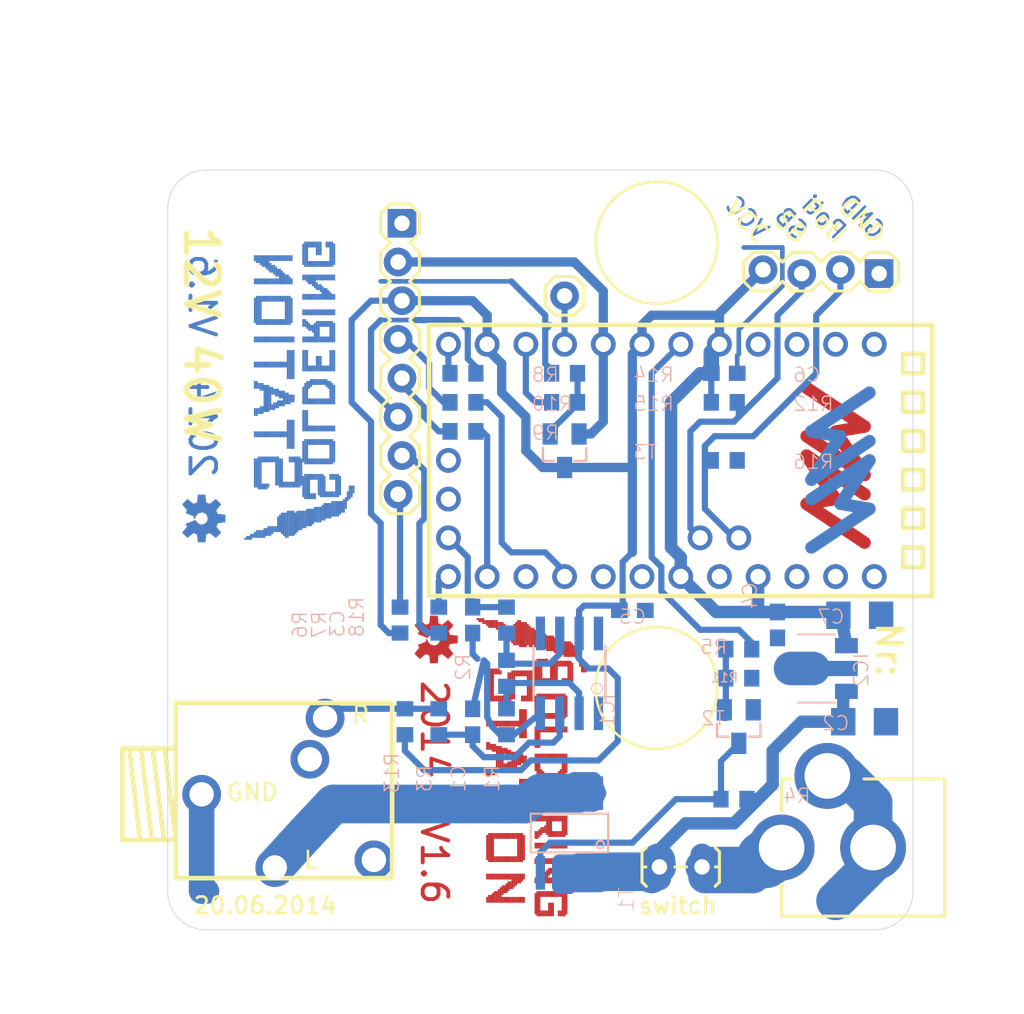
<source format=kicad_pcb>
(kicad_pcb (version 20201002) (generator pcbnew)
  (layers (0 "F.Cu" signal "Top") (31 "B.Cu" signal "Bottom") (34 "B.Paste" user) (35 "F.Paste" user) (36 "B.SilkS" user "B.Silkscreen") (37 "F.SilkS" user "F.Silkscreen") (38 "B.Mask" user) (39 "F.Mask" user) (44 "Edge.Cuts" user))
  (net 0 "")
  (net 1 "Net-(C1-Pad1)")
  (net 2 "Net-(C3-Pad1)")
  (net 3 "DGND")
  (net 4 "+5V")
  (net 5 "Net-(IC1-Pad2)")
  (net 6 "Net-(IC1-Pad6)")
  (net 7 "Net-(J1-PadPWR)")
  (net 8 "/BL")
  (net 9 "Net-(JP1-Pad4)")
  (net 10 "Net-(JP1-Pad5)")
  (net 11 "Net-(JP1-Pad6)")
  (net 12 "Net-(JP1-Pad7)")
  (net 13 "Net-(JP1-Pad8)")
  (net 14 "/POTI")
  (net 15 "+12V")
  (net 16 "/SB")
  (net 17 "Net-(JP4-Pad1)")
  (net 18 "Net-(R4-Pad1)")
  (net 19 "Net-(R11-Pad1)")
  (net 20 "Net-(R5-Pad2)")
  (net 21 "/CS")
  (net 22 "/DC")
  (net 23 "/MOSI")
  (net 24 "/SCK")
  (net 25 "Net-(R14-Pad1)")
  (net 26 "Net-(R15-Pad2)")
  (module "solderstation_v1_6:MW_11X5MM_SOLDER" (layer "F.Cu") (at 169.7736 104.52735 90)
    (fp_text reference "U$9" hide)
    (fp_text value "MW_LOGO_SOLDER" hide)
  )
  (module "" (layer "F.Cu") (at 156.1211 114.05235)
    (fp_text reference "@HOLE0" hide)
    (fp_text value "" (at 0 0) (layer "F.SilkS") (effects (font (size 1.27 1.27))))
    (pad "" np_thru_hole circle (at 0 0) (size 3.2 3.2) (drill 3.2) (layers *.Cu *.Mask))
  )
  (module "solderstation_v1_6:1X02_LOCK_LONGPADS" (layer "F.Cu") (at 158.9786 125.79985 180)
    (fp_text reference "JP2" hide)
    (fp_text value "M02LOCK_LONGPADS")
    (pad "1" thru_hole oval (at -0.127 0 270) (size 3.048 1.524) (drill 1.016) (layers *.Cu *.Mask))
    (pad "2" thru_hole oval (at 2.667 0 270) (size 3.048 1.524) (drill 1.016) (layers *.Cu *.Mask))
  )
  (module "solderstation_v1_6:POWER_JACK_PTH" (layer "F.Cu") (at 178.0286 124.52985 90)
    (fp_text reference "J1" hide)
    (fp_text value "POWER_JACKPTH")
    (pad "GND" thru_hole circle (at 0 -7.7 90) (size 4.318 4.318) (drill 2.9972) (layers *.Cu *.Mask))
    (pad "GNDBREAK" thru_hole circle (at 4.7 -10.7 180) (size 4.318 4.318) (drill 2.9972) (layers *.Cu *.Mask))
    (pad "PWR" thru_hole circle (at 0 -13.7 90) (size 4.318 4.318) (drill 2.9972) (layers *.Cu *.Mask))
  )
  (module "solderstation_v1_6:MW_11X5MM" (layer "F.Cu") (at 169.7736 104.52735 90)
    (fp_text reference "U$5" hide)
    (fp_text value "MW_LOGO" hide)
    (fp_line (start 7.292093 -1.897031) (end 7.62 0) (layer "F.Cu") (width 0.8128))
    (fp_line (start 5.715 -3.81) (end 2.867906 -1.912968) (layer "F.Cu") (width 0.8128))
    (fp_line (start 2.867906 -1.912968) (end 2.54 -3.81) (layer "F.Cu") (width 0.8128))
    (fp_line (start 0 0) (end 2.54 -3.81) (layer "F.Cu") (width 0.8128))
    (fp_line (start 3.175 0) (end 5.715 -3.81) (layer "F.Cu") (width 0.8128))
    (fp_line (start 4.445 0) (end 7.292093 -1.897031) (layer "F.Cu") (width 0.8128))
    (fp_line (start 6.985 -3.81) (end 4.445 0) (layer "F.Cu") (width 0.8128))
    (fp_line (start 10.16 -3.81) (end 7.62 0) (layer "F.Cu") (width 0.8128))
  )
  (module "solderstation_v1_6:1X08_LOCK" (layer "F.Cu") (at 139.2936 83.57235 -90)
    (fp_text reference "JP1" hide)
    (fp_text value "Display Header")
    (pad "1" thru_hole rect (at 0 -0.127) (size 1.8796 1.8796) (drill 1.016) (layers *.Cu *.Mask))
    (pad "2" thru_hole circle (at 2.54 0.127) (size 1.8796 1.8796) (drill 1.016) (layers *.Cu *.Mask))
    (pad "3" thru_hole circle (at 5.08 -0.127) (size 1.8796 1.8796) (drill 1.016) (layers *.Cu *.Mask))
    (pad "4" thru_hole circle (at 7.62 0.127) (size 1.8796 1.8796) (drill 1.016) (layers *.Cu *.Mask))
    (pad "5" thru_hole circle (at 10.16 -0.127) (size 1.8796 1.8796) (drill 1.016) (layers *.Cu *.Mask))
    (pad "6" thru_hole circle (at 12.7 0.127) (size 1.8796 1.8796) (drill 1.016) (layers *.Cu *.Mask))
    (pad "7" thru_hole circle (at 15.24 -0.127) (size 1.8796 1.8796) (drill 1.016) (layers *.Cu *.Mask))
    (pad "8" thru_hole circle (at 17.78 0.127) (size 1.8796 1.8796) (drill 1.016) (layers *.Cu *.Mask))
  )
  (module "solderstation_v1_6:1X01" (layer "F.Cu") (at 150.0886 88.33485)
    (fp_text reference "JP4" hide)
    (fp_text value "M01PTH")
    (pad "1" thru_hole circle (at 0 0 90) (size 1.8796 1.8796) (drill 1.016) (layers *.Cu *.Mask))
  )
  (module "solderstation_v1_6:ARDUINO_PRO_MINI" (layer "F.Cu") (at 141.1986 90.23985 -90)
    (fp_text reference "U$1" hide)
    (fp_text value "ARDUINO_PRO_MINI")
    (pad "2" thru_hole circle (at 1.27 -19.05 270) (size 1.6256 1.6256) (drill 1.016) (layers *.Cu *.Mask))
    (pad "3" thru_hole circle (at 1.27 -16.51 270) (size 1.6256 1.6256) (drill 1.016) (layers *.Cu *.Mask))
    (pad "4" thru_hole circle (at 1.27 -13.97 270) (size 1.6256 1.6256) (drill 1.016) (layers *.Cu *.Mask))
    (pad "5" thru_hole circle (at 1.27 -11.43 270) (size 1.6256 1.6256) (drill 1.016) (layers *.Cu *.Mask))
    (pad "6" thru_hole circle (at 1.27 -8.89 270) (size 1.6256 1.6256) (drill 1.016) (layers *.Cu *.Mask))
    (pad "7" thru_hole circle (at 1.27 -6.35 270) (size 1.6256 1.6256) (drill 1.016) (layers *.Cu *.Mask))
    (pad "8" thru_hole circle (at 1.27 -3.81 270) (size 1.6256 1.6256) (drill 1.016) (layers *.Cu *.Mask))
    (pad "9" thru_hole circle (at 1.27 -1.27 270) (size 1.6256 1.6256) (drill 1.016) (layers *.Cu *.Mask))
    (pad "10" thru_hole circle (at 16.51 -1.27 270) (size 1.6256 1.6256) (drill 1.016) (layers *.Cu *.Mask))
    (pad "11" thru_hole circle (at 16.51 -3.81 270) (size 1.6256 1.6256) (drill 1.016) (layers *.Cu *.Mask))
    (pad "12" thru_hole circle (at 16.51 -6.35 270) (size 1.6256 1.6256) (drill 1.016) (layers *.Cu *.Mask))
    (pad "13" thru_hole circle (at 16.51 -8.89 270) (size 1.6256 1.6256) (drill 1.016) (layers *.Cu *.Mask))
    (pad "A0" thru_hole circle (at 16.51 -11.43 270) (size 1.6256 1.6256) (drill 1.016) (layers *.Cu *.Mask))
    (pad "A1" thru_hole circle (at 16.51 -13.97 270) (size 1.6256 1.6256) (drill 1.016) (layers *.Cu *.Mask))
    (pad "A2" thru_hole circle (at 16.51 -16.51 270) (size 1.6256 1.6256) (drill 1.016) (layers *.Cu *.Mask))
    (pad "A3" thru_hole circle (at 16.51 -19.05 270) (size 1.6256 1.6256) (drill 1.016) (layers *.Cu *.Mask))
    (pad "A4" thru_hole circle (at 13.97 -17.78 270) (size 1.6256 1.6256) (drill 1.016) (layers *.Cu *.Mask))
    (pad "A5" thru_hole circle (at 13.97 -20.32 270) (size 1.6256 1.6256) (drill 1.016) (layers *.Cu *.Mask))
    (pad "A6" thru_hole circle (at 11.43 -1.27 270) (size 1.6256 1.6256) (drill 1.016) (layers *.Cu *.Mask))
    (pad "A7" thru_hole circle (at 13.97 -1.27 270) (size 1.6256 1.6256) (drill 1.016) (layers *.Cu *.Mask))
    (pad "GN2" thru_hole circle (at 16.51 -26.67 270) (size 1.6256 1.6256) (drill 1.016) (layers *.Cu *.Mask))
    (pad "GND" thru_hole circle (at 1.27 -21.59 270) (size 1.6256 1.6256) (drill 1.016) (layers *.Cu *.Mask))
    (pad "GND3" thru_hole circle (at 8.89 -1.27 270) (size 1.6256 1.6256) (drill 1.016) (layers *.Cu *.Mask))
    (pad "RAW" thru_hole circle (at 16.51 -29.21 270) (size 1.6256 1.6256) (drill 1.016) (layers *.Cu *.Mask))
    (pad "RST" thru_hole circle (at 1.27 -24.13 270) (size 1.6256 1.6256) (drill 1.016) (layers *.Cu *.Mask))
    (pad "RST2" thru_hole circle (at 16.51 -24.13 270) (size 1.6256 1.6256) (drill 1.016) (layers *.Cu *.Mask))
    (pad "RXI" thru_hole circle (at 1.27 -26.67 270) (size 1.6256 1.6256) (drill 1.016) (layers *.Cu *.Mask))
    (pad "TXD" thru_hole circle (at 1.27 -29.21 270) (size 1.6256 1.6256) (drill 1.016) (layers *.Cu *.Mask))
    (pad "VCC" thru_hole circle (at 16.51 -21.59 270) (size 1.6256 1.6256) (drill 1.016) (layers *.Cu *.Mask))
  )
  (module "solderstation_v1_6:SOLDER_STATION_19,5MM_BOT" (layer "F.Cu") (at 129.1336 84.84235 -90)
    (fp_text reference "U$7" hide)
    (fp_text value "SOLDER_STATION19,5MM_BOT" hide)
    (fp_poly (pts (xy 14.1605 -4.3815) (xy 14.5415 -4.3815) (xy 14.5415 -4.5085) (xy 14.1605 -4.5085)) (layer "B.Cu") (width 0))
    (fp_poly (pts (xy 1.8415 -2.3495) (xy 2.7305 -2.3495) (xy 2.7305 -2.4765) (xy 1.8415 -2.4765)) (layer "B.Cu") (width 0))
    (fp_poly (pts (xy 3.4925 -1.5875) (xy 3.8735 -1.5875) (xy 3.8735 -1.7145) (xy 3.4925 -1.7145)) (layer "B.Cu") (width 0))
    (fp_poly (pts (xy 9.7155 -2.4765) (xy 10.7315 -2.4765) (xy 10.7315 -2.6035) (xy 9.7155 -2.6035)) (layer "B.Cu") (width 0))
    (fp_poly (pts (xy 9.0805 -4.1275) (xy 9.5885 -4.1275) (xy 9.5885 -4.2545) (xy 9.0805 -4.2545)) (layer "B.Cu") (width 0))
    (fp_poly (pts (xy 12.3825 -1.9685) (xy 12.7635 -1.9685) (xy 12.7635 -2.0955) (xy 12.3825 -2.0955)) (layer "B.Cu") (width 0))
    (fp_poly (pts (xy 7.0485 -3.7465) (xy 8.4455 -3.7465) (xy 8.4455 -3.8735) (xy 7.0485 -3.8735)) (layer "B.Cu") (width 0))
    (fp_poly (pts (xy 7.8105 -2.0955) (xy 8.1915 -2.0955) (xy 8.1915 -2.2225) (xy 7.8105 -2.2225)) (layer "B.Cu") (width 0))
    (fp_poly (pts (xy -0.0635 -5.3975) (xy 0.3175 -5.3975) (xy 0.3175 -5.5245) (xy -0.0635 -5.5245)) (layer "B.Cu") (width 0))
    (fp_poly (pts (xy 5.1435 -5.3975) (xy 5.5245 -5.3975) (xy 5.5245 -5.5245) (xy 5.1435 -5.5245)) (layer "B.Cu") (width 0))
    (fp_poly (pts (xy 12.8905 -4.3815) (xy 13.2715 -4.3815) (xy 13.2715 -4.5085) (xy 12.8905 -4.5085)) (layer "B.Cu") (width 0))
    (fp_poly (pts (xy -0.0635 -5.2705) (xy 0.3175 -5.2705) (xy 0.3175 -5.3975) (xy -0.0635 -5.3975)) (layer "B.Cu") (width 0))
    (fp_poly (pts (xy 5.1435 -4.6355) (xy 6.5405 -4.6355) (xy 6.5405 -4.7625) (xy 5.1435 -4.7625)) (layer "B.Cu") (width 0))
    (fp_poly (pts (xy 12.0015 -4.2545) (xy 12.3825 -4.2545) (xy 12.3825 -4.3815) (xy 12.0015 -4.3815)) (layer "B.Cu") (width 0))
    (fp_poly (pts (xy 6.1595 -3.8735) (xy 6.5405 -3.8735) (xy 6.5405 -4.0005) (xy 6.1595 -4.0005)) (layer "B.Cu") (width 0))
    (fp_poly (pts (xy 12.8905 -4.1275) (xy 13.2715 -4.1275) (xy 13.2715 -4.2545) (xy 12.8905 -4.2545)) (layer "B.Cu") (width 0))
    (fp_poly (pts (xy 6.1595 -0.8255) (xy 6.5405 -0.8255) (xy 6.5405 -0.9525) (xy 6.1595 -0.9525)) (layer "B.Cu") (width 0))
    (fp_poly (pts (xy 9.0805 -5.5245) (xy 10.6045 -5.5245) (xy 10.6045 -5.6515) (xy 9.0805 -5.6515)) (layer "B.Cu") (width 0))
    (fp_poly (pts (xy 4.3815 -4.2545) (xy 4.7625 -4.2545) (xy 4.7625 -4.3815) (xy 4.3815 -4.3815)) (layer "B.Cu") (width 0))
    (fp_poly (pts (xy 10.2235 -5.2705) (xy 10.6045 -5.2705) (xy 10.6045 -5.3975) (xy 10.2235 -5.3975)) (layer "B.Cu") (width 0))
    (fp_poly (pts (xy 2.3495 -1.3335) (xy 2.7305 -1.3335) (xy 2.7305 -1.4605) (xy 2.3495 -1.4605)) (layer "B.Cu") (width 0))
    (fp_poly (pts (xy 17.3355 -4.5085) (xy 18.3515 -4.5085) (xy 18.3515 -4.6355) (xy 17.3355 -4.6355)) (layer "B.Cu") (width 0))
    (fp_poly (pts (xy 3.4925 -2.6035) (xy 5.3975 -2.6035) (xy 5.3975 -2.7305) (xy 3.4925 -2.7305)) (layer "B.Cu") (width 0))
    (fp_poly (pts (xy 3.4925 -2.8575) (xy 5.3975 -2.8575) (xy 5.3975 -2.9845) (xy 3.4925 -2.9845)) (layer "B.Cu") (width 0))
    (fp_poly (pts (xy 3.4925 -2.7305) (xy 5.3975 -2.7305) (xy 5.3975 -2.8575) (xy 3.4925 -2.8575)) (layer "B.Cu") (width 0))
    (fp_poly (pts (xy 12.0015 -4.6355) (xy 12.3825 -4.6355) (xy 12.3825 -4.7625) (xy 12.0015 -4.7625)) (layer "B.Cu") (width 0))
    (fp_poly (pts (xy 12.3825 -0.9525) (xy 12.7635 -0.9525) (xy 12.7635 -1.0795) (xy 12.3825 -1.0795)) (layer "B.Cu") (width 0))
    (fp_poly (pts (xy 7.8105 -0.6985) (xy 8.1915 -0.6985) (xy 8.1915 -0.8255) (xy 7.8105 -0.8255)) (layer "B.Cu") (width 0))
    (fp_poly (pts (xy 12.3825 -1.5875) (xy 12.7635 -1.5875) (xy 12.7635 -1.7145) (xy 12.3825 -1.7145)) (layer "B.Cu") (width 0))
    (fp_poly (pts (xy 6.1595 -5.2705) (xy 6.5405 -5.2705) (xy 6.5405 -5.3975) (xy 6.1595 -5.3975)) (layer "B.Cu") (width 0))
    (fp_poly (pts (xy 5.2705 -4.5085) (xy 6.5405 -4.5085) (xy 6.5405 -4.6355) (xy 5.2705 -4.6355)) (layer "B.Cu") (width 0))
    (fp_poly (pts (xy 5.0165 -1.7145) (xy 5.3975 -1.7145) (xy 5.3975 -1.8415) (xy 5.0165 -1.8415)) (layer "B.Cu") (width 0))
    (fp_poly (pts (xy 7.0485 -2.8575) (xy 8.9535 -2.8575) (xy 8.9535 -2.9845) (xy 7.0485 -2.9845)) (layer "B.Cu") (width 0))
    (fp_poly (pts (xy 9.4615 -3.7465) (xy 10.6045 -3.7465) (xy 10.6045 -3.8735) (xy 9.4615 -3.8735)) (layer "B.Cu") (width 0))
    (fp_poly (pts (xy 3.2385 -5.5245) (xy 3.7465 -5.5245) (xy 3.7465 -5.6515) (xy 3.2385 -5.6515)) (layer "B.Cu") (width 0))
    (fp_poly (pts (xy 5.2705 -4.1275) (xy 5.7785 -4.1275) (xy 5.7785 -4.2545) (xy 5.2705 -4.2545)) (layer "B.Cu") (width 0))
    (fp_poly (pts (xy 5.3975 -4.2545) (xy 5.7785 -4.2545) (xy 5.7785 -4.3815) (xy 5.3975 -4.3815)) (layer "B.Cu") (width 0))
    (fp_poly (pts (xy 3.3655 -4.1275) (xy 3.7465 -4.1275) (xy 3.7465 -4.2545) (xy 3.3655 -4.2545)) (layer "B.Cu") (width 0))
    (fp_poly (pts (xy 0.8255 -0.9525) (xy 1.4605 -0.9525) (xy 1.4605 -1.0795) (xy 0.8255 -1.0795)) (layer "B.Cu") (width 0))
    (fp_poly (pts (xy 6.1595 -3.7465) (xy 6.5405 -3.7465) (xy 6.5405 -3.8735) (xy 6.1595 -3.8735)) (layer "B.Cu") (width 0))
    (fp_poly (pts (xy 9.2075 -3.8735) (xy 10.6045 -3.8735) (xy 10.6045 -4.0005) (xy 9.2075 -4.0005)) (layer "B.Cu") (width 0))
    (fp_poly (pts (xy 8.9535 -5.1435) (xy 9.3345 -5.1435) (xy 9.3345 -5.2705) (xy 8.9535 -5.2705)) (layer "B.Cu") (width 0))
    (fp_poly (pts (xy 2.0955 -5.7785) (xy 2.4765 -5.7785) (xy 2.4765 -5.9055) (xy 2.0955 -5.9055)) (layer "B.Cu") (width 0))
    (fp_poly (pts (xy 14.0335 -2.0955) (xy 15.9385 -2.0955) (xy 15.9385 -2.2225) (xy 14.0335 -2.2225)) (layer "B.Cu") (width 0))
    (fp_poly (pts (xy 5.0165 -2.3495) (xy 5.3975 -2.3495) (xy 5.3975 -2.4765) (xy 5.0165 -2.4765)) (layer "B.Cu") (width 0))
    (fp_poly (pts (xy 18.6055 -1.7145) (xy 19.1135 -1.7145) (xy 19.1135 -1.8415) (xy 18.6055 -1.8415)) (layer "B.Cu") (width 0))
    (fp_poly (pts (xy 11.6205 -2.8575) (xy 13.5255 -2.8575) (xy 13.5255 -2.9845) (xy 11.6205 -2.9845)) (layer "B.Cu") (width 0))
    (fp_poly (pts (xy 8.0645 -5.0165) (xy 8.4455 -5.0165) (xy 8.4455 -5.1435) (xy 8.0645 -5.1435)) (layer "B.Cu") (width 0))
    (fp_poly (pts (xy 10.2235 -4.1275) (xy 10.6045 -4.1275) (xy 10.6045 -4.2545) (xy 10.2235 -4.2545)) (layer "B.Cu") (width 0))
    (fp_poly (pts (xy 5.2705 -5.7785) (xy 6.5405 -5.7785) (xy 6.5405 -5.9055) (xy 5.2705 -5.9055)) (layer "B.Cu") (width 0))
    (fp_poly (pts (xy 14.1605 -5.0165) (xy 14.5415 -5.0165) (xy 14.5415 -5.1435) (xy 14.1605 -5.1435)) (layer "B.Cu") (width 0))
    (fp_poly (pts (xy 10.2235 -4.5085) (xy 10.6045 -4.5085) (xy 10.6045 -4.6355) (xy 10.2235 -4.6355)) (layer "B.Cu") (width 0))
    (fp_poly (pts (xy 7.8105 -1.9685) (xy 8.1915 -1.9685) (xy 8.1915 -2.0955) (xy 7.8105 -2.0955)) (layer "B.Cu") (width 0))
    (fp_poly (pts (xy 3.3655 -3.7465) (xy 3.7465 -3.7465) (xy 3.7465 -3.8735) (xy 3.3655 -3.8735)) (layer "B.Cu") (width 0))
    (fp_poly (pts (xy 15.1765 -5.5245) (xy 15.5575 -5.5245) (xy 15.5575 -5.6515) (xy 15.1765 -5.6515)) (layer "B.Cu") (width 0))
    (fp_poly (pts (xy 3.4925 -0.6985) (xy 5.3975 -0.6985) (xy 5.3975 -0.8255) (xy 3.4925 -0.8255)) (layer "B.Cu") (width 0))
    (fp_poly (pts (xy 8.0645 -5.1435) (xy 8.4455 -5.1435) (xy 8.4455 -5.2705) (xy 8.0645 -5.2705)) (layer "B.Cu") (width 0))
    (fp_poly (pts (xy -0.0635 -4.5085) (xy 0.3175 -4.5085) (xy 0.3175 -4.6355) (xy -0.0635 -4.6355)) (layer "B.Cu") (width 0))
    (fp_poly (pts (xy 15.1765 -4.0005) (xy 16.8275 -4.0005) (xy 16.8275 -4.1275) (xy 15.1765 -4.1275)) (layer "B.Cu") (width 0))
    (fp_poly (pts (xy 12.0015 -5.0165) (xy 12.3825 -5.0165) (xy 12.3825 -5.1435) (xy 12.0015 -5.1435)) (layer "B.Cu") (width 0))
    (fp_poly (pts (xy -0.0635 -4.1275) (xy 0.3175 -4.1275) (xy 0.3175 -4.2545) (xy -0.0635 -4.2545)) (layer "B.Cu") (width 0))
    (fp_poly (pts (xy 12.8905 -4.2545) (xy 13.2715 -4.2545) (xy 13.2715 -4.3815) (xy 12.8905 -4.3815)) (layer "B.Cu") (width 0))
    (fp_poly (pts (xy 2.3495 -1.8415) (xy 2.7305 -1.8415) (xy 2.7305 -1.9685) (xy 2.3495 -1.9685)) (layer "B.Cu") (width 0))
    (fp_poly (pts (xy 3.4925 -1.3335) (xy 3.8735 -1.3335) (xy 3.8735 -1.4605) (xy 3.4925 -1.4605)) (layer "B.Cu") (width 0))
    (fp_poly (pts (xy 14.1605 -4.7625) (xy 14.5415 -4.7625) (xy 14.5415 -4.8895) (xy 14.1605 -4.8895)) (layer "B.Cu") (width 0))
    (fp_poly (pts (xy 6.1595 -4.0005) (xy 6.5405 -4.0005) (xy 6.5405 -4.1275) (xy 6.1595 -4.1275)) (layer "B.Cu") (width 0))
    (fp_poly (pts (xy 10.4775 -1.9685) (xy 10.8585 -1.9685) (xy 10.8585 -2.0955) (xy 10.4775 -2.0955)) (layer "B.Cu") (width 0))
    (fp_poly (pts (xy 8.0645 -4.2545) (xy 8.4455 -4.2545) (xy 8.4455 -4.3815) (xy 8.0645 -4.3815)) (layer "B.Cu") (width 0))
    (fp_poly (pts (xy 0.8255 -1.5875) (xy 1.2065 -1.5875) (xy 1.2065 -1.7145) (xy 0.8255 -1.7145)) (layer "B.Cu") (width 0))
    (fp_poly (pts (xy 17.5895 -3.3655) (xy 18.9865 -3.3655) (xy 18.9865 -3.4925) (xy 17.5895 -3.4925)) (layer "B.Cu") (width 0))
    (fp_poly (pts (xy 12.8905 -4.5085) (xy 13.2715 -4.5085) (xy 13.2715 -4.6355) (xy 12.8905 -4.6355)) (layer "B.Cu") (width 0))
    (fp_poly (pts (xy 14.0335 -3.3655) (xy 16.0655 -3.3655) (xy 16.0655 -3.4925) (xy 14.0335 -3.4925)) (layer "B.Cu") (width 0))
    (fp_poly (pts (xy 15.1765 -3.8735) (xy 16.8275 -3.8735) (xy 16.8275 -4.0005) (xy 15.1765 -4.0005)) (layer "B.Cu") (width 0))
    (fp_poly (pts (xy 0.8255 -1.4605) (xy 1.8415 -1.4605) (xy 1.8415 -1.5875) (xy 0.8255 -1.5875)) (layer "B.Cu") (width 0))
    (fp_poly (pts (xy 12.0015 -5.1435) (xy 12.3825 -5.1435) (xy 12.3825 -5.2705) (xy 12.0015 -5.2705)) (layer "B.Cu") (width 0))
    (fp_poly (pts (xy 7.0485 -2.9845) (xy 8.9535 -2.9845) (xy 8.9535 -3.1115) (xy 7.0485 -3.1115)) (layer "B.Cu") (width 0))
    (fp_poly (pts (xy 15.6845 -2.8575) (xy 16.0655 -2.8575) (xy 16.0655 -2.9845) (xy 15.6845 -2.9845)) (layer "B.Cu") (width 0))
    (fp_poly (pts (xy 5.0165 -1.4605) (xy 5.3975 -1.4605) (xy 5.3975 -1.5875) (xy 5.0165 -1.5875)) (layer "B.Cu") (width 0))
    (fp_poly (pts (xy 3.3655 -5.7785) (xy 3.7465 -5.7785) (xy 3.7465 -5.9055) (xy 3.3655 -5.9055)) (layer "B.Cu") (width 0))
    (fp_poly (pts (xy 4.3815 -4.8895) (xy 4.7625 -4.8895) (xy 4.7625 -5.0165) (xy 4.3815 -5.0165)) (layer "B.Cu") (width 0))
    (fp_poly (pts (xy 14.0335 -1.0795) (xy 14.4145 -1.0795) (xy 14.4145 -1.2065) (xy 14.0335 -1.2065)) (layer "B.Cu") (width 0))
    (fp_poly (pts (xy 15.8115 -1.2065) (xy 16.1925 -1.2065) (xy 16.1925 -1.3335) (xy 15.8115 -1.3335)) (layer "B.Cu") (width 0))
    (fp_poly (pts (xy 12.8905 -4.0005) (xy 14.5415 -4.0005) (xy 14.5415 -4.1275) (xy 12.8905 -4.1275)) (layer "B.Cu") (width 0))
    (fp_poly (pts (xy 0.8255 -1.7145) (xy 1.2065 -1.7145) (xy 1.2065 -1.8415) (xy 0.8255 -1.8415)) (layer "B.Cu") (width 0))
    (fp_poly (pts (xy 8.9535 -4.6355) (xy 9.3345 -4.6355) (xy 9.3345 -4.7625) (xy 8.9535 -4.7625)) (layer "B.Cu") (width 0))
    (fp_poly (pts (xy 14.1605 -2.3495) (xy 16.0655 -2.3495) (xy 16.0655 -2.4765) (xy 14.1605 -2.4765)) (layer "B.Cu") (width 0))
    (fp_poly (pts (xy -0.0635 -4.0005) (xy 1.5875 -4.0005) (xy 1.5875 -4.1275) (xy -0.0635 -4.1275)) (layer "B.Cu") (width 0))
    (fp_poly (pts (xy 2.3495 -0.8255) (xy 2.7305 -0.8255) (xy 2.7305 -0.9525) (xy 2.3495 -0.9525)) (layer "B.Cu") (width 0))
    (fp_poly (pts (xy 3.4925 -2.4765) (xy 3.8735 -2.4765) (xy 3.8735 -2.6035) (xy 3.4925 -2.6035)) (layer "B.Cu") (width 0))
    (fp_poly (pts (xy 2.0955 -2.7305) (xy 2.7305 -2.7305) (xy 2.7305 -2.8575) (xy 2.0955 -2.8575)) (layer "B.Cu") (width 0))
    (fp_poly (pts (xy 17.7165 -2.4765) (xy 19.2405 -2.4765) (xy 19.2405 -2.6035) (xy 17.7165 -2.6035)) (layer "B.Cu") (width 0))
    (fp_poly (pts (xy 9.0805 -0.6985) (xy 9.5885 -0.6985) (xy 9.5885 -0.8255) (xy 9.0805 -0.8255)) (layer "B.Cu") (width 0))
    (fp_poly (pts (xy 0.0635 -3.7465) (xy 1.4605 -3.7465) (xy 1.4605 -3.8735) (xy 0.0635 -3.8735)) (layer "B.Cu") (width 0))
    (fp_poly (pts (xy 7.8105 -1.3335) (xy 8.1915 -1.3335) (xy 8.1915 -1.4605) (xy 7.8105 -1.4605)) (layer "B.Cu") (width 0))
    (fp_poly (pts (xy 4.3815 -5.2705) (xy 4.7625 -5.2705) (xy 4.7625 -5.3975) (xy 4.3815 -5.3975)) (layer "B.Cu") (width 0))
    (fp_poly (pts (xy 9.2075 -0.9525) (xy 9.7155 -0.9525) (xy 9.7155 -1.0795) (xy 9.2075 -1.0795)) (layer "B.Cu") (width 0))
    (fp_poly (pts (xy 15.1765 -4.7625) (xy 16.5735 -4.7625) (xy 16.5735 -4.8895) (xy 15.1765 -4.8895)) (layer "B.Cu") (width 0))
    (fp_poly (pts (xy 12.0015 -4.7625) (xy 12.3825 -4.7625) (xy 12.3825 -4.8895) (xy 12.0015 -4.8895)) (layer "B.Cu") (width 0))
    (fp_poly (pts (xy 3.3655 -4.6355) (xy 3.7465 -4.6355) (xy 3.7465 -4.7625) (xy 3.3655 -4.7625)) (layer "B.Cu") (width 0))
    (fp_poly (pts (xy 7.0485 -2.7305) (xy 8.9535 -2.7305) (xy 8.9535 -2.8575) (xy 7.0485 -2.8575)) (layer "B.Cu") (width 0))
    (fp_poly (pts (xy 10.3505 -2.3495) (xy 10.7315 -2.3495) (xy 10.7315 -2.4765) (xy 10.3505 -2.4765)) (layer "B.Cu") (width 0))
    (fp_poly (pts (xy 18.6055 -1.8415) (xy 18.9865 -1.8415) (xy 18.9865 -1.9685) (xy 18.6055 -1.9685)) (layer "B.Cu") (width 0))
    (fp_poly (pts (xy 12.3825 -0.6985) (xy 12.7635 -0.6985) (xy 12.7635 -0.8255) (xy 12.3825 -0.8255)) (layer "B.Cu") (width 0))
    (fp_poly (pts (xy 5.1435 -5.1435) (xy 5.5245 -5.1435) (xy 5.5245 -5.2705) (xy 5.1435 -5.2705)) (layer "B.Cu") (width 0))
    (fp_poly (pts (xy 16.3195 -5.6515) (xy 16.7005 -5.6515) (xy 16.7005 -5.7785) (xy 16.3195 -5.7785)) (layer "B.Cu") (width 0))
    (fp_poly (pts (xy 17.5895 -2.8575) (xy 19.2405 -2.8575) (xy 19.2405 -2.9845) (xy 17.5895 -2.9845)) (layer "B.Cu") (width 0))
    (fp_poly (pts (xy 1.7145 -2.0955) (xy 2.2225 -2.0955) (xy 2.2225 -2.2225) (xy 1.7145 -2.2225)) (layer "B.Cu") (width 0))
    (fp_poly (pts (xy 8.9535 -4.8895) (xy 9.3345 -4.8895) (xy 9.3345 -5.0165) (xy 8.9535 -5.0165)) (layer "B.Cu") (width 0))
    (fp_poly (pts (xy 7.8105 -0.8255) (xy 8.1915 -0.8255) (xy 8.1915 -0.9525) (xy 7.8105 -0.9525)) (layer "B.Cu") (width 0))
    (fp_poly (pts (xy 10.3505 -2.0955) (xy 10.8585 -2.0955) (xy 10.8585 -2.2225) (xy 10.3505 -2.2225)) (layer "B.Cu") (width 0))
    (fp_poly (pts (xy 14.0335 -1.7145) (xy 14.4145 -1.7145) (xy 14.4145 -1.8415) (xy 14.0335 -1.8415)) (layer "B.Cu") (width 0))
    (fp_poly (pts (xy 2.0955 -5.0165) (xy 2.4765 -5.0165) (xy 2.4765 -5.1435) (xy 2.0955 -5.1435)) (layer "B.Cu") (width 0))
    (fp_poly (pts (xy 15.1765 -4.2545) (xy 15.5575 -4.2545) (xy 15.5575 -4.3815) (xy 15.1765 -4.3815)) (layer "B.Cu") (width 0))
    (fp_poly (pts (xy 4.3815 -4.5085) (xy 4.7625 -4.5085) (xy 4.7625 -4.6355) (xy 4.3815 -4.6355)) (layer "B.Cu") (width 0))
    (fp_poly (pts (xy 8.0645 -4.1275) (xy 8.4455 -4.1275) (xy 8.4455 -4.2545) (xy 8.0645 -4.2545)) (layer "B.Cu") (width 0))
    (fp_poly (pts (xy 6.1595 -2.4765) (xy 6.5405 -2.4765) (xy 6.5405 -2.6035) (xy 6.1595 -2.6035)) (layer "B.Cu") (width 0))
    (fp_poly (pts (xy 3.4925 -2.3495) (xy 3.8735 -2.3495) (xy 3.8735 -2.4765) (xy 3.4925 -2.4765)) (layer "B.Cu") (width 0))
    (fp_poly (pts (xy 16.3195 -5.2705) (xy 16.7005 -5.2705) (xy 16.7005 -5.3975) (xy 16.3195 -5.3975)) (layer "B.Cu") (width 0))
    (fp_poly (pts (xy 15.1765 -4.1275) (xy 16.8275 -4.1275) (xy 16.8275 -4.2545) (xy 15.1765 -4.2545)) (layer "B.Cu") (width 0))
    (fp_poly (pts (xy 0.8255 -2.7305) (xy 1.2065 -2.7305) (xy 1.2065 -2.8575) (xy 0.8255 -2.8575)) (layer "B.Cu") (width 0))
    (fp_poly (pts (xy 6.1595 -2.7305) (xy 6.5405 -2.7305) (xy 6.5405 -2.8575) (xy 6.1595 -2.8575)) (layer "B.Cu") (width 0))
    (fp_poly (pts (xy 1.2065 -5.1435) (xy 1.5875 -5.1435) (xy 1.5875 -5.2705) (xy 1.2065 -5.2705)) (layer "B.Cu") (width 0))
    (fp_poly (pts (xy 15.1765 -5.0165) (xy 16.7005 -5.0165) (xy 16.7005 -5.1435) (xy 15.1765 -5.1435)) (layer "B.Cu") (width 0))
    (fp_poly (pts (xy 5.0165 -3.8735) (xy 5.5245 -3.8735) (xy 5.5245 -4.0005) (xy 5.0165 -4.0005)) (layer "B.Cu") (width 0))
    (fp_poly (pts (xy 8.9535 -5.0165) (xy 9.3345 -5.0165) (xy 9.3345 -5.1435) (xy 8.9535 -5.1435)) (layer "B.Cu") (width 0))
    (fp_poly (pts (xy 8.0645 -5.3975) (xy 8.4455 -5.3975) (xy 8.4455 -5.5245) (xy 8.0645 -5.5245)) (layer "B.Cu") (width 0))
    (fp_poly (pts (xy 15.8115 -1.0795) (xy 16.1925 -1.0795) (xy 16.1925 -1.2065) (xy 15.8115 -1.2065)) (layer "B.Cu") (width 0))
    (fp_poly (pts (xy 15.9385 -7.0485) (xy 16.4465 -7.0485) (xy 16.4465 -7.1755) (xy 15.9385 -7.1755)) (layer "B.Cu") (width 0))
    (fp_poly (pts (xy 5.0165 -1.2065) (xy 5.3975 -1.2065) (xy 5.3975 -1.3335) (xy 5.0165 -1.3335)) (layer "B.Cu") (width 0))
    (fp_poly (pts (xy 17.0815 -5.5245) (xy 18.0975 -5.5245) (xy 18.0975 -5.6515) (xy 17.0815 -5.6515)) (layer "B.Cu") (width 0))
    (fp_poly (pts (xy 19.2405 -0.0635) (xy 19.4945 -0.0635) (xy 19.4945 -0.1905) (xy 19.2405 -0.1905)) (layer "B.Cu") (width 0))
    (fp_poly (pts (xy 16.3195 -5.5245) (xy 16.7005 -5.5245) (xy 16.7005 -5.6515) (xy 16.3195 -5.6515)) (layer "B.Cu") (width 0))
    (fp_poly (pts (xy 8.0645 -4.5085) (xy 8.4455 -4.5085) (xy 8.4455 -4.6355) (xy 8.0645 -4.6355)) (layer "B.Cu") (width 0))
    (fp_poly (pts (xy 8.0645 -4.3815) (xy 8.4455 -4.3815) (xy 8.4455 -4.5085) (xy 8.0645 -4.5085)) (layer "B.Cu") (width 0))
    (fp_poly (pts (xy 15.1765 -6.0325) (xy 16.7005 -6.0325) (xy 16.7005 -6.1595) (xy 15.1765 -6.1595)) (layer "B.Cu") (width 0))
    (fp_poly (pts (xy 10.2235 -4.8895) (xy 10.6045 -4.8895) (xy 10.6045 -5.0165) (xy 10.2235 -5.0165)) (layer "B.Cu") (width 0))
    (fp_poly (pts (xy 10.2235 -5.1435) (xy 10.6045 -5.1435) (xy 10.6045 -5.2705) (xy 10.2235 -5.2705)) (layer "B.Cu") (width 0))
    (fp_poly (pts (xy 0.8255 -1.9685) (xy 1.2065 -1.9685) (xy 1.2065 -2.0955) (xy 0.8255 -2.0955)) (layer "B.Cu") (width 0))
    (fp_poly (pts (xy 14.1605 -5.2705) (xy 14.5415 -5.2705) (xy 14.5415 -5.3975) (xy 14.1605 -5.3975)) (layer "B.Cu") (width 0))
    (fp_poly (pts (xy 9.5885 -1.8415) (xy 9.9695 -1.8415) (xy 9.9695 -1.9685) (xy 9.5885 -1.9685)) (layer "B.Cu") (width 0))
    (fp_poly (pts (xy 11.6205 -2.9845) (xy 13.5255 -2.9845) (xy 13.5255 -3.1115) (xy 11.6205 -3.1115)) (layer "B.Cu") (width 0))
    (fp_poly (pts (xy 18.8595 -0.6985) (xy 19.3675 -0.6985) (xy 19.3675 -0.8255) (xy 18.8595 -0.8255)) (layer "B.Cu") (width 0))
    (fp_poly (pts (xy 7.8105 -2.2225) (xy 8.1915 -2.2225) (xy 8.1915 -2.3495) (xy 7.8105 -2.3495)) (layer "B.Cu") (width 0))
    (fp_poly (pts (xy 12.0015 -4.8895) (xy 12.3825 -4.8895) (xy 12.3825 -5.0165) (xy 12.0015 -5.0165)) (layer "B.Cu") (width 0))
    (fp_poly (pts (xy 5.1435 -5.5245) (xy 6.5405 -5.5245) (xy 6.5405 -5.6515) (xy 5.1435 -5.6515)) (layer "B.Cu") (width 0))
    (fp_poly (pts (xy 5.1435 -5.0165) (xy 5.5245 -5.0165) (xy 5.5245 -5.1435) (xy 5.1435 -5.1435)) (layer "B.Cu") (width 0))
    (fp_poly (pts (xy 16.4465 -4.5085) (xy 16.8275 -4.5085) (xy 16.8275 -4.6355) (xy 16.4465 -4.6355)) (layer "B.Cu") (width 0))
    (fp_poly (pts (xy 12.3825 -2.2225) (xy 12.7635 -2.2225) (xy 12.7635 -2.3495) (xy 12.3825 -2.3495)) (layer "B.Cu") (width 0))
    (fp_poly (pts (xy 10.2235 -5.0165) (xy 10.6045 -5.0165) (xy 10.6045 -5.1435) (xy 10.2235 -5.1435)) (layer "B.Cu") (width 0))
    (fp_poly (pts (xy 18.6055 -1.9685) (xy 18.9865 -1.9685) (xy 18.9865 -2.0955) (xy 18.6055 -2.0955)) (layer "B.Cu") (width 0))
    (fp_poly (pts (xy -0.0635 -4.6355) (xy 0.8255 -4.6355) (xy 0.8255 -4.7625) (xy -0.0635 -4.7625)) (layer "B.Cu") (width 0))
    (fp_poly (pts (xy 5.1435 -4.7625) (xy 6.5405 -4.7625) (xy 6.5405 -4.8895) (xy 5.1435 -4.8895)) (layer "B.Cu") (width 0))
    (fp_poly (pts (xy 7.0485 -3.8735) (xy 8.4455 -3.8735) (xy 8.4455 -4.0005) (xy 7.0485 -4.0005)) (layer "B.Cu") (width 0))
    (fp_poly (pts (xy 9.3345 -1.4605) (xy 11.1125 -1.4605) (xy 11.1125 -1.5875) (xy 9.3345 -1.5875)) (layer "B.Cu") (width 0))
    (fp_poly (pts (xy 10.7315 -1.0795) (xy 11.2395 -1.0795) (xy 11.2395 -1.2065) (xy 10.7315 -1.2065)) (layer "B.Cu") (width 0))
    (fp_poly (pts (xy 4.3815 -5.0165) (xy 4.7625 -5.0165) (xy 4.7625 -5.1435) (xy 4.3815 -5.1435)) (layer "B.Cu") (width 0))
    (fp_poly (pts (xy 14.0335 -1.2065) (xy 14.4145 -1.2065) (xy 14.4145 -1.3335) (xy 14.0335 -1.3335)) (layer "B.Cu") (width 0))
    (fp_poly (pts (xy 9.8425 -2.6035) (xy 10.6045 -2.6035) (xy 10.6045 -2.7305) (xy 9.8425 -2.7305)) (layer "B.Cu") (width 0))
    (fp_poly (pts (xy -0.0635 -4.3815) (xy 0.3175 -4.3815) (xy 0.3175 -4.5085) (xy -0.0635 -4.5085)) (layer "B.Cu") (width 0))
    (fp_poly (pts (xy 6.1595 -4.2545) (xy 6.5405 -4.2545) (xy 6.5405 -4.3815) (xy 6.1595 -4.3815)) (layer "B.Cu") (width 0))
    (fp_poly (pts (xy 17.5895 -2.9845) (xy 19.2405 -2.9845) (xy 19.2405 -3.1115) (xy 17.5895 -3.1115)) (layer "B.Cu") (width 0))
    (fp_poly (pts (xy 2.7305 -4.8895) (xy 3.2385 -4.8895) (xy 3.2385 -5.0165) (xy 2.7305 -5.0165)) (layer "B.Cu") (width 0))
    (fp_poly (pts (xy 12.3825 -0.5715) (xy 12.7635 -0.5715) (xy 12.7635 -0.6985) (xy 12.3825 -0.6985)) (layer "B.Cu") (width 0))
    (fp_poly (pts (xy 2.0955 -4.1275) (xy 2.7305 -4.1275) (xy 2.7305 -4.2545) (xy 2.0955 -4.2545)) (layer "B.Cu") (width 0))
    (fp_poly (pts (xy 1.2065 -4.7625) (xy 1.5875 -4.7625) (xy 1.5875 -4.8895) (xy 1.2065 -4.8895)) (layer "B.Cu") (width 0))
    (fp_poly (pts (xy 14.0335 -1.3335) (xy 14.4145 -1.3335) (xy 14.4145 -1.4605) (xy 14.0335 -1.4605)) (layer "B.Cu") (width 0))
    (fp_poly (pts (xy 14.0335 -1.5875) (xy 14.4145 -1.5875) (xy 14.4145 -1.7145) (xy 14.0335 -1.7145)) (layer "B.Cu") (width 0))
    (fp_poly (pts (xy 18.8595 -1.0795) (xy 19.3675 -1.0795) (xy 19.3675 -1.2065) (xy 18.8595 -1.2065)) (layer "B.Cu") (width 0))
    (fp_poly (pts (xy 4.3815 -3.8735) (xy 4.7625 -3.8735) (xy 4.7625 -4.0005) (xy 4.3815 -4.0005)) (layer "B.Cu") (width 0))
    (fp_poly (pts (xy 6.1595 -5.0165) (xy 6.5405 -5.0165) (xy 6.5405 -5.1435) (xy 6.1595 -5.1435)) (layer "B.Cu") (width 0))
    (fp_poly (pts (xy 17.4625 -4.2545) (xy 18.6055 -4.2545) (xy 18.6055 -4.3815) (xy 17.4625 -4.3815)) (layer "B.Cu") (width 0))
    (fp_poly (pts (xy 14.0335 -1.8415) (xy 14.4145 -1.8415) (xy 14.4145 -1.9685) (xy 14.0335 -1.9685)) (layer "B.Cu") (width 0))
    (fp_poly (pts (xy 4.3815 -3.7465) (xy 4.7625 -3.7465) (xy 4.7625 -3.8735) (xy 4.3815 -3.8735)) (layer "B.Cu") (width 0))
    (fp_poly (pts (xy 4.3815 -4.1275) (xy 4.7625 -4.1275) (xy 4.7625 -4.2545) (xy 4.3815 -4.2545)) (layer "B.Cu") (width 0))
    (fp_poly (pts (xy 1.2065 -4.3815) (xy 1.5875 -4.3815) (xy 1.5875 -4.5085) (xy 1.2065 -4.5085)) (layer "B.Cu") (width 0))
    (fp_poly (pts (xy 1.2065 -4.8895) (xy 1.5875 -4.8895) (xy 1.5875 -5.0165) (xy 1.2065 -5.0165)) (layer "B.Cu") (width 0))
    (fp_poly (pts (xy 6.1595 -2.8575) (xy 6.5405 -2.8575) (xy 6.5405 -2.9845) (xy 6.1595 -2.9845)) (layer "B.Cu") (width 0))
    (fp_poly (pts (xy 15.1765 -4.8895) (xy 16.7005 -4.8895) (xy 16.7005 -5.0165) (xy 15.1765 -5.0165)) (layer "B.Cu") (width 0))
    (fp_poly (pts (xy 2.0955 -5.3975) (xy 2.4765 -5.3975) (xy 2.4765 -5.5245) (xy 2.0955 -5.5245)) (layer "B.Cu") (width 0))
    (fp_poly (pts (xy 14.1605 -4.2545) (xy 14.5415 -4.2545) (xy 14.5415 -4.3815) (xy 14.1605 -4.3815)) (layer "B.Cu") (width 0))
    (fp_poly (pts (xy 7.0485 -4.0005) (xy 8.4455 -4.0005) (xy 8.4455 -4.1275) (xy 7.0485 -4.1275)) (layer "B.Cu") (width 0))
    (fp_poly (pts (xy 18.6055 -1.5875) (xy 19.2405 -1.5875) (xy 19.2405 -1.7145) (xy 18.6055 -1.7145)) (layer "B.Cu") (width 0))
    (fp_poly (pts (xy 12.3825 -1.0795) (xy 12.7635 -1.0795) (xy 12.7635 -1.2065) (xy 12.3825 -1.2065)) (layer "B.Cu") (width 0))
    (fp_poly (pts (xy 18.8595 -0.8255) (xy 19.3675 -0.8255) (xy 19.3675 -0.9525) (xy 18.8595 -0.9525)) (layer "B.Cu") (width 0))
    (fp_poly (pts (xy 14.1605 -0.5715) (xy 16.0655 -0.5715) (xy 16.0655 -0.6985) (xy 14.1605 -0.6985)) (layer "B.Cu") (width 0))
    (fp_poly (pts (xy 2.7305 -4.7625) (xy 3.1115 -4.7625) (xy 3.1115 -4.8895) (xy 2.7305 -4.8895)) (layer "B.Cu") (width 0))
    (fp_poly (pts (xy 2.0955 -4.8895) (xy 2.4765 -4.8895) (xy 2.4765 -5.0165) (xy 2.0955 -5.0165)) (layer "B.Cu") (width 0))
    (fp_poly (pts (xy 5.0165 -2.4765) (xy 5.3975 -2.4765) (xy 5.3975 -2.6035) (xy 5.0165 -2.6035)) (layer "B.Cu") (width 0))
    (fp_poly (pts (xy 2.3495 -2.9845) (xy 2.7305 -2.9845) (xy 2.7305 -3.1115) (xy 2.3495 -3.1115)) (layer "B.Cu") (width 0))
    (fp_poly (pts (xy 17.0815 -5.2705) (xy 18.0975 -5.2705) (xy 18.0975 -5.3975) (xy 17.0815 -5.3975)) (layer "B.Cu") (width 0))
    (fp_poly (pts (xy 12.0015 -5.6515) (xy 12.3825 -5.6515) (xy 12.3825 -5.7785) (xy 12.0015 -5.7785)) (layer "B.Cu") (width 0))
    (fp_poly (pts (xy 9.5885 -2.0955) (xy 10.0965 -2.0955) (xy 10.0965 -2.2225) (xy 9.5885 -2.2225)) (layer "B.Cu") (width 0))
    (fp_poly (pts (xy 6.1595 -4.3815) (xy 6.5405 -4.3815) (xy 6.5405 -4.5085) (xy 6.1595 -4.5085)) (layer "B.Cu") (width 0))
    (fp_poly (pts (xy 7.8105 -1.4605) (xy 8.1915 -1.4605) (xy 8.1915 -1.5875) (xy 7.8105 -1.5875)) (layer "B.Cu") (width 0))
    (fp_poly (pts (xy 16.3195 -6.6675) (xy 16.9545 -6.6675) (xy 16.9545 -6.7945) (xy 16.3195 -6.7945)) (layer "B.Cu") (width 0))
    (fp_poly (pts (xy 3.3655 -4.0005) (xy 3.7465 -4.0005) (xy 3.7465 -4.1275) (xy 3.3655 -4.1275)) (layer "B.Cu") (width 0))
    (fp_poly (pts (xy 16.9545 -6.1595) (xy 17.8435 -6.1595) (xy 17.8435 -6.2865) (xy 16.9545 -6.2865)) (layer "B.Cu") (width 0))
    (fp_poly (pts (xy 4.3815 -5.7785) (xy 4.7625 -5.7785) (xy 4.7625 -5.9055) (xy 4.3815 -5.9055)) (layer "B.Cu") (width 0))
    (fp_poly (pts (xy 12.8905 -5.5245) (xy 14.5415 -5.5245) (xy 14.5415 -5.6515) (xy 12.8905 -5.6515)) (layer "B.Cu") (width 0))
    (fp_poly (pts (xy 7.0485 -5.5245) (xy 8.4455 -5.5245) (xy 8.4455 -5.6515) (xy 7.0485 -5.6515)) (layer "B.Cu") (width 0))
    (fp_poly (pts (xy 12.3825 -1.2065) (xy 12.7635 -1.2065) (xy 12.7635 -1.3335) (xy 12.3825 -1.3335)) (layer "B.Cu") (width 0))
    (fp_poly (pts (xy 8.9535 -4.2545) (xy 9.4615 -4.2545) (xy 9.4615 -4.3815) (xy 8.9535 -4.3815)) (layer "B.Cu") (width 0))
    (fp_poly (pts (xy 3.3655 -4.3815) (xy 3.7465 -4.3815) (xy 3.7465 -4.5085) (xy 3.3655 -4.5085)) (layer "B.Cu") (width 0))
    (fp_poly (pts (xy 12.8905 -3.8735) (xy 14.5415 -3.8735) (xy 14.5415 -4.0005) (xy 12.8905 -4.0005)) (layer "B.Cu") (width 0))
    (fp_poly (pts (xy 17.5895 -3.8735) (xy 18.7325 -3.8735) (xy 18.7325 -4.0005) (xy 17.5895 -4.0005)) (layer "B.Cu") (width 0))
    (fp_poly (pts (xy 18.7325 -1.3335) (xy 19.2405 -1.3335) (xy 19.2405 -1.4605) (xy 18.7325 -1.4605)) (layer "B.Cu") (width 0))
    (fp_poly (pts (xy 9.2075 -5.6515) (xy 10.6045 -5.6515) (xy 10.6045 -5.7785) (xy 9.2075 -5.7785)) (layer "B.Cu") (width 0))
    (fp_poly (pts (xy 7.8105 -0.9525) (xy 8.1915 -0.9525) (xy 8.1915 -1.0795) (xy 7.8105 -1.0795)) (layer "B.Cu") (width 0))
    (fp_poly (pts (xy 0.8255 -2.2225) (xy 1.2065 -2.2225) (xy 1.2065 -2.3495) (xy 0.8255 -2.3495)) (layer "B.Cu") (width 0))
    (fp_poly (pts (xy 6.1595 -0.9525) (xy 6.5405 -0.9525) (xy 6.5405 -1.0795) (xy 6.1595 -1.0795)) (layer "B.Cu") (width 0))
    (fp_poly (pts (xy 7.8105 -1.5875) (xy 8.1915 -1.5875) (xy 8.1915 -1.7145) (xy 7.8105 -1.7145)) (layer "B.Cu") (width 0))
    (fp_poly (pts (xy 10.9855 -4.0005) (xy 12.3825 -4.0005) (xy 12.3825 -4.1275) (xy 10.9855 -4.1275)) (layer "B.Cu") (width 0))
    (fp_poly (pts (xy 12.8905 -5.0165) (xy 13.2715 -5.0165) (xy 13.2715 -5.1435) (xy 12.8905 -5.1435)) (layer "B.Cu") (width 0))
    (fp_poly (pts (xy 16.3195 -5.7785) (xy 16.7005 -5.7785) (xy 16.7005 -5.9055) (xy 16.3195 -5.9055)) (layer "B.Cu") (width 0))
    (fp_poly (pts (xy 17.5895 -3.4925) (xy 18.8595 -3.4925) (xy 18.8595 -3.6195) (xy 17.5895 -3.6195)) (layer "B.Cu") (width 0))
    (fp_poly (pts (xy 19.1135 -0.4445) (xy 19.3675 -0.4445) (xy 19.3675 -0.5715) (xy 19.1135 -0.5715)) (layer "B.Cu") (width 0))
    (fp_poly (pts (xy 0.8255 -0.8255) (xy 1.3335 -0.8255) (xy 1.3335 -0.9525) (xy 0.8255 -0.9525)) (layer "B.Cu") (width 0))
    (fp_poly (pts (xy 2.3495 -0.6985) (xy 2.7305 -0.6985) (xy 2.7305 -0.8255) (xy 2.3495 -0.8255)) (layer "B.Cu") (width 0))
    (fp_poly (pts (xy 15.1765 -5.7785) (xy 15.5575 -5.7785) (xy 15.5575 -5.9055) (xy 15.1765 -5.9055)) (layer "B.Cu") (width 0))
    (fp_poly (pts (xy 14.1605 -5.3975) (xy 14.5415 -5.3975) (xy 14.5415 -5.5245) (xy 14.1605 -5.5245)) (layer "B.Cu") (width 0))
    (fp_poly (pts (xy 14.0335 -2.8575) (xy 14.4145 -2.8575) (xy 14.4145 -2.9845) (xy 14.0335 -2.9845)) (layer "B.Cu") (width 0))
    (fp_poly (pts (xy 15.3035 -3.7465) (xy 16.7005 -3.7465) (xy 16.7005 -3.8735) (xy 15.3035 -3.8735)) (layer "B.Cu") (width 0))
    (fp_poly (pts (xy 12.3825 -2.3495) (xy 12.7635 -2.3495) (xy 12.7635 -2.4765) (xy 12.3825 -2.4765)) (layer "B.Cu") (width 0))
    (fp_poly (pts (xy 14.1605 -3.6195) (xy 15.9385 -3.6195) (xy 15.9385 -3.7465) (xy 14.1605 -3.7465)) (layer "B.Cu") (width 0))
    (fp_poly (pts (xy 3.3655 -4.8895) (xy 3.7465 -4.8895) (xy 3.7465 -5.0165) (xy 3.3655 -5.0165)) (layer "B.Cu") (width 0))
    (fp_poly (pts (xy 4.3815 -4.3815) (xy 4.7625 -4.3815) (xy 4.7625 -4.5085) (xy 4.3815 -4.5085)) (layer "B.Cu") (width 0))
    (fp_poly (pts (xy 3.6195 -0.5715) (xy 5.2705 -0.5715) (xy 5.2705 -0.6985) (xy 3.6195 -0.6985)) (layer "B.Cu") (width 0))
    (fp_poly (pts (xy 12.3825 -1.4605) (xy 12.7635 -1.4605) (xy 12.7635 -1.5875) (xy 12.3825 -1.5875)) (layer "B.Cu") (width 0))
    (fp_poly (pts (xy 2.3495 -0.5715) (xy 2.7305 -0.5715) (xy 2.7305 -0.6985) (xy 2.3495 -0.6985)) (layer "B.Cu") (width 0))
    (fp_poly (pts (xy 6.1595 -1.5875) (xy 6.5405 -1.5875) (xy 6.5405 -1.7145) (xy 6.1595 -1.7145)) (layer "B.Cu") (width 0))
    (fp_poly (pts (xy 12.3825 -2.0955) (xy 12.7635 -2.0955) (xy 12.7635 -2.2225) (xy 12.3825 -2.2225)) (layer "B.Cu") (width 0))
    (fp_poly (pts (xy 14.0335 -1.4605) (xy 14.4145 -1.4605) (xy 14.4145 -1.5875) (xy 14.0335 -1.5875)) (layer "B.Cu") (width 0))
    (fp_poly (pts (xy 15.6845 -3.1115) (xy 16.0655 -3.1115) (xy 16.0655 -3.2385) (xy 15.6845 -3.2385)) (layer "B.Cu") (width 0))
    (fp_poly (pts (xy 12.3825 -2.6035) (xy 12.7635 -2.6035) (xy 12.7635 -2.7305) (xy 12.3825 -2.7305)) (layer "B.Cu") (width 0))
    (fp_poly (pts (xy 0.8255 -2.8575) (xy 1.2065 -2.8575) (xy 1.2065 -2.9845) (xy 0.8255 -2.9845)) (layer "B.Cu") (width 0))
    (fp_poly (pts (xy 7.0485 -5.6515) (xy 8.4455 -5.6515) (xy 8.4455 -5.7785) (xy 7.0485 -5.7785)) (layer "B.Cu") (width 0))
    (fp_poly (pts (xy 9.7155 -2.2225) (xy 10.2235 -2.2225) (xy 10.2235 -2.3495) (xy 9.7155 -2.3495)) (layer "B.Cu") (width 0))
    (fp_poly (pts (xy 14.0335 -2.9845) (xy 14.4145 -2.9845) (xy 14.4145 -3.1115) (xy 14.0335 -3.1115)) (layer "B.Cu") (width 0))
    (fp_poly (pts (xy 17.3355 -4.8895) (xy 18.3515 -4.8895) (xy 18.3515 -5.0165) (xy 17.3355 -5.0165)) (layer "B.Cu") (width 0))
    (fp_poly (pts (xy 14.0335 -0.8255) (xy 16.1925 -0.8255) (xy 16.1925 -0.9525) (xy 14.0335 -0.9525)) (layer "B.Cu") (width 0))
    (fp_poly (pts (xy 16.4465 -4.5085) (xy 16.8275 -4.5085) (xy 16.8275 -4.6355) (xy 16.4465 -4.6355)) (layer "B.Cu") (width 0))
    (fp_poly (pts (xy 3.4925 -1.7145) (xy 3.8735 -1.7145) (xy 3.8735 -1.8415) (xy 3.4925 -1.8415)) (layer "B.Cu") (width 0))
    (fp_poly (pts (xy 10.8585 -0.6985) (xy 11.3665 -0.6985) (xy 11.3665 -0.8255) (xy 10.8585 -0.8255)) (layer "B.Cu") (width 0))
    (fp_poly (pts (xy 12.3825 -0.8255) (xy 12.7635 -0.8255) (xy 12.7635 -0.9525) (xy 12.3825 -0.9525)) (layer "B.Cu") (width 0))
    (fp_poly (pts (xy 17.0815 -5.3975) (xy 18.0975 -5.3975) (xy 18.0975 -5.5245) (xy 17.0815 -5.5245)) (layer "B.Cu") (width 0))
    (fp_poly (pts (xy 18.9865 -0.5715) (xy 19.3675 -0.5715) (xy 19.3675 -0.6985) (xy 18.9865 -0.6985)) (layer "B.Cu") (width 0))
    (fp_poly (pts (xy 2.0955 -4.7625) (xy 2.4765 -4.7625) (xy 2.4765 -4.8895) (xy 2.0955 -4.8895)) (layer "B.Cu") (width 0))
    (fp_poly (pts (xy 10.8585 -0.5715) (xy 11.3665 -0.5715) (xy 11.3665 -0.6985) (xy 10.8585 -0.6985)) (layer "B.Cu") (width 0))
    (fp_poly (pts (xy 8.9535 -4.3815) (xy 9.3345 -4.3815) (xy 9.3345 -4.5085) (xy 8.9535 -4.5085)) (layer "B.Cu") (width 0))
    (fp_poly (pts (xy 3.4925 -1.8415) (xy 3.8735 -1.8415) (xy 3.8735 -1.9685) (xy 3.4925 -1.9685)) (layer "B.Cu") (width 0))
    (fp_poly (pts (xy 14.0335 -3.4925) (xy 16.0655 -3.4925) (xy 16.0655 -3.6195) (xy 14.0335 -3.6195)) (layer "B.Cu") (width 0))
    (fp_poly (pts (xy 1.9685 -2.4765) (xy 2.7305 -2.4765) (xy 2.7305 -2.6035) (xy 1.9685 -2.6035)) (layer "B.Cu") (width 0))
    (fp_poly (pts (xy 9.9695 -2.8575) (xy 10.6045 -2.8575) (xy 10.6045 -2.9845) (xy 9.9695 -2.9845)) (layer "B.Cu") (width 0))
    (fp_poly (pts (xy 5.0165 -1.0795) (xy 5.3975 -1.0795) (xy 5.3975 -1.2065) (xy 5.0165 -1.2065)) (layer "B.Cu") (width 0))
    (fp_poly (pts (xy 11.6205 -2.7305) (xy 13.5255 -2.7305) (xy 13.5255 -2.8575) (xy 11.6205 -2.8575)) (layer "B.Cu") (width 0))
    (fp_poly (pts (xy 1.4605 -1.7145) (xy 1.9685 -1.7145) (xy 1.9685 -1.8415) (xy 1.4605 -1.8415)) (layer "B.Cu") (width 0))
    (fp_poly (pts (xy 15.1765 -5.9055) (xy 16.7005 -5.9055) (xy 16.7005 -6.0325) (xy 15.1765 -6.0325)) (layer "B.Cu") (width 0))
    (fp_poly (pts (xy 4.3815 -5.5245) (xy 4.7625 -5.5245) (xy 4.7625 -5.6515) (xy 4.3815 -5.6515)) (layer "B.Cu") (width 0))
    (fp_poly (pts (xy 3.4925 -1.0795) (xy 3.8735 -1.0795) (xy 3.8735 -1.2065) (xy 3.4925 -1.2065)) (layer "B.Cu") (width 0))
    (fp_poly (pts (xy 5.0165 -1.9685) (xy 5.3975 -1.9685) (xy 5.3975 -2.0955) (xy 5.0165 -2.0955)) (layer "B.Cu") (width 0))
    (fp_poly (pts (xy 10.2235 -4.7625) (xy 10.6045 -4.7625) (xy 10.6045 -4.8895) (xy 10.2235 -4.8895)) (layer "B.Cu") (width 0))
    (fp_poly (pts (xy 3.4925 -0.9525) (xy 5.3975 -0.9525) (xy 5.3975 -1.0795) (xy 3.4925 -1.0795)) (layer "B.Cu") (width 0))
    (fp_poly (pts (xy 14.0335 -3.1115) (xy 14.4145 -3.1115) (xy 14.4145 -3.2385) (xy 14.0335 -3.2385)) (layer "B.Cu") (width 0))
    (fp_poly (pts (xy 15.1765 -4.5085) (xy 15.5575 -4.5085) (xy 15.5575 -4.6355) (xy 15.1765 -4.6355)) (layer "B.Cu") (width 0))
    (fp_poly (pts (xy 5.1435 -4.0005) (xy 5.6515 -4.0005) (xy 5.6515 -4.1275) (xy 5.1435 -4.1275)) (layer "B.Cu") (width 0))
    (fp_poly (pts (xy 1.2065 -4.2545) (xy 1.5875 -4.2545) (xy 1.5875 -4.3815) (xy 1.2065 -4.3815)) (layer "B.Cu") (width 0))
    (fp_poly (pts (xy 2.0955 -4.5085) (xy 2.9845 -4.5085) (xy 2.9845 -4.6355) (xy 2.0955 -4.6355)) (layer "B.Cu") (width 0))
    (fp_poly (pts (xy 1.2065 -5.2705) (xy 1.5875 -5.2705) (xy 1.5875 -5.3975) (xy 1.2065 -5.3975)) (layer "B.Cu") (width 0))
    (fp_poly (pts (xy 16.8275 -6.4135) (xy 17.7165 -6.4135) (xy 17.7165 -6.5405) (xy 16.8275 -6.5405)) (layer "B.Cu") (width 0))
    (fp_poly (pts (xy 0.8255 -2.4765) (xy 1.2065 -2.4765) (xy 1.2065 -2.6035) (xy 0.8255 -2.6035)) (layer "B.Cu") (width 0))
    (fp_poly (pts (xy 17.8435 -2.2225) (xy 18.9865 -2.2225) (xy 18.9865 -2.3495) (xy 17.8435 -2.3495)) (layer "B.Cu") (width 0))
    (fp_poly (pts (xy 17.9705 -2.0955) (xy 18.9865 -2.0955) (xy 18.9865 -2.2225) (xy 17.9705 -2.2225)) (layer "B.Cu") (width 0))
    (fp_poly (pts (xy 17.4625 -4.3815) (xy 18.4785 -4.3815) (xy 18.4785 -4.5085) (xy 17.4625 -4.5085)) (layer "B.Cu") (width 0))
    (fp_poly (pts (xy 9.2075 -1.0795) (xy 9.7155 -1.0795) (xy 9.7155 -1.2065) (xy 9.2075 -1.2065)) (layer "B.Cu") (width 0))
    (fp_poly (pts (xy 5.0165 -2.0955) (xy 5.3975 -2.0955) (xy 5.3975 -2.2225) (xy 5.0165 -2.2225)) (layer "B.Cu") (width 0))
    (fp_poly (pts (xy 12.0015 -5.5245) (xy 12.3825 -5.5245) (xy 12.3825 -5.6515) (xy 12.0015 -5.6515)) (layer "B.Cu") (width 0))
    (fp_poly (pts (xy 3.1115 -5.3975) (xy 3.7465 -5.3975) (xy 3.7465 -5.5245) (xy 3.1115 -5.5245)) (layer "B.Cu") (width 0))
    (fp_poly (pts (xy 12.3825 -2.4765) (xy 12.7635 -2.4765) (xy 12.7635 -2.6035) (xy 12.3825 -2.6035)) (layer "B.Cu") (width 0))
    (fp_poly (pts (xy 2.0955 -4.3815) (xy 2.8575 -4.3815) (xy 2.8575 -4.5085) (xy 2.0955 -4.5085)) (layer "B.Cu") (width 0))
    (fp_poly (pts (xy 3.3655 -5.6515) (xy 3.7465 -5.6515) (xy 3.7465 -5.7785) (xy 3.3655 -5.7785)) (layer "B.Cu") (width 0))
    (fp_poly (pts (xy 12.0015 -5.7785) (xy 12.3825 -5.7785) (xy 12.3825 -5.9055) (xy 12.0015 -5.9055)) (layer "B.Cu") (width 0))
    (fp_poly (pts (xy 6.1595 -1.2065) (xy 6.5405 -1.2065) (xy 6.5405 -1.3335) (xy 6.1595 -1.3335)) (layer "B.Cu") (width 0))
    (fp_poly (pts (xy 2.3495 -1.7145) (xy 2.7305 -1.7145) (xy 2.7305 -1.8415) (xy 2.3495 -1.8415)) (layer "B.Cu") (width 0))
    (fp_poly (pts (xy 12.3825 -1.8415) (xy 12.7635 -1.8415) (xy 12.7635 -1.9685) (xy 12.3825 -1.9685)) (layer "B.Cu") (width 0))
    (fp_poly (pts (xy 3.4925 -1.2065) (xy 3.8735 -1.2065) (xy 3.8735 -1.3335) (xy 3.4925 -1.3335)) (layer "B.Cu") (width 0))
    (fp_poly (pts (xy 6.1595 -4.8895) (xy 6.5405 -4.8895) (xy 6.5405 -5.0165) (xy 6.1595 -5.0165)) (layer "B.Cu") (width 0))
    (fp_poly (pts (xy 9.4615 -1.7145) (xy 9.9695 -1.7145) (xy 9.9695 -1.8415) (xy 9.4615 -1.8415)) (layer "B.Cu") (width 0))
    (fp_poly (pts (xy 10.6045 -1.7145) (xy 10.9855 -1.7145) (xy 10.9855 -1.8415) (xy 10.6045 -1.8415)) (layer "B.Cu") (width 0))
    (fp_poly (pts (xy 5.1435 -4.8895) (xy 5.5245 -4.8895) (xy 5.5245 -5.0165) (xy 5.1435 -5.0165)) (layer "B.Cu") (width 0))
    (fp_poly (pts (xy 17.4625 -4.1275) (xy 18.6055 -4.1275) (xy 18.6055 -4.2545) (xy 17.4625 -4.2545)) (layer "B.Cu") (width 0))
    (fp_poly (pts (xy 10.2235 -5.3975) (xy 10.6045 -5.3975) (xy 10.6045 -5.5245) (xy 10.2235 -5.5245)) (layer "B.Cu") (width 0))
    (fp_poly (pts (xy 2.0955 -5.2705) (xy 2.4765 -5.2705) (xy 2.4765 -5.3975) (xy 2.0955 -5.3975)) (layer "B.Cu") (width 0))
    (fp_poly (pts (xy 18.7325 -1.2065) (xy 19.3675 -1.2065) (xy 19.3675 -1.3335) (xy 18.7325 -1.3335)) (layer "B.Cu") (width 0))
    (fp_poly (pts (xy 1.2065 -5.0165) (xy 1.5875 -5.0165) (xy 1.5875 -5.1435) (xy 1.2065 -5.1435)) (layer "B.Cu") (width 0))
    (fp_poly (pts (xy 9.0805 -4.0005) (xy 10.6045 -4.0005) (xy 10.6045 -4.1275) (xy 9.0805 -4.1275)) (layer "B.Cu") (width 0))
    (fp_poly (pts (xy 4.3815 -5.1435) (xy 4.7625 -5.1435) (xy 4.7625 -5.2705) (xy 4.3815 -5.2705)) (layer "B.Cu") (width 0))
    (fp_poly (pts (xy 12.0015 -4.3815) (xy 12.3825 -4.3815) (xy 12.3825 -4.5085) (xy 12.0015 -4.5085)) (layer "B.Cu") (width 0))
    (fp_poly (pts (xy 5.0165 -3.7465) (xy 5.5245 -3.7465) (xy 5.5245 -3.8735) (xy 5.0165 -3.8735)) (layer "B.Cu") (width 0))
    (fp_poly (pts (xy 9.3345 -5.7785) (xy 10.6045 -5.7785) (xy 10.6045 -5.9055) (xy 9.3345 -5.9055)) (layer "B.Cu") (width 0))
    (fp_poly (pts (xy 2.3495 -0.9525) (xy 2.7305 -0.9525) (xy 2.7305 -1.0795) (xy 2.3495 -1.0795)) (layer "B.Cu") (width 0))
    (fp_poly (pts (xy 8.9535 -4.5085) (xy 9.3345 -4.5085) (xy 9.3345 -4.6355) (xy 8.9535 -4.6355)) (layer "B.Cu") (width 0))
    (fp_poly (pts (xy 8.9535 -5.2705) (xy 9.4615 -5.2705) (xy 9.4615 -5.3975) (xy 8.9535 -5.3975)) (layer "B.Cu") (width 0))
    (fp_poly (pts (xy 7.8105 -1.0795) (xy 8.1915 -1.0795) (xy 8.1915 -1.2065) (xy 7.8105 -1.2065)) (layer "B.Cu") (width 0))
    (fp_poly (pts (xy 6.1595 -2.6035) (xy 6.5405 -2.6035) (xy 6.5405 -2.7305) (xy 6.1595 -2.7305)) (layer "B.Cu") (width 0))
    (fp_poly (pts (xy 16.9545 -5.7785) (xy 17.9705 -5.7785) (xy 17.9705 -5.9055) (xy 16.9545 -5.9055)) (layer "B.Cu") (width 0))
    (fp_poly (pts (xy 2.3495 -1.2065) (xy 2.7305 -1.2065) (xy 2.7305 -1.3335) (xy 2.3495 -1.3335)) (layer "B.Cu") (width 0))
    (fp_poly (pts (xy 3.6195 -2.9845) (xy 5.2705 -2.9845) (xy 5.2705 -3.1115) (xy 3.6195 -3.1115)) (layer "B.Cu") (width 0))
    (fp_poly (pts (xy 13.0175 -5.7785) (xy 14.4145 -5.7785) (xy 14.4145 -5.9055) (xy 13.0175 -5.9055)) (layer "B.Cu") (width 0))
    (fp_poly (pts (xy 15.3035 -6.1595) (xy 16.5735 -6.1595) (xy 16.5735 -6.2865) (xy 15.3035 -6.2865)) (layer "B.Cu") (width 0))
    (fp_poly (pts (xy 2.0955 -3.8735) (xy 2.4765 -3.8735) (xy 2.4765 -4.0005) (xy 2.0955 -4.0005)) (layer "B.Cu") (width 0))
    (fp_poly (pts (xy 6.1595 -1.7145) (xy 6.5405 -1.7145) (xy 6.5405 -1.8415) (xy 6.1595 -1.8415)) (layer "B.Cu") (width 0))
    (fp_poly (pts (xy 6.1595 -1.3335) (xy 6.5405 -1.3335) (xy 6.5405 -1.4605) (xy 6.1595 -1.4605)) (layer "B.Cu") (width 0))
    (fp_poly (pts (xy 7.8105 -1.8415) (xy 8.1915 -1.8415) (xy 8.1915 -1.9685) (xy 7.8105 -1.9685)) (layer "B.Cu") (width 0))
    (fp_poly (pts (xy 17.4625 -4.0005) (xy 18.6055 -4.0005) (xy 18.6055 -4.1275) (xy 17.4625 -4.1275)) (layer "B.Cu") (width 0))
    (fp_poly (pts (xy 4.3815 -5.6515) (xy 4.7625 -5.6515) (xy 4.7625 -5.7785) (xy 4.3815 -5.7785)) (layer "B.Cu") (width 0))
    (fp_poly (pts (xy 2.3495 -1.0795) (xy 2.7305 -1.0795) (xy 2.7305 -1.2065) (xy 2.3495 -1.2065)) (layer "B.Cu") (width 0))
    (fp_poly (pts (xy 8.0645 -5.2705) (xy 8.4455 -5.2705) (xy 8.4455 -5.3975) (xy 8.0645 -5.3975)) (layer "B.Cu") (width 0))
    (fp_poly (pts (xy 3.3655 -4.7625) (xy 3.7465 -4.7625) (xy 3.7465 -4.8895) (xy 3.3655 -4.8895)) (layer "B.Cu") (width 0))
    (fp_poly (pts (xy 9.5885 -1.9685) (xy 10.0965 -1.9685) (xy 10.0965 -2.0955) (xy 9.5885 -2.0955)) (layer "B.Cu") (width 0))
    (fp_poly (pts (xy 17.0815 -5.1435) (xy 18.2245 -5.1435) (xy 18.2245 -5.2705) (xy 17.0815 -5.2705)) (layer "B.Cu") (width 0))
    (fp_poly (pts (xy 10.2235 -4.6355) (xy 10.6045 -4.6355) (xy 10.6045 -4.7625) (xy 10.2235 -4.7625)) (layer "B.Cu") (width 0))
    (fp_poly (pts (xy -0.0635 -4.7625) (xy 0.8255 -4.7625) (xy 0.8255 -4.8895) (xy -0.0635 -4.8895)) (layer "B.Cu") (width 0))
    (fp_poly (pts (xy 17.3355 -4.6355) (xy 18.3515 -4.6355) (xy 18.3515 -4.7625) (xy 17.3355 -4.7625)) (layer "B.Cu") (width 0))
    (fp_poly (pts (xy 10.4775 -1.8415) (xy 10.9855 -1.8415) (xy 10.9855 -1.9685) (xy 10.4775 -1.9685)) (layer "B.Cu") (width 0))
    (fp_poly (pts (xy 14.0335 -0.9525) (xy 16.1925 -0.9525) (xy 16.1925 -1.0795) (xy 14.0335 -1.0795)) (layer "B.Cu") (width 0))
    (fp_poly (pts (xy 0.8255 -1.2065) (xy 1.5875 -1.2065) (xy 1.5875 -1.3335) (xy 0.8255 -1.3335)) (layer "B.Cu") (width 0))
    (fp_poly (pts (xy 2.0955 -2.6035) (xy 2.7305 -2.6035) (xy 2.7305 -2.7305) (xy 2.0955 -2.7305)) (layer "B.Cu") (width 0))
    (fp_poly (pts (xy 9.7155 -2.3495) (xy 10.2235 -2.3495) (xy 10.2235 -2.4765) (xy 9.7155 -2.4765)) (layer "B.Cu") (width 0))
    (fp_poly (pts (xy 0.8255 -1.0795) (xy 1.5875 -1.0795) (xy 1.5875 -1.2065) (xy 0.8255 -1.2065)) (layer "B.Cu") (width 0))
    (fp_poly (pts (xy 6.1595 -2.9845) (xy 6.5405 -2.9845) (xy 6.5405 -3.1115) (xy 6.1595 -3.1115)) (layer "B.Cu") (width 0))
    (fp_poly (pts (xy 7.0485 -5.7785) (xy 8.4455 -5.7785) (xy 8.4455 -5.9055) (xy 7.0485 -5.9055)) (layer "B.Cu") (width 0))
    (fp_poly (pts (xy 17.7165 -2.3495) (xy 19.1135 -2.3495) (xy 19.1135 -2.4765) (xy 17.7165 -2.4765)) (layer "B.Cu") (width 0))
    (fp_poly (pts (xy -0.0635 -4.2545) (xy 0.3175 -4.2545) (xy 0.3175 -4.3815) (xy -0.0635 -4.3815)) (layer "B.Cu") (width 0))
    (fp_poly (pts (xy 19.1135 -0.3175) (xy 19.4945 -0.3175) (xy 19.4945 -0.4445) (xy 19.1135 -0.4445)) (layer "B.Cu") (width 0))
    (fp_poly (pts (xy 1.7145 -2.2225) (xy 2.7305 -2.2225) (xy 2.7305 -2.3495) (xy 1.7145 -2.3495)) (layer "B.Cu") (width 0))
    (fp_poly (pts (xy 1.5875 -1.9685) (xy 2.2225 -1.9685) (xy 2.2225 -2.0955) (xy 1.5875 -2.0955)) (layer "B.Cu") (width 0))
    (fp_poly (pts (xy 4.3815 -4.7625) (xy 4.7625 -4.7625) (xy 4.7625 -4.8895) (xy 4.3815 -4.8895)) (layer "B.Cu") (width 0))
    (fp_poly (pts (xy 1.2065 -4.5085) (xy 1.5875 -4.5085) (xy 1.5875 -4.6355) (xy 1.2065 -4.6355)) (layer "B.Cu") (width 0))
    (fp_poly (pts (xy 14.0335 -1.9685) (xy 15.9385 -1.9685) (xy 15.9385 -2.0955) (xy 14.0335 -2.0955)) (layer "B.Cu") (width 0))
    (fp_poly (pts (xy 11.6205 -3.1115) (xy 13.5255 -3.1115) (xy 13.5255 -3.2385) (xy 11.6205 -3.2385)) (layer "B.Cu") (width 0))
    (fp_poly (pts (xy 6.1595 -0.6985) (xy 6.5405 -0.6985) (xy 6.5405 -0.8255) (xy 6.1595 -0.8255)) (layer "B.Cu") (width 0))
    (fp_poly (pts (xy 4.3815 -4.0005) (xy 4.7625 -4.0005) (xy 4.7625 -4.1275) (xy 4.3815 -4.1275)) (layer "B.Cu") (width 0))
    (fp_poly (pts (xy 15.9385 -6.7945) (xy 16.8275 -6.7945) (xy 16.8275 -6.9215) (xy 15.9385 -6.9215)) (layer "B.Cu") (width 0))
    (fp_poly (pts (xy 18.6055 -1.4605) (xy 19.2405 -1.4605) (xy 19.2405 -1.5875) (xy 18.6055 -1.5875)) (layer "B.Cu") (width 0))
    (fp_poly (pts (xy 9.9695 -3.1115) (xy 10.4775 -3.1115) (xy 10.4775 -3.2385) (xy 9.9695 -3.2385)) (layer "B.Cu") (width 0))
    (fp_poly (pts (xy 12.0015 -5.3975) (xy 12.3825 -5.3975) (xy 12.3825 -5.5245) (xy 12.0015 -5.5245)) (layer "B.Cu") (width 0))
    (fp_poly (pts (xy 1.3335 -1.5875) (xy 1.9685 -1.5875) (xy 1.9685 -1.7145) (xy 1.3335 -1.7145)) (layer "B.Cu") (width 0))
    (fp_poly (pts (xy 14.1605 -4.5085) (xy 14.5415 -4.5085) (xy 14.5415 -4.6355) (xy 14.1605 -4.6355)) (layer "B.Cu") (width 0))
    (fp_poly (pts (xy 10.2235 -4.3815) (xy 10.6045 -4.3815) (xy 10.6045 -4.5085) (xy 10.2235 -4.5085)) (layer "B.Cu") (width 0))
    (fp_poly (pts (xy 5.0165 -2.2225) (xy 5.3975 -2.2225) (xy 5.3975 -2.3495) (xy 5.0165 -2.3495)) (layer "B.Cu") (width 0))
    (fp_poly (pts (xy 10.2235 -4.2545) (xy 10.6045 -4.2545) (xy 10.6045 -4.3815) (xy 10.2235 -4.3815)) (layer "B.Cu") (width 0))
    (fp_poly (pts (xy 3.4925 -0.8255) (xy 5.3975 -0.8255) (xy 5.3975 -0.9525) (xy 3.4925 -0.9525)) (layer "B.Cu") (width 0))
    (fp_poly (pts (xy 7.8105 -2.3495) (xy 8.1915 -2.3495) (xy 8.1915 -2.4765) (xy 7.8105 -2.4765)) (layer "B.Cu") (width 0))
    (fp_poly (pts (xy 15.6845 -2.4765) (xy 16.0655 -2.4765) (xy 16.0655 -2.6035) (xy 15.6845 -2.6035)) (layer "B.Cu") (width 0))
    (fp_poly (pts (xy 2.0955 -4.6355) (xy 2.4765 -4.6355) (xy 2.4765 -4.7625) (xy 2.0955 -4.7625)) (layer "B.Cu") (width 0))
    (fp_poly (pts (xy 2.9845 -5.1435) (xy 3.7465 -5.1435) (xy 3.7465 -5.2705) (xy 2.9845 -5.2705)) (layer "B.Cu") (width 0))
    (fp_poly (pts (xy 12.3825 -1.7145) (xy 12.7635 -1.7145) (xy 12.7635 -1.8415) (xy 12.3825 -1.8415)) (layer "B.Cu") (width 0))
    (fp_poly (pts (xy 15.1765 -5.6515) (xy 15.5575 -5.6515) (xy 15.5575 -5.7785) (xy 15.1765 -5.7785)) (layer "B.Cu") (width 0))
    (fp_poly (pts (xy 7.8105 -2.6035) (xy 8.1915 -2.6035) (xy 8.1915 -2.7305) (xy 7.8105 -2.7305)) (layer "B.Cu") (width 0))
    (fp_poly (pts (xy 6.1595 -1.4605) (xy 6.5405 -1.4605) (xy 6.5405 -1.5875) (xy 6.1595 -1.5875)) (layer "B.Cu") (width 0))
    (fp_poly (pts (xy 1.4605 -1.8415) (xy 2.0955 -1.8415) (xy 2.0955 -1.9685) (xy 1.4605 -1.9685)) (layer "B.Cu") (width 0))
    (fp_poly (pts (xy 9.9695 -2.9845) (xy 10.4775 -2.9845) (xy 10.4775 -3.1115) (xy 9.9695 -3.1115)) (layer "B.Cu") (width 0))
    (fp_poly (pts (xy 18.8595 -0.9525) (xy 19.3675 -0.9525) (xy 19.3675 -1.0795) (xy 18.8595 -1.0795)) (layer "B.Cu") (width 0))
    (fp_poly (pts (xy 2.0955 -4.2545) (xy 2.7305 -4.2545) (xy 2.7305 -4.3815) (xy 2.0955 -4.3815)) (layer "B.Cu") (width 0))
    (fp_poly (pts (xy 17.5895 -3.6195) (xy 18.8595 -3.6195) (xy 18.8595 -3.7465) (xy 17.5895 -3.7465)) (layer "B.Cu") (width 0))
    (fp_poly (pts (xy 12.0015 -4.1275) (xy 12.3825 -4.1275) (xy 12.3825 -4.2545) (xy 12.0015 -4.2545)) (layer "B.Cu") (width 0))
    (fp_poly (pts (xy 0.8255 -2.0955) (xy 1.2065 -2.0955) (xy 1.2065 -2.2225) (xy 0.8255 -2.2225)) (layer "B.Cu") (width 0))
    (fp_poly (pts (xy 2.0955 -4.0005) (xy 2.6035 -4.0005) (xy 2.6035 -4.1275) (xy 2.0955 -4.1275)) (layer "B.Cu") (width 0))
    (fp_poly (pts (xy 5.1435 -5.6515) (xy 6.5405 -5.6515) (xy 6.5405 -5.7785) (xy 5.1435 -5.7785)) (layer "B.Cu") (width 0))
    (fp_poly (pts (xy 2.3495 -1.9685) (xy 2.7305 -1.9685) (xy 2.7305 -2.0955) (xy 2.3495 -2.0955)) (layer "B.Cu") (width 0))
    (fp_poly (pts (xy 2.3495 -2.0955) (xy 2.7305 -2.0955) (xy 2.7305 -2.2225) (xy 2.3495 -2.2225)) (layer "B.Cu") (width 0))
    (fp_poly (pts (xy 2.6035 -4.6355) (xy 3.1115 -4.6355) (xy 3.1115 -4.7625) (xy 2.6035 -4.7625)) (layer "B.Cu") (width 0))
    (fp_poly (pts (xy 0.8255 -2.3495) (xy 1.2065 -2.3495) (xy 1.2065 -2.4765) (xy 0.8255 -2.4765)) (layer "B.Cu") (width 0))
    (fp_poly (pts (xy 7.8105 -1.2065) (xy 8.1915 -1.2065) (xy 8.1915 -1.3335) (xy 7.8105 -1.3335)) (layer "B.Cu") (width 0))
    (fp_poly (pts (xy 16.4465 -4.2545) (xy 16.8275 -4.2545) (xy 16.8275 -4.3815) (xy 16.4465 -4.3815)) (layer "B.Cu") (width 0))
    (fp_poly (pts (xy 17.5895 -3.7465) (xy 18.7325 -3.7465) (xy 18.7325 -3.8735) (xy 17.5895 -3.8735)) (layer "B.Cu") (width 0))
    (fp_poly (pts (xy 1.2065 -4.6355) (xy 1.5875 -4.6355) (xy 1.5875 -4.7625) (xy 1.2065 -4.7625)) (layer "B.Cu") (width 0))
    (fp_poly (pts (xy 16.3195 -5.3975) (xy 16.7005 -5.3975) (xy 16.7005 -5.5245) (xy 16.3195 -5.5245)) (layer "B.Cu") (width 0))
    (fp_poly (pts (xy 15.6845 -2.6035) (xy 16.0655 -2.6035) (xy 16.0655 -2.7305) (xy 15.6845 -2.7305)) (layer "B.Cu") (width 0))
    (fp_poly (pts (xy 7.0485 -3.1115) (xy 8.9535 -3.1115) (xy 8.9535 -3.2385) (xy 7.0485 -3.2385)) (layer "B.Cu") (width 0))
    (fp_poly (pts (xy 6.1595 -4.1275) (xy 6.5405 -4.1275) (xy 6.5405 -4.2545) (xy 6.1595 -4.2545)) (layer "B.Cu") (width 0))
    (fp_poly (pts (xy 15.6845 -2.9845) (xy 16.0655 -2.9845) (xy 16.0655 -3.1115) (xy 15.6845 -3.1115)) (layer "B.Cu") (width 0))
    (fp_poly (pts (xy 7.4295 -4.8895) (xy 8.4455 -4.8895) (xy 8.4455 -5.0165) (xy 7.4295 -5.0165)) (layer "B.Cu") (width 0))
    (fp_poly (pts (xy 6.1595 -1.9685) (xy 6.5405 -1.9685) (xy 6.5405 -2.0955) (xy 6.1595 -2.0955)) (layer "B.Cu") (width 0))
    (fp_poly (pts (xy 16.9545 -5.9055) (xy 17.9705 -5.9055) (xy 17.9705 -6.0325) (xy 16.9545 -6.0325)) (layer "B.Cu") (width 0))
    (fp_poly (pts (xy 2.3495 -1.4605) (xy 2.7305 -1.4605) (xy 2.7305 -1.5875) (xy 2.3495 -1.5875)) (layer "B.Cu") (width 0))
    (fp_poly (pts (xy 15.9385 -6.9215) (xy 16.7005 -6.9215) (xy 16.7005 -7.0485) (xy 15.9385 -7.0485)) (layer "B.Cu") (width 0))
    (fp_poly (pts (xy 6.1595 -2.2225) (xy 6.5405 -2.2225) (xy 6.5405 -2.3495) (xy 6.1595 -2.3495)) (layer "B.Cu") (width 0))
    (fp_poly (pts (xy 3.3655 -4.5085) (xy 3.7465 -4.5085) (xy 3.7465 -4.6355) (xy 3.3655 -4.6355)) (layer "B.Cu") (width 0))
    (fp_poly (pts (xy 2.2225 -2.8575) (xy 2.7305 -2.8575) (xy 2.7305 -2.9845) (xy 2.2225 -2.9845)) (layer "B.Cu") (width 0))
    (fp_poly (pts (xy 2.8575 -5.0165) (xy 3.7465 -5.0165) (xy 3.7465 -5.1435) (xy 2.8575 -5.1435)) (layer "B.Cu") (width 0))
    (fp_poly (pts (xy 17.5895 -2.7305) (xy 19.3675 -2.7305) (xy 19.3675 -2.8575) (xy 17.5895 -2.8575)) (layer "B.Cu") (width 0))
    (fp_poly (pts (xy 10.8585 -0.8255) (xy 11.2395 -0.8255) (xy 11.2395 -0.9525) (xy 10.8585 -0.9525)) (layer "B.Cu") (width 0))
    (fp_poly (pts (xy 9.0805 -5.3975) (xy 9.5885 -5.3975) (xy 9.5885 -5.5245) (xy 9.0805 -5.5245)) (layer "B.Cu") (width 0))
    (fp_poly (pts (xy 16.9545 -5.6515) (xy 17.9705 -5.6515) (xy 17.9705 -5.7785) (xy 16.9545 -5.7785)) (layer "B.Cu") (width 0))
    (fp_poly (pts (xy 12.3825 -1.3335) (xy 12.7635 -1.3335) (xy 12.7635 -1.4605) (xy 12.3825 -1.4605)) (layer "B.Cu") (width 0))
    (fp_poly (pts (xy 5.3975 -4.3815) (xy 5.9055 -4.3815) (xy 5.9055 -4.5085) (xy 5.3975 -4.5085)) (layer "B.Cu") (width 0))
    (fp_poly (pts (xy 16.7005 -6.5405) (xy 17.4625 -6.5405) (xy 17.4625 -6.6675) (xy 16.7005 -6.6675)) (layer "B.Cu") (width 0))
    (fp_poly (pts (xy 2.0955 -3.7465) (xy 2.4765 -3.7465) (xy 2.4765 -3.8735) (xy 2.0955 -3.8735)) (layer "B.Cu") (width 0))
    (fp_poly (pts (xy 0.0635 -5.7785) (xy 1.4605 -5.7785) (xy 1.4605 -5.9055) (xy 0.0635 -5.9055)) (layer "B.Cu") (width 0))
    (fp_poly (pts (xy 16.9545 -6.0325) (xy 17.9705 -6.0325) (xy 17.9705 -6.1595) (xy 16.9545 -6.1595)) (layer "B.Cu") (width 0))
    (fp_poly (pts (xy 17.3355 -4.7625) (xy 18.3515 -4.7625) (xy 18.3515 -4.8895) (xy 17.3355 -4.8895)) (layer "B.Cu") (width 0))
    (fp_poly (pts (xy 6.1595 -5.3975) (xy 6.5405 -5.3975) (xy 6.5405 -5.5245) (xy 6.1595 -5.5245)) (layer "B.Cu") (width 0))
    (fp_poly (pts (xy 0.8255 -0.5715) (xy 1.2065 -0.5715) (xy 1.2065 -0.6985) (xy 0.8255 -0.6985)) (layer "B.Cu") (width 0))
    (fp_poly (pts (xy 6.1595 -0.5715) (xy 6.5405 -0.5715) (xy 6.5405 -0.6985) (xy 6.1595 -0.6985)) (layer "B.Cu") (width 0))
    (fp_poly (pts (xy 6.1595 -1.8415) (xy 6.5405 -1.8415) (xy 6.5405 -1.9685) (xy 6.1595 -1.9685)) (layer "B.Cu") (width 0))
    (fp_poly (pts (xy 5.0165 -1.5875) (xy 5.3975 -1.5875) (xy 5.3975 -1.7145) (xy 5.0165 -1.7145)) (layer "B.Cu") (width 0))
    (fp_poly (pts (xy 0.8255 -1.8415) (xy 1.2065 -1.8415) (xy 1.2065 -1.9685) (xy 0.8255 -1.9685)) (layer "B.Cu") (width 0))
    (fp_poly (pts (xy 16.4465 -4.3815) (xy 16.8275 -4.3815) (xy 16.8275 -4.5085) (xy 16.4465 -4.5085)) (layer "B.Cu") (width 0))
    (fp_poly (pts (xy 9.3345 -1.3335) (xy 11.1125 -1.3335) (xy 11.1125 -1.4605) (xy 9.3345 -1.4605)) (layer "B.Cu") (width 0))
    (fp_poly (pts (xy 9.2075 -0.8255) (xy 9.5885 -0.8255) (xy 9.5885 -0.9525) (xy 9.2075 -0.9525)) (layer "B.Cu") (width 0))
    (fp_poly (pts (xy 12.8905 -5.1435) (xy 13.2715 -5.1435) (xy 13.2715 -5.2705) (xy 12.8905 -5.2705)) (layer "B.Cu") (width 0))
    (fp_poly (pts (xy 5.0165 -1.8415) (xy 5.3975 -1.8415) (xy 5.3975 -1.9685) (xy 5.0165 -1.9685)) (layer "B.Cu") (width 0))
    (fp_poly (pts (xy 3.3655 -3.8735) (xy 3.7465 -3.8735) (xy 3.7465 -4.0005) (xy 3.3655 -4.0005)) (layer "B.Cu") (width 0))
    (fp_poly (pts (xy 15.3035 -5.1435) (xy 16.7005 -5.1435) (xy 16.7005 -5.2705) (xy 15.3035 -5.2705)) (layer "B.Cu") (width 0))
    (fp_poly (pts (xy 2.0955 -5.5245) (xy 2.4765 -5.5245) (xy 2.4765 -5.6515) (xy 2.0955 -5.6515)) (layer "B.Cu") (width 0))
    (fp_poly (pts (xy 7.4295 -4.6355) (xy 8.4455 -4.6355) (xy 8.4455 -4.7625) (xy 7.4295 -4.7625)) (layer "B.Cu") (width 0))
    (fp_poly (pts (xy 2.0955 -5.6515) (xy 2.4765 -5.6515) (xy 2.4765 -5.7785) (xy 2.0955 -5.7785)) (layer "B.Cu") (width 0))
    (fp_poly (pts (xy 16.9545 -6.2865) (xy 17.7165 -6.2865) (xy 17.7165 -6.4135) (xy 16.9545 -6.4135)) (layer "B.Cu") (width 0))
    (fp_poly (pts (xy 5.1435 -5.2705) (xy 5.5245 -5.2705) (xy 5.5245 -5.3975) (xy 5.1435 -5.3975)) (layer "B.Cu") (width 0))
    (fp_poly (pts (xy 10.7315 -0.9525) (xy 11.2395 -0.9525) (xy 11.2395 -1.0795) (xy 10.7315 -1.0795)) (layer "B.Cu") (width 0))
    (fp_poly (pts (xy 14.0335 -3.2385) (xy 16.0655 -3.2385) (xy 16.0655 -3.3655) (xy 14.0335 -3.3655)) (layer "B.Cu") (width 0))
    (fp_poly (pts (xy 10.3505 -2.2225) (xy 10.7315 -2.2225) (xy 10.7315 -2.3495) (xy 10.3505 -2.3495)) (layer "B.Cu") (width 0))
    (fp_poly (pts (xy 19.3675 0.0635) (xy 19.4945 0.0635) (xy 19.4945 -0.0635) (xy 19.3675 -0.0635)) (layer "B.Cu") (width 0))
    (fp_poly (pts (xy 4.3815 -4.6355) (xy 4.7625 -4.6355) (xy 4.7625 -4.7625) (xy 4.3815 -4.7625)) (layer "B.Cu") (width 0))
    (fp_poly (pts (xy 3.3655 -4.2545) (xy 3.7465 -4.2545) (xy 3.7465 -4.3815) (xy 3.3655 -4.3815)) (layer "B.Cu") (width 0))
    (fp_poly (pts (xy 12.8905 -4.7625) (xy 13.2715 -4.7625) (xy 13.2715 -4.8895) (xy 12.8905 -4.8895)) (layer "B.Cu") (width 0))
    (fp_poly (pts (xy 5.0165 -1.3335) (xy 5.3975 -1.3335) (xy 5.3975 -1.4605) (xy 5.0165 -1.4605)) (layer "B.Cu") (width 0))
    (fp_poly (pts (xy 14.1605 -4.6355) (xy 14.5415 -4.6355) (xy 14.5415 -4.7625) (xy 14.1605 -4.7625)) (layer "B.Cu") (width 0))
    (fp_poly (pts (xy 10.9855 -3.7465) (xy 12.3825 -3.7465) (xy 12.3825 -3.8735) (xy 10.9855 -3.8735)) (layer "B.Cu") (width 0))
    (fp_poly (pts (xy 0.8255 -2.9845) (xy 1.2065 -2.9845) (xy 1.2065 -3.1115) (xy 0.8255 -3.1115)) (layer "B.Cu") (width 0))
    (fp_poly (pts (xy 14.1605 -4.1275) (xy 14.5415 -4.1275) (xy 14.5415 -4.2545) (xy 14.1605 -4.2545)) (layer "B.Cu") (width 0))
    (fp_poly (pts (xy 14.1605 -2.2225) (xy 16.0655 -2.2225) (xy 16.0655 -2.3495) (xy 14.1605 -2.3495)) (layer "B.Cu") (width 0))
    (fp_poly (pts (xy 12.8905 -5.6515) (xy 14.5415 -5.6515) (xy 14.5415 -5.7785) (xy 12.8905 -5.7785)) (layer "B.Cu") (width 0))
    (fp_poly (pts (xy 14.1605 -0.6985) (xy 16.0655 -0.6985) (xy 16.0655 -0.8255) (xy 14.1605 -0.8255)) (layer "B.Cu") (width 0))
    (fp_poly (pts (xy 12.0015 -4.5085) (xy 12.3825 -4.5085) (xy 12.3825 -4.6355) (xy 12.0015 -4.6355)) (layer "B.Cu") (width 0))
    (fp_poly (pts (xy 14.1605 -5.1435) (xy 14.5415 -5.1435) (xy 14.5415 -5.2705) (xy 14.1605 -5.2705)) (layer "B.Cu") (width 0))
    (fp_poly (pts (xy 14.1605 -4.8895) (xy 14.5415 -4.8895) (xy 14.5415 -5.0165) (xy 14.1605 -5.0165)) (layer "B.Cu") (width 0))
    (fp_poly (pts (xy 6.1595 -5.1435) (xy 6.5405 -5.1435) (xy 6.5405 -5.2705) (xy 6.1595 -5.2705)) (layer "B.Cu") (width 0))
    (fp_poly (pts (xy 1.2065 -4.1275) (xy 1.5875 -4.1275) (xy 1.5875 -4.2545) (xy 1.2065 -4.2545)) (layer "B.Cu") (width 0))
    (fp_poly (pts (xy 6.1595 -1.0795) (xy 6.5405 -1.0795) (xy 6.5405 -1.2065) (xy 6.1595 -1.2065)) (layer "B.Cu") (width 0))
    (fp_poly (pts (xy 12.8905 -5.2705) (xy 13.2715 -5.2705) (xy 13.2715 -5.3975) (xy 12.8905 -5.3975)) (layer "B.Cu") (width 0))
    (fp_poly (pts (xy 0.8255 -0.6985) (xy 1.3335 -0.6985) (xy 1.3335 -0.8255) (xy 0.8255 -0.8255)) (layer "B.Cu") (width 0))
    (fp_poly (pts (xy 17.2085 -5.0165) (xy 18.2245 -5.0165) (xy 18.2245 -5.1435) (xy 17.2085 -5.1435)) (layer "B.Cu") (width 0))
    (fp_poly (pts (xy -0.0635 -5.5245) (xy 1.5875 -5.5245) (xy 1.5875 -5.6515) (xy -0.0635 -5.6515)) (layer "B.Cu") (width 0))
    (fp_poly (pts (xy -0.0635 -5.6515) (xy 1.5875 -5.6515) (xy 1.5875 -5.7785) (xy -0.0635 -5.7785)) (layer "B.Cu") (width 0))
    (fp_poly (pts (xy 10.9855 -3.8735) (xy 12.3825 -3.8735) (xy 12.3825 -4.0005) (xy 10.9855 -4.0005)) (layer "B.Cu") (width 0))
    (fp_poly (pts (xy 2.0955 -5.1435) (xy 2.4765 -5.1435) (xy 2.4765 -5.2705) (xy 2.0955 -5.2705)) (layer "B.Cu") (width 0))
    (fp_poly (pts (xy 6.1595 -2.0955) (xy 6.5405 -2.0955) (xy 6.5405 -2.2225) (xy 6.1595 -2.2225)) (layer "B.Cu") (width 0))
    (fp_poly (pts (xy 3.4925 -2.2225) (xy 3.8735 -2.2225) (xy 3.8735 -2.3495) (xy 3.4925 -2.3495)) (layer "B.Cu") (width 0))
    (fp_poly (pts (xy 19.2405 -0.1905) (xy 19.4945 -0.1905) (xy 19.4945 -0.3175) (xy 19.2405 -0.3175)) (layer "B.Cu") (width 0))
    (fp_poly (pts (xy 9.4615 -1.5875) (xy 10.9855 -1.5875) (xy 10.9855 -1.7145) (xy 9.4615 -1.7145)) (layer "B.Cu") (width 0))
    (fp_poly (pts (xy 6.1595 -3.1115) (xy 6.5405 -3.1115) (xy 6.5405 -3.2385) (xy 6.1595 -3.2385)) (layer "B.Cu") (width 0))
    (fp_poly (pts (xy 17.7165 -2.6035) (xy 19.3675 -2.6035) (xy 19.3675 -2.7305) (xy 17.7165 -2.7305)) (layer "B.Cu") (width 0))
    (fp_poly (pts (xy 17.5895 -3.1115) (xy 19.2405 -3.1115) (xy 19.2405 -3.2385) (xy 17.5895 -3.2385)) (layer "B.Cu") (width 0))
    (fp_poly (pts (xy 8.9535 -4.7625) (xy 9.3345 -4.7625) (xy 9.3345 -4.8895) (xy 8.9535 -4.8895)) (layer "B.Cu") (width 0))
    (fp_poly (pts (xy 7.8105 -2.4765) (xy 8.1915 -2.4765) (xy 8.1915 -2.6035) (xy 7.8105 -2.6035)) (layer "B.Cu") (width 0))
    (fp_poly (pts (xy 7.8105 -0.5715) (xy 8.1915 -0.5715) (xy 8.1915 -0.6985) (xy 7.8105 -0.6985)) (layer "B.Cu") (width 0))
    (fp_poly (pts (xy 15.1765 -4.3815) (xy 15.5575 -4.3815) (xy 15.5575 -4.5085) (xy 15.1765 -4.5085)) (layer "B.Cu") (width 0))
    (fp_poly (pts (xy 2.9845 -5.2705) (xy 3.7465 -5.2705) (xy 3.7465 -5.3975) (xy 2.9845 -5.3975)) (layer "B.Cu") (width 0))
    (fp_poly (pts (xy 9.8425 -2.7305) (xy 10.6045 -2.7305) (xy 10.6045 -2.8575) (xy 9.8425 -2.8575)) (layer "B.Cu") (width 0))
    (fp_poly (pts (xy 15.1765 -4.6355) (xy 15.5575 -4.6355) (xy 15.5575 -4.7625) (xy 15.1765 -4.7625)) (layer "B.Cu") (width 0))
    (fp_poly (pts (xy 7.4295 -4.7625) (xy 8.4455 -4.7625) (xy 8.4455 -4.8895) (xy 7.4295 -4.8895)) (layer "B.Cu") (width 0))
    (fp_poly (pts (xy 1.2065 -5.3975) (xy 1.5875 -5.3975) (xy 1.5875 -5.5245) (xy 1.2065 -5.5245)) (layer "B.Cu") (width 0))
    (fp_poly (pts (xy 9.0805 -0.5715) (xy 9.5885 -0.5715) (xy 9.5885 -0.6985) (xy 9.0805 -0.6985)) (layer "B.Cu") (width 0))
    (fp_poly (pts (xy 4.3815 -5.3975) (xy 4.7625 -5.3975) (xy 4.7625 -5.5245) (xy 4.3815 -5.5245)) (layer "B.Cu") (width 0))
    (fp_poly (pts (xy 12.0015 -5.2705) (xy 12.3825 -5.2705) (xy 12.3825 -5.3975) (xy 12.0015 -5.3975)) (layer "B.Cu") (width 0))
    (fp_poly (pts (xy 12.8905 -5.3975) (xy 13.2715 -5.3975) (xy 13.2715 -5.5245) (xy 12.8905 -5.5245)) (layer "B.Cu") (width 0))
    (fp_poly (pts (xy 9.3345 -1.2065) (xy 11.1125 -1.2065) (xy 11.1125 -1.3335) (xy 9.3345 -1.3335)) (layer "B.Cu") (width 0))
    (fp_poly (pts (xy 17.7165 -3.2385) (xy 19.1135 -3.2385) (xy 19.1135 -3.3655) (xy 17.7165 -3.3655)) (layer "B.Cu") (width 0))
    (fp_poly (pts (xy -0.0635 -4.8895) (xy 0.8255 -4.8895) (xy 0.8255 -5.0165) (xy -0.0635 -5.0165)) (layer "B.Cu") (width 0))
    (fp_poly (pts (xy 3.4925 -2.0955) (xy 3.8735 -2.0955) (xy 3.8735 -2.2225) (xy 3.4925 -2.2225)) (layer "B.Cu") (width 0))
    (fp_poly (pts (xy 3.4925 -1.4605) (xy 3.8735 -1.4605) (xy 3.8735 -1.5875) (xy 3.4925 -1.5875)) (layer "B.Cu") (width 0))
    (fp_poly (pts (xy 0.8255 -2.6035) (xy 1.2065 -2.6035) (xy 1.2065 -2.7305) (xy 0.8255 -2.7305)) (layer "B.Cu") (width 0))
    (fp_poly (pts (xy -0.0635 -3.8735) (xy 1.5875 -3.8735) (xy 1.5875 -4.0005) (xy -0.0635 -4.0005)) (layer "B.Cu") (width 0))
    (fp_poly (pts (xy 15.8115 -1.4605) (xy 16.0655 -1.4605) (xy 16.0655 -1.5875) (xy 15.8115 -1.5875)) (layer "B.Cu") (width 0))
    (fp_poly (pts (xy 0.8255 -1.3335) (xy 1.7145 -1.3335) (xy 1.7145 -1.4605) (xy 0.8255 -1.4605)) (layer "B.Cu") (width 0))
    (fp_poly (pts (xy 15.6845 -2.7305) (xy 16.0655 -2.7305) (xy 16.0655 -2.8575) (xy 15.6845 -2.8575)) (layer "B.Cu") (width 0))
    (fp_poly (pts (xy 15.8115 -1.3335) (xy 16.1925 -1.3335) (xy 16.1925 -1.4605) (xy 15.8115 -1.4605)) (layer "B.Cu") (width 0))
    (fp_poly (pts (xy 6.1595 -2.3495) (xy 6.5405 -2.3495) (xy 6.5405 -2.4765) (xy 6.1595 -2.4765)) (layer "B.Cu") (width 0))
    (fp_poly (pts (xy 7.8105 -1.7145) (xy 8.1915 -1.7145) (xy 8.1915 -1.8415) (xy 7.8105 -1.8415)) (layer "B.Cu") (width 0))
    (fp_poly (pts (xy 3.4925 -1.9685) (xy 3.8735 -1.9685) (xy 3.8735 -2.0955) (xy 3.4925 -2.0955)) (layer "B.Cu") (width 0))
    (fp_poly (pts (xy 12.8905 -4.6355) (xy 13.2715 -4.6355) (xy 13.2715 -4.7625) (xy 12.8905 -4.7625)) (layer "B.Cu") (width 0))
    (fp_poly (pts (xy 13.0175 -3.7465) (xy 14.4145 -3.7465) (xy 14.4145 -3.8735) (xy 13.0175 -3.8735)) (layer "B.Cu") (width 0))
    (fp_poly (pts (xy 2.3495 -1.5875) (xy 2.7305 -1.5875) (xy 2.7305 -1.7145) (xy 2.3495 -1.7145)) (layer "B.Cu") (width 0))
    (fp_poly (pts (xy 12.8905 -4.8895) (xy 13.2715 -4.8895) (xy 13.2715 -5.0165) (xy 12.8905 -5.0165)) (layer "B.Cu") (width 0))
  )
  (module "solderstation_v1_6:1X04_LOCK" (layer "F.Cu") (at 170.7261 86.74735 180)
    (fp_text reference "JP3" hide)
    (fp_text value "M04LOCK")
    (pad "1" thru_hole rect (at 0 -0.127 270) (size 1.8796 1.8796) (drill 1.016) (layers *.Cu *.Mask))
    (pad "2" thru_hole circle (at 2.54 0.127 270) (size 1.8796 1.8796) (drill 1.016) (layers *.Cu *.Mask))
    (pad "3" thru_hole circle (at 5.08 -0.127 270) (size 1.8796 1.8796) (drill 1.016) (layers *.Cu *.Mask))
    (pad "4" thru_hole circle (at 7.62 0.127 270) (size 1.8796 1.8796) (drill 1.016) (layers *.Cu *.Mask))
  )
  (module "solderstation_v1_6:AUDIO_JACK_3,5MM_CONRAD" (layer "F.Cu") (at 126.2761 121.03735)
    (fp_text reference "U$2" hide)
    (fp_text value "AUDIO_JACK_3,5MMCONRAD" hide)
    (fp_text user "L" (at 6.604 4.953) (layer "F.SilkS") (effects (font (size 1.1049 1.1049) (thickness 0.1651)) (justify left bottom)))
    (fp_text user "GND" (at 1.524 0.508) (layer "F.SilkS") (effects (font (size 1.1049 1.1049) (thickness 0.1651)) (justify left bottom)))
    (fp_text user "R" (at 9.779 -4.572) (layer "F.SilkS") (effects (font (size 1.1049 1.1049) (thickness 0.1651)) (justify left bottom)))
    (pad "P_GND" thru_hole circle (at 0 0) (size 2.54 2.54) (drill 1.6) (layers *.Cu *.Mask) (net 3 "DGND"))
    (pad "P_G_L" thru_hole circle (at 11.3 4.3) (size 2.54 2.54) (drill 1.6) (layers *.Cu *.Mask))
    (pad "P_G_R" thru_hole circle (at 7.1 -2.3) (size 2.54 2.54) (drill 1.6) (layers *.Cu *.Mask))
    (pad "P_LEFT" thru_hole circle (at 4.8 4.8) (size 2.54 2.54) (drill 1.6) (layers *.Cu *.Mask) (net 7 "HEATER"))
    (pad "P_RIGHT" thru_hole circle (at 8.1 -5) (size 2.54 2.54) (drill 1.6) (layers *.Cu *.Mask) (net 6 "SENS"))
  )
  (module "solderstation_v1_6:OSH_LOGO_S" (layer "F.Cu") (at 126.2761 102.93985 -90)
    (fp_text reference "U$8" hide)
    (fp_text value "OSH_LOGOS" hide)
    (fp_poly (pts (xy 0.301647 -1.061351) (xy 0.42347 -1.022344) (xy 0.537177 -0.963769) (xy 0.92862 -1.282946) (xy 1.282946 -0.92862) (xy 0.961035 -0.533823) (xy 1.057046 -0.302084) (xy 1.5638 -0.250561) (xy 1.5638 0.250561) (xy 1.057046 0.302084) (xy 0.961035 0.533823) (xy 1.282946 0.92862) (xy 0.92862 1.282946) (xy 0.537177 0.96377) (xy 0.356601 1.056794) (xy 0.088679 0.410073) (xy 0.326262 0.2176) (xy 0.373649 0.121468) (xy 0.392729 0.010339) (xy 0.379464 -0.101634) (xy 0.334947 -0.205229) (xy 0.262842 -0.291918) (xy 0.169087 -0.354561) (xy 0.061406 -0.387999) (xy -0.051342 -0.38948) (xy -0.159868 -0.358881) (xy -0.255234 -0.298724) (xy -0.329589 -0.213962) (xy -0.376813 -0.111569) (xy -0.392176 -0.005767) (xy -0.322923 0.222565) (xy -0.249312 0.303773) (xy 0.091677 0.5081) (xy -0.12929 0.5081) (xy -0.355332 1.053732) (xy -0.506597 0.983577) (xy -0.538922 0.965192) (xy -0.92862 1.282946) (xy -1.282946 0.92862) (xy -0.961035 0.533823) (xy -1.057046 0.302084) (xy -1.5638 0.250561) (xy -1.5638 -0.250561) (xy -1.057046 -0.302084) (xy -0.961035 -0.533823) (xy -1.282946 -0.92862) (xy -0.92862 -1.282946) (xy -0.533823 -0.961035) (xy -0.302084 -1.057046) (xy -0.250561 -1.5638) (xy 0.250561 -1.5638)) (layer "B.Cu") (width 0))
  )
  (module "" (layer "F.Cu") (at 156.1211 84.84235)
    (fp_text reference "@HOLE1" hide)
    (fp_text value "" (at 0 0) (layer "F.SilkS") (effects (font (size 1.27 1.27))))
    (pad "" np_thru_hole circle (at 0 0) (size 3.2 3.2) (drill 3.2) (layers *.Cu *.Mask))
  )
  (module "solderstation_v1_6:R0603" (layer "B.Cu") (at 146.2786 113.09985 90)
    (fp_text reference "R2" (at -0.565 -2.305 90) (layer "B.SilkS") (effects (font (size 0.922528 0.922528) (thickness 0.093472)) (justify right bottom mirror)))
    (fp_text value "56k")
    (pad "1" smd rect (at -0.85 0 90) (size 1 1.1) (layers "B.Cu" "B.Paste" "B.Mask"))
    (pad "2" smd rect (at 0.85 0 90) (size 1 1.1) (layers "B.Cu" "B.Paste" "B.Mask"))
  )
  (module "solderstation_v1_6:R0603" (layer "B.Cu") (at 160.5661 99.12985 180)
    (fp_text reference "R16" (at -4.445 -0.635) (layer "B.SilkS") (effects (font (size 0.922528 0.922528) (thickness 0.093472)) (justify right bottom mirror)))
    (fp_text value "1M")
    (pad "1" smd rect (at -0.85 0 180) (size 1 1.1) (layers "B.Cu" "B.Paste" "B.Mask"))
    (pad "2" smd rect (at 0.85 0 180) (size 1 1.1) (layers "B.Cu" "B.Paste" "B.Mask"))
  )
  (module "solderstation_v1_6:C1206" (layer "B.Cu") (at 169.7736 116.27485)
    (fp_text reference "C2" (at -2.8575 0.635) (layer "B.SilkS") (effects (font (size 0.922528 0.922528) (thickness 0.093472)) (justify right bottom mirror)))
    (fp_text value "10u 16V")
    (pad "1" smd rect (at -1.4 0) (size 1.6 1.8) (layers "B.Cu" "B.Paste" "B.Mask"))
    (pad "2" smd rect (at 1.4 0) (size 1.6 1.8) (layers "B.Cu" "B.Paste" "B.Mask"))
  )
  (module "solderstation_v1_6:SOT89" (layer "B.Cu") (at 166.5986 112.78235 -90)
    (fp_text reference "IC2" (at 1.27 -3.4925 -270) (layer "B.SilkS") (effects (font (size 0.922528 0.922528) (thickness 0.093472)) (justify right bottom mirror)))
    (fp_text value "78LF")
    (pad "1" smd rect (at -1.499 -1.981 270) (size 1 1.5) (layers "B.Cu"))
    (pad "2" smd rect (at 0 -1.727 270) (size 1 2) (layers "B.Cu"))
    (pad "2@1" smd roundrect (at 0 0.94 270) (size 2.2 3.7) (layers "B.Cu" "B.Mask") (roundrect_rratio 0.5))
    (pad "3" smd rect (at 1.499 -1.981 270) (size 1 1.5) (layers "B.Cu"))
  )
  (module "solderstation_v1_6:SOT23" (layer "B.Cu") (at 161.5186 116.59235)
    (fp_text reference "T2" (at -2.54 0) (layer "B.SilkS") (effects (font (size 0.922528 0.922528) (thickness 0.093472)) (justify right bottom mirror)))
    (fp_text value "BSN20")
    (pad "1" smd rect (at -0.95 -1.1) (size 1 1.4) (layers "B.Cu" "B.Paste" "B.Mask"))
    (pad "2" smd rect (at 0.95 -1.1) (size 1 1.4) (layers "B.Cu" "B.Paste" "B.Mask"))
    (pad "3" smd rect (at 0 1.1) (size 1 1.4) (layers "B.Cu" "B.Paste" "B.Mask"))
  )
  (module "solderstation_v1_6:R0603" (layer "B.Cu") (at 161.2011 121.35485)
    (fp_text reference "R4" (at 3.175 0.3175) (layer "B.SilkS") (effects (font (size 0.922528 0.922528) (thickness 0.093472)) (justify right bottom mirror)))
    (fp_text value "1k")
    (pad "1" smd rect (at -0.85 0) (size 1 1.1) (layers "B.Cu" "B.Paste" "B.Mask"))
    (pad "2" smd rect (at 0.85 0) (size 1 1.1) (layers "B.Cu" "B.Paste" "B.Mask"))
  )
  (module "solderstation_v1_6:R0603" (layer "B.Cu") (at 161.5186 111.51235)
    (fp_text reference "R5" (at -2.61 0.4) (layer "B.SilkS") (effects (font (size 0.922528 0.922528) (thickness 0.093472)) (justify right bottom mirror)))
    (fp_text value "1k")
    (pad "1" smd rect (at -0.85 0) (size 1 1.1) (layers "B.Cu" "B.Paste" "B.Mask"))
    (pad "2" smd rect (at 0.85 0) (size 1 1.1) (layers "B.Cu" "B.Paste" "B.Mask"))
  )
  (module "solderstation_v1_6:SO08" (layer "B.Cu") (at 150.4061 113.09985 180)
    (fp_text reference "IC1" (at -3.048 -3.6195 270) (layer "B.SilkS") (effects (font (size 0.92456 0.92456) (thickness 0.09144)) (justify right bottom mirror)))
    (fp_text value "OPA336U")
    (pad "1" smd rect (at -1.905 -2.6162 180) (size 0.6096 2.2098) (layers "B.Cu" "B.Paste" "B.Mask"))
    (pad "2" smd rect (at -0.635 -2.6162 180) (size 0.6096 2.2098) (layers "B.Cu" "B.Paste" "B.Mask"))
    (pad "3" smd rect (at 0.635 -2.6162 180) (size 0.6096 2.2098) (layers "B.Cu" "B.Paste" "B.Mask"))
    (pad "4" smd rect (at 1.905 -2.6162 180) (size 0.6096 2.2098) (layers "B.Cu" "B.Paste" "B.Mask"))
    (pad "5" smd rect (at 1.905 2.6162 180) (size 0.6096 2.2098) (layers "B.Cu" "B.Paste" "B.Mask"))
    (pad "6" smd rect (at 0.635 2.6162 180) (size 0.6096 2.2098) (layers "B.Cu" "B.Paste" "B.Mask"))
    (pad "7" smd rect (at -0.635 2.6162 180) (size 0.6096 2.2098) (layers "B.Cu" "B.Paste" "B.Mask"))
    (pad "8" smd rect (at -1.905 2.6162 180) (size 0.6096 2.2098) (layers "B.Cu" "B.Paste" "B.Mask"))
  )
  (module "solderstation_v1_6:R0603" (layer "B.Cu") (at 143.4211 97.22485 180)
    (fp_text reference "R9" (at -4.445 -0.635) (layer "B.SilkS") (effects (font (size 0.922528 0.922528) (thickness 0.093472)) (justify right bottom mirror)))
    (fp_text value "1k")
    (pad "1" smd rect (at -0.85 0 180) (size 1 1.1) (layers "B.Cu" "B.Paste" "B.Mask"))
    (pad "2" smd rect (at 0.85 0 180) (size 1 1.1) (layers "B.Cu" "B.Paste" "B.Mask"))
  )
  (module "solderstation_v1_6:OSH_LOGO_S" (layer "B.Cu") (at 141.5161 110.87735 90)
    (fp_text reference "U$10" hide)
    (fp_text value "OSH_LOGOS" hide)
    (fp_poly (pts (xy 0.301647 1.061351) (xy 0.42347 1.022344) (xy 0.537177 0.963769) (xy 0.92862 1.282946) (xy 1.282946 0.92862) (xy 0.961035 0.533823) (xy 1.057046 0.302084) (xy 1.5638 0.250561) (xy 1.5638 -0.250561) (xy 1.057046 -0.302084) (xy 0.961035 -0.533823) (xy 1.282946 -0.92862) (xy 0.92862 -1.282946) (xy 0.537177 -0.96377) (xy 0.356601 -1.056794) (xy 0.088679 -0.410073) (xy 0.326262 -0.2176) (xy 0.373649 -0.121468) (xy 0.392729 -0.010339) (xy 0.379464 0.101634) (xy 0.334947 0.205229) (xy 0.262842 0.291918) (xy 0.169087 0.354561) (xy 0.061406 0.387999) (xy -0.051342 0.38948) (xy -0.159868 0.358881) (xy -0.255234 0.298724) (xy -0.329589 0.213962) (xy -0.376813 0.111569) (xy -0.392176 0.005767) (xy -0.322923 -0.222565) (xy -0.249312 -0.303773) (xy 0.091677 -0.5081) (xy -0.12929 -0.5081) (xy -0.355332 -1.053732) (xy -0.506597 -0.983577) (xy -0.538922 -0.965192) (xy -0.92862 -1.282946) (xy -1.282946 -0.92862) (xy -0.961035 -0.533823) (xy -1.057046 -0.302084) (xy -1.5638 -0.250561) (xy -1.5638 0.250561) (xy -1.057046 0.302084) (xy -0.961035 0.533823) (xy -1.282946 0.92862) (xy -0.92862 1.282946) (xy -0.533823 0.961035) (xy -0.302084 1.057046) (xy -0.250561 1.5638) (xy 0.250561 1.5638)) (layer "F.Cu") (width 0))
  )
  (module "solderstation_v1_6:C0603" (layer "B.Cu") (at 154.5336 108.97235)
    (fp_text reference "C5" (at -0.9525 0.9525) (layer "B.SilkS") (effects (font (size 0.922528 0.922528) (thickness 0.093472)) (justify right bottom mirror)))
    (fp_text value "100n")
    (pad "1" smd rect (at -0.85 0) (size 1.1 1) (layers "B.Cu" "B.Paste" "B.Mask"))
    (pad "2" smd rect (at 0.85 0) (size 1.1 1) (layers "B.Cu" "B.Paste" "B.Mask"))
  )
  (module "solderstation_v1_6:C0603" (layer "B.Cu") (at 144.0561 109.60735 -90)
    (fp_text reference "C3" (at 1.2 8.3375 -270) (layer "B.SilkS") (effects (font (size 0.922528 0.922528) (thickness 0.093472)) (justify right bottom mirror)))
    (fp_text value "100n")
    (pad "1" smd rect (at -0.85 0 270) (size 1.1 1) (layers "B.Cu" "B.Paste" "B.Mask"))
    (pad "2" smd rect (at 0.85 0 270) (size 1.1 1) (layers "B.Cu" "B.Paste" "B.Mask"))
  )
  (module "solderstation_v1_6:R0603" (layer "B.Cu") (at 146.2786 116.27485 90)
    (fp_text reference "R1" (at -4.6925 -0.4 90) (layer "B.SilkS") (effects (font (size 0.922528 0.922528) (thickness 0.093472)) (justify right bottom mirror)))
    (fp_text value "100R")
    (pad "1" smd rect (at -0.85 0 90) (size 1 1.1) (layers "B.Cu" "B.Paste" "B.Mask"))
    (pad "2" smd rect (at 0.85 0 90) (size 1 1.1) (layers "B.Cu" "B.Paste" "B.Mask"))
  )
  (module "solderstation_v1_6:C0603" (layer "B.Cu") (at 160.5661 93.41485)
    (fp_text reference "C6" (at 4.445 0.635) (layer "B.SilkS") (effects (font (size 0.922528 0.922528) (thickness 0.093472)) (justify right bottom mirror)))
    (fp_text value "100n")
    (pad "1" smd rect (at -0.85 0) (size 1.1 1) (layers "B.Cu" "B.Paste" "B.Mask"))
    (pad "2" smd rect (at 0.85 0) (size 1.1 1) (layers "B.Cu" "B.Paste" "B.Mask"))
  )
  (module "solderstation_v1_6:R0603" (layer "B.Cu") (at 146.2786 109.60735 90)
    (fp_text reference "R18" (at -1.2 -9.29 90) (layer "B.SilkS") (effects (font (size 0.922528 0.922528) (thickness 0.093472)) (justify right bottom mirror)))
    (fp_text value "1k")
    (pad "1" smd rect (at -0.85 0 90) (size 1 1.1) (layers "B.Cu" "B.Paste" "B.Mask"))
    (pad "2" smd rect (at 0.85 0 90) (size 1 1.1) (layers "B.Cu" "B.Paste" "B.Mask"))
  )
  (module "solderstation_v1_6:MW_11X5MM" (layer "B.Cu") (at 166.2811 104.84485 90)
    (fp_text reference "U$3" hide)
    (fp_text value "MW_LOGO" hide)
    (fp_line (start 3.175 0) (end 5.715 3.81) (layer "B.Cu") (width 0.8128))
    (fp_line (start 6.985 3.81) (end 4.445 0) (layer "B.Cu") (width 0.8128))
    (fp_line (start 5.715 3.81) (end 2.867906 1.912968) (layer "B.Cu") (width 0.8128))
    (fp_line (start 10.16 3.81) (end 7.62 0) (layer "B.Cu") (width 0.8128))
    (fp_line (start 2.867906 1.912968) (end 2.54 3.81) (layer "B.Cu") (width 0.8128))
    (fp_line (start 4.445 0) (end 7.292093 1.897031) (layer "B.Cu") (width 0.8128))
    (fp_line (start 7.292093 1.897031) (end 7.62 0) (layer "B.Cu") (width 0.8128))
    (fp_line (start 0 0) (end 2.54 3.81) (layer "B.Cu") (width 0.8128))
  )
  (module "solderstation_v1_6:R0603" (layer "B.Cu") (at 139.2936 109.60735 90)
    (fp_text reference "R6" (at -1.27 -6.0325 90) (layer "B.SilkS") (effects (font (size 0.922528 0.922528) (thickness 0.093472)) (justify right bottom mirror)))
    (fp_text value "1k")
    (pad "1" smd rect (at -0.85 0 90) (size 1 1.1) (layers "B.Cu" "B.Paste" "B.Mask"))
    (pad "2" smd rect (at 0.85 0 90) (size 1 1.1) (layers "B.Cu" "B.Paste" "B.Mask"))
  )
  (module "solderstation_v1_6:R0603" (layer "B.Cu") (at 141.8336 109.60735 -90)
    (fp_text reference "R7" (at 1.27 7.3025 -270) (layer "B.SilkS") (effects (font (size 0.922528 0.922528) (thickness 0.093472)) (justify right bottom mirror)))
    (fp_text value "1k")
    (pad "1" smd rect (at -0.85 0 270) (size 1 1.1) (layers "B.Cu" "B.Paste" "B.Mask"))
    (pad "2" smd rect (at 0.85 0 270) (size 1 1.1) (layers "B.Cu" "B.Paste" "B.Mask"))
  )
  (module "solderstation_v1_6:SOT23" (layer "B.Cu") (at 150.0886 98.49485)
    (fp_text reference "T3" (at 4.445 0.635) (layer "B.SilkS") (effects (font (size 0.922528 0.922528) (thickness 0.093472)) (justify right bottom mirror)))
    (fp_text value "BSN20")
    (pad "1" smd rect (at -0.95 -1.1) (size 1 1.4) (layers "B.Cu" "B.Paste" "B.Mask"))
    (pad "2" smd rect (at 0.95 -1.1) (size 1 1.4) (layers "B.Cu" "B.Paste" "B.Mask"))
    (pad "3" smd rect (at 0 1.1) (size 1 1.4) (layers "B.Cu" "B.Paste" "B.Mask"))
  )
  (module "solderstation_v1_6:R0603" (layer "B.Cu") (at 160.5661 95.31985 180)
    (fp_text reference "R12" (at -4.445 -0.635) (layer "B.SilkS") (effects (font (size 0.922528 0.922528) (thickness 0.093472)) (justify right bottom mirror)))
    (fp_text value "10k")
    (pad "1" smd rect (at -0.85 0 180) (size 1 1.1) (layers "B.Cu" "B.Paste" "B.Mask"))
    (pad "2" smd rect (at 0.85 0 180) (size 1 1.1) (layers "B.Cu" "B.Paste" "B.Mask"))
  )
  (module "solderstation_v1_6:R0603" (layer "B.Cu") (at 150.0886 95.31985 180)
    (fp_text reference "R15" (at -4.445 -0.635) (layer "B.SilkS") (effects (font (size 0.922528 0.922528) (thickness 0.093472)) (justify right bottom mirror)))
    (fp_text value "1k")
    (pad "1" smd rect (at -0.85 0 180) (size 1 1.1) (layers "B.Cu" "B.Paste" "B.Mask"))
    (pad "2" smd rect (at 0.85 0 180) (size 1 1.1) (layers "B.Cu" "B.Paste" "B.Mask"))
  )
  (module "solderstation_v1_6:R0603" (layer "B.Cu") (at 141.8336 116.27485 -90)
    (fp_text reference "R3" (at 4.6925 0.4 -270) (layer "B.SilkS") (effects (font (size 0.922528 0.922528) (thickness 0.093472)) (justify right bottom mirror)))
    (fp_text value "1k")
    (pad "1" smd rect (at -0.85 0 270) (size 1 1.1) (layers "B.Cu" "B.Paste" "B.Mask"))
    (pad "2" smd rect (at 0.85 0 270) (size 1 1.1) (layers "B.Cu" "B.Paste" "B.Mask"))
  )
  (module "solderstation_v1_6:SO8" (layer "B.Cu") (at 150.4061 123.57735 -90)
    (fp_text reference "T1" (at 3.4925 -3.175 -270) (layer "B.SilkS") (effects (font (size 0.9616 0.9616) (thickness 0.0544)) (justify left top mirror)))
    (fp_text value "IRF7416")
    (pad "1" smd rect (at 2.6162 -1.905 180) (size 0.6096 2.2098) (layers "B.Cu" "B.Paste" "B.Mask"))
    (pad "2" smd rect (at 2.6162 -0.635 180) (size 0.6096 2.2098) (layers "B.Cu" "B.Paste" "B.Mask"))
    (pad "3" smd rect (at 2.6162 0.635 180) (size 0.6096 2.2098) (layers "B.Cu" "B.Paste" "B.Mask"))
    (pad "4" smd rect (at 2.6162 1.905 180) (size 0.6096 2.2098) (layers "B.Cu" "B.Paste" "B.Mask"))
    (pad "5" smd rect (at -2.6162 1.905 180) (size 0.6096 2.2098) (layers "B.Cu" "B.Paste" "B.Mask"))
    (pad "6" smd rect (at -2.6162 0.635 180) (size 0.6096 2.2098) (layers "B.Cu" "B.Paste" "B.Mask"))
    (pad "7" smd rect (at -2.6162 -0.635 180) (size 0.6096 2.2098) (layers "B.Cu" "B.Paste" "B.Mask"))
    (pad "8" smd rect (at -2.6162 -1.905 180) (size 0.6096 2.2098) (layers "B.Cu" "B.Paste" "B.Mask"))
  )
  (module "solderstation_v1_6:R0603" (layer "B.Cu") (at 143.4211 95.31985 180)
    (fp_text reference "R10" (at -4.445 -0.635) (layer "B.SilkS") (effects (font (size 0.922528 0.922528) (thickness 0.093472)) (justify right bottom mirror)))
    (fp_text value "1k")
    (pad "1" smd rect (at -0.85 0 180) (size 1 1.1) (layers "B.Cu" "B.Paste" "B.Mask"))
    (pad "2" smd rect (at 0.85 0 180) (size 1 1.1) (layers "B.Cu" "B.Paste" "B.Mask"))
  )
  (module "solderstation_v1_6:R0603" (layer "B.Cu") (at 139.6111 116.27485 90)
    (fp_text reference "R13" (at -4.7625 -0.3175 90) (layer "B.SilkS") (effects (font (size 0.922528 0.922528) (thickness 0.093472)) (justify right bottom mirror)))
    (fp_text value "1M")
    (pad "1" smd rect (at -0.85 0 90) (size 1 1.1) (layers "B.Cu" "B.Paste" "B.Mask"))
    (pad "2" smd rect (at 0.85 0 90) (size 1 1.1) (layers "B.Cu" "B.Paste" "B.Mask"))
  )
  (module "solderstation_v1_6:C0603" (layer "B.Cu") (at 164.0586 109.92485 -90)
    (fp_text reference "C4" (at -0.9525 1.27 -270) (layer "B.SilkS") (effects (font (size 0.922528 0.922528) (thickness 0.093472)) (justify right bottom mirror)))
    (fp_text value "100n")
    (pad "1" smd rect (at -0.85 0 270) (size 1.1 1) (layers "B.Cu" "B.Paste" "B.Mask"))
    (pad "2" smd rect (at 0.85 0 270) (size 1.1 1) (layers "B.Cu" "B.Paste" "B.Mask"))
  )
  (module "solderstation_v1_6:R0603" (layer "B.Cu") (at 150.0886 93.41485 180)
    (fp_text reference "R14" (at -4.445 -0.635) (layer "B.SilkS") (effects (font (size 0.922528 0.922528) (thickness 0.093472)) (justify right bottom mirror)))
    (fp_text value "10k")
    (pad "1" smd rect (at -0.85 0 180) (size 1 1.1) (layers "B.Cu" "B.Paste" "B.Mask"))
    (pad "2" smd rect (at 0.85 0 180) (size 1 1.1) (layers "B.Cu" "B.Paste" "B.Mask"))
  )
  (module "solderstation_v1_6:R0603" (layer "B.Cu") (at 143.4211 93.41485)
    (fp_text reference "R8" (at 4.445 0.635) (layer "B.SilkS") (effects (font (size 0.922528 0.922528) (thickness 0.093472)) (justify right bottom mirror)))
    (fp_text value "1k")
    (pad "1" smd rect (at -0.85 0) (size 1 1.1) (layers "B.Cu" "B.Paste" "B.Mask"))
    (pad "2" smd rect (at 0.85 0) (size 1 1.1) (layers "B.Cu" "B.Paste" "B.Mask"))
  )
  (module "solderstation_v1_6:C1206" (layer "B.Cu") (at 169.4561 109.28985)
    (fp_text reference "C7" (at -2.8575 0.635) (layer "B.SilkS") (effects (font (size 0.922528 0.922528) (thickness 0.093472)) (justify right bottom mirror)))
    (fp_text value "10u")
    (pad "1" smd rect (at -1.4 0) (size 1.6 1.8) (layers "B.Cu" "B.Paste" "B.Mask"))
    (pad "2" smd rect (at 1.4 0) (size 1.6 1.8) (layers "B.Cu" "B.Paste" "B.Mask"))
  )
  (module "solderstation_v1_6:MW_11X5MM_SOLDER" (layer "B.Cu") (at 166.2811 104.84485 90)
    (fp_text reference "U$4" hide)
    (fp_text value "MW_LOGO_SOLDER" hide)
  )
  (module "solderstation_v1_6:SOLDER_STATION_19,5MM_BOT" (layer "B.Cu") (at 144.3736 128.97485 90)
    (fp_text reference "U$6" hide)
    (fp_text value "SOLDER_STATION19,5MM_BOT" hide)
    (fp_poly (pts (xy 2.6035 4.6355) (xy 3.1115 4.6355) (xy 3.1115 4.7625) (xy 2.6035 4.7625)) (layer "F.Cu") (width 0))
    (fp_poly (pts (xy 12.3825 2.0955) (xy 12.7635 2.0955) (xy 12.7635 2.2225) (xy 12.3825 2.2225)) (layer "F.Cu") (width 0))
    (fp_poly (pts (xy 14.0335 1.0795) (xy 14.4145 1.0795) (xy 14.4145 1.2065) (xy 14.0335 1.2065)) (layer "F.Cu") (width 0))
    (fp_poly (pts (xy 2.3495 0.9525) (xy 2.7305 0.9525) (xy 2.7305 1.0795) (xy 2.3495 1.0795)) (layer "F.Cu") (width 0))
    (fp_poly (pts (xy 10.3505 2.3495) (xy 10.7315 2.3495) (xy 10.7315 2.4765) (xy 10.3505 2.4765)) (layer "F.Cu") (width 0))
    (fp_poly (pts (xy 15.6845 2.8575) (xy 16.0655 2.8575) (xy 16.0655 2.9845) (xy 15.6845 2.9845)) (layer "F.Cu") (width 0))
    (fp_poly (pts (xy 6.1595 3.8735) (xy 6.5405 3.8735) (xy 6.5405 4.0005) (xy 6.1595 4.0005)) (layer "F.Cu") (width 0))
    (fp_poly (pts (xy 9.2075 0.8255) (xy 9.5885 0.8255) (xy 9.5885 0.9525) (xy 9.2075 0.9525)) (layer "F.Cu") (width 0))
    (fp_poly (pts (xy 17.0815 5.2705) (xy 18.0975 5.2705) (xy 18.0975 5.3975) (xy 17.0815 5.3975)) (layer "F.Cu") (width 0))
    (fp_poly (pts (xy 3.4925 2.3495) (xy 3.8735 2.3495) (xy 3.8735 2.4765) (xy 3.4925 2.4765)) (layer "F.Cu") (width 0))
    (fp_poly (pts (xy 0.8255 2.3495) (xy 1.2065 2.3495) (xy 1.2065 2.4765) (xy 0.8255 2.4765)) (layer "F.Cu") (width 0))
    (fp_poly (pts (xy 6.1595 4.1275) (xy 6.5405 4.1275) (xy 6.5405 4.2545) (xy 6.1595 4.2545)) (layer "F.Cu") (width 0))
    (fp_poly (pts (xy 7.0485 3.8735) (xy 8.4455 3.8735) (xy 8.4455 4.0005) (xy 7.0485 4.0005)) (layer "F.Cu") (width 0))
    (fp_poly (pts (xy 2.3495 0.8255) (xy 2.7305 0.8255) (xy 2.7305 0.9525) (xy 2.3495 0.9525)) (layer "F.Cu") (width 0))
    (fp_poly (pts (xy 5.1435 5.2705) (xy 5.5245 5.2705) (xy 5.5245 5.3975) (xy 5.1435 5.3975)) (layer "F.Cu") (width 0))
    (fp_poly (pts (xy 3.4925 0.6985) (xy 5.3975 0.6985) (xy 5.3975 0.8255) (xy 3.4925 0.8255)) (layer "F.Cu") (width 0))
    (fp_poly (pts (xy 12.0015 4.6355) (xy 12.3825 4.6355) (xy 12.3825 4.7625) (xy 12.0015 4.7625)) (layer "F.Cu") (width 0))
    (fp_poly (pts (xy 15.1765 4.7625) (xy 16.5735 4.7625) (xy 16.5735 4.8895) (xy 15.1765 4.8895)) (layer "F.Cu") (width 0))
    (fp_poly (pts (xy 10.2235 5.3975) (xy 10.6045 5.3975) (xy 10.6045 5.5245) (xy 10.2235 5.5245)) (layer "F.Cu") (width 0))
    (fp_poly (pts (xy 7.0485 2.8575) (xy 8.9535 2.8575) (xy 8.9535 2.9845) (xy 7.0485 2.9845)) (layer "F.Cu") (width 0))
    (fp_poly (pts (xy 12.8905 5.6515) (xy 14.5415 5.6515) (xy 14.5415 5.7785) (xy 12.8905 5.7785)) (layer "F.Cu") (width 0))
    (fp_poly (pts (xy 7.0485 5.7785) (xy 8.4455 5.7785) (xy 8.4455 5.9055) (xy 7.0485 5.9055)) (layer "F.Cu") (width 0))
    (fp_poly (pts (xy 1.2065 5.2705) (xy 1.5875 5.2705) (xy 1.5875 5.3975) (xy 1.2065 5.3975)) (layer "F.Cu") (width 0))
    (fp_poly (pts (xy 14.0335 3.4925) (xy 16.0655 3.4925) (xy 16.0655 3.6195) (xy 14.0335 3.6195)) (layer "F.Cu") (width 0))
    (fp_poly (pts (xy 16.9545 5.6515) (xy 17.9705 5.6515) (xy 17.9705 5.7785) (xy 16.9545 5.7785)) (layer "F.Cu") (width 0))
    (fp_poly (pts (xy 0.0635 3.7465) (xy 1.4605 3.7465) (xy 1.4605 3.8735) (xy 0.0635 3.8735)) (layer "F.Cu") (width 0))
    (fp_poly (pts (xy 4.3815 5.0165) (xy 4.7625 5.0165) (xy 4.7625 5.1435) (xy 4.3815 5.1435)) (layer "F.Cu") (width 0))
    (fp_poly (pts (xy 5.1435 5.1435) (xy 5.5245 5.1435) (xy 5.5245 5.2705) (xy 5.1435 5.2705)) (layer "F.Cu") (width 0))
    (fp_poly (pts (xy 3.4925 2.2225) (xy 3.8735 2.2225) (xy 3.8735 2.3495) (xy 3.4925 2.3495)) (layer "F.Cu") (width 0))
    (fp_poly (pts (xy 10.8585 0.8255) (xy 11.2395 0.8255) (xy 11.2395 0.9525) (xy 10.8585 0.9525)) (layer "F.Cu") (width 0))
    (fp_poly (pts (xy 12.3825 1.8415) (xy 12.7635 1.8415) (xy 12.7635 1.9685) (xy 12.3825 1.9685)) (layer "F.Cu") (width 0))
    (fp_poly (pts (xy 2.0955 4.0005) (xy 2.6035 4.0005) (xy 2.6035 4.1275) (xy 2.0955 4.1275)) (layer "F.Cu") (width 0))
    (fp_poly (pts (xy 6.1595 2.3495) (xy 6.5405 2.3495) (xy 6.5405 2.4765) (xy 6.1595 2.4765)) (layer "F.Cu") (width 0))
    (fp_poly (pts (xy 0.8255 0.5715) (xy 1.2065 0.5715) (xy 1.2065 0.6985) (xy 0.8255 0.6985)) (layer "F.Cu") (width 0))
    (fp_poly (pts (xy 12.8905 4.7625) (xy 13.2715 4.7625) (xy 13.2715 4.8895) (xy 12.8905 4.8895)) (layer "F.Cu") (width 0))
    (fp_poly (pts (xy 6.1595 5.2705) (xy 6.5405 5.2705) (xy 6.5405 5.3975) (xy 6.1595 5.3975)) (layer "F.Cu") (width 0))
    (fp_poly (pts (xy 0.8255 2.9845) (xy 1.2065 2.9845) (xy 1.2065 3.1115) (xy 0.8255 3.1115)) (layer "F.Cu") (width 0))
    (fp_poly (pts (xy 1.8415 2.3495) (xy 2.7305 2.3495) (xy 2.7305 2.4765) (xy 1.8415 2.4765)) (layer "F.Cu") (width 0))
    (fp_poly (pts (xy 14.0335 0.8255) (xy 16.1925 0.8255) (xy 16.1925 0.9525) (xy 14.0335 0.9525)) (layer "F.Cu") (width 0))
    (fp_poly (pts (xy 2.0955 5.0165) (xy 2.4765 5.0165) (xy 2.4765 5.1435) (xy 2.0955 5.1435)) (layer "F.Cu") (width 0))
    (fp_poly (pts (xy 12.8905 5.0165) (xy 13.2715 5.0165) (xy 13.2715 5.1435) (xy 12.8905 5.1435)) (layer "F.Cu") (width 0))
    (fp_poly (pts (xy 15.1765 5.6515) (xy 15.5575 5.6515) (xy 15.5575 5.7785) (xy 15.1765 5.7785)) (layer "F.Cu") (width 0))
    (fp_poly (pts (xy 6.1595 4.0005) (xy 6.5405 4.0005) (xy 6.5405 4.1275) (xy 6.1595 4.1275)) (layer "F.Cu") (width 0))
    (fp_poly (pts (xy 7.8105 1.9685) (xy 8.1915 1.9685) (xy 8.1915 2.0955) (xy 7.8105 2.0955)) (layer "F.Cu") (width 0))
    (fp_poly (pts (xy 1.2065 4.5085) (xy 1.5875 4.5085) (xy 1.5875 4.6355) (xy 1.2065 4.6355)) (layer "F.Cu") (width 0))
    (fp_poly (pts (xy -0.0635 4.2545) (xy 0.3175 4.2545) (xy 0.3175 4.3815) (xy -0.0635 4.3815)) (layer "F.Cu") (width 0))
    (fp_poly (pts (xy 7.8105 1.0795) (xy 8.1915 1.0795) (xy 8.1915 1.2065) (xy 7.8105 1.2065)) (layer "F.Cu") (width 0))
    (fp_poly (pts (xy 17.3355 4.7625) (xy 18.3515 4.7625) (xy 18.3515 4.8895) (xy 17.3355 4.8895)) (layer "F.Cu") (width 0))
    (fp_poly (pts (xy 2.0955 4.3815) (xy 2.8575 4.3815) (xy 2.8575 4.5085) (xy 2.0955 4.5085)) (layer "F.Cu") (width 0))
    (fp_poly (pts (xy 3.3655 4.2545) (xy 3.7465 4.2545) (xy 3.7465 4.3815) (xy 3.3655 4.3815)) (layer "F.Cu") (width 0))
    (fp_poly (pts (xy 14.1605 4.6355) (xy 14.5415 4.6355) (xy 14.5415 4.7625) (xy 14.1605 4.7625)) (layer "F.Cu") (width 0))
    (fp_poly (pts (xy 4.3815 4.6355) (xy 4.7625 4.6355) (xy 4.7625 4.7625) (xy 4.3815 4.7625)) (layer "F.Cu") (width 0))
    (fp_poly (pts (xy 2.0955 4.8895) (xy 2.4765 4.8895) (xy 2.4765 5.0165) (xy 2.0955 5.0165)) (layer "F.Cu") (width 0))
    (fp_poly (pts (xy -0.0635 4.1275) (xy 0.3175 4.1275) (xy 0.3175 4.2545) (xy -0.0635 4.2545)) (layer "F.Cu") (width 0))
    (fp_poly (pts (xy 2.0955 5.6515) (xy 2.4765 5.6515) (xy 2.4765 5.7785) (xy 2.0955 5.7785)) (layer "F.Cu") (width 0))
    (fp_poly (pts (xy 17.4625 4.1275) (xy 18.6055 4.1275) (xy 18.6055 4.2545) (xy 17.4625 4.2545)) (layer "F.Cu") (width 0))
    (fp_poly (pts (xy 5.0165 1.4605) (xy 5.3975 1.4605) (xy 5.3975 1.5875) (xy 5.0165 1.5875)) (layer "F.Cu") (width 0))
    (fp_poly (pts (xy 1.2065 5.0165) (xy 1.5875 5.0165) (xy 1.5875 5.1435) (xy 1.2065 5.1435)) (layer "F.Cu") (width 0))
    (fp_poly (pts (xy 0.8255 2.2225) (xy 1.2065 2.2225) (xy 1.2065 2.3495) (xy 0.8255 2.3495)) (layer "F.Cu") (width 0))
    (fp_poly (pts (xy 3.4925 1.0795) (xy 3.8735 1.0795) (xy 3.8735 1.2065) (xy 3.4925 1.2065)) (layer "F.Cu") (width 0))
    (fp_poly (pts (xy 17.3355 4.5085) (xy 18.3515 4.5085) (xy 18.3515 4.6355) (xy 17.3355 4.6355)) (layer "F.Cu") (width 0))
    (fp_poly (pts (xy 17.4625 4.2545) (xy 18.6055 4.2545) (xy 18.6055 4.3815) (xy 17.4625 4.3815)) (layer "F.Cu") (width 0))
    (fp_poly (pts (xy 6.1595 1.2065) (xy 6.5405 1.2065) (xy 6.5405 1.3335) (xy 6.1595 1.3335)) (layer "F.Cu") (width 0))
    (fp_poly (pts (xy 2.3495 1.3335) (xy 2.7305 1.3335) (xy 2.7305 1.4605) (xy 2.3495 1.4605)) (layer "F.Cu") (width 0))
    (fp_poly (pts (xy 5.0165 1.5875) (xy 5.3975 1.5875) (xy 5.3975 1.7145) (xy 5.0165 1.7145)) (layer "F.Cu") (width 0))
    (fp_poly (pts (xy 7.8105 1.5875) (xy 8.1915 1.5875) (xy 8.1915 1.7145) (xy 7.8105 1.7145)) (layer "F.Cu") (width 0))
    (fp_poly (pts (xy 0.8255 0.8255) (xy 1.3335 0.8255) (xy 1.3335 0.9525) (xy 0.8255 0.9525)) (layer "F.Cu") (width 0))
    (fp_poly (pts (xy 1.2065 5.1435) (xy 1.5875 5.1435) (xy 1.5875 5.2705) (xy 1.2065 5.2705)) (layer "F.Cu") (width 0))
    (fp_poly (pts (xy 15.1765 4.3815) (xy 15.5575 4.3815) (xy 15.5575 4.5085) (xy 15.1765 4.5085)) (layer "F.Cu") (width 0))
    (fp_poly (pts (xy 9.0805 5.3975) (xy 9.5885 5.3975) (xy 9.5885 5.5245) (xy 9.0805 5.5245)) (layer "F.Cu") (width 0))
    (fp_poly (pts (xy 9.8425 2.7305) (xy 10.6045 2.7305) (xy 10.6045 2.8575) (xy 9.8425 2.8575)) (layer "F.Cu") (width 0))
    (fp_poly (pts (xy 15.1765 4.8895) (xy 16.7005 4.8895) (xy 16.7005 5.0165) (xy 15.1765 5.0165)) (layer "F.Cu") (width 0))
    (fp_poly (pts (xy 12.0015 5.1435) (xy 12.3825 5.1435) (xy 12.3825 5.2705) (xy 12.0015 5.2705)) (layer "F.Cu") (width 0))
    (fp_poly (pts (xy 3.4925 0.9525) (xy 5.3975 0.9525) (xy 5.3975 1.0795) (xy 3.4925 1.0795)) (layer "F.Cu") (width 0))
    (fp_poly (pts (xy 4.3815 5.6515) (xy 4.7625 5.6515) (xy 4.7625 5.7785) (xy 4.3815 5.7785)) (layer "F.Cu") (width 0))
    (fp_poly (pts (xy 17.7165 2.3495) (xy 19.1135 2.3495) (xy 19.1135 2.4765) (xy 17.7165 2.4765)) (layer "F.Cu") (width 0))
    (fp_poly (pts (xy 17.7165 2.4765) (xy 19.2405 2.4765) (xy 19.2405 2.6035) (xy 17.7165 2.6035)) (layer "F.Cu") (width 0))
    (fp_poly (pts (xy 14.0335 1.5875) (xy 14.4145 1.5875) (xy 14.4145 1.7145) (xy 14.0335 1.7145)) (layer "F.Cu") (width 0))
    (fp_poly (pts (xy 18.6055 1.9685) (xy 18.9865 1.9685) (xy 18.9865 2.0955) (xy 18.6055 2.0955)) (layer "F.Cu") (width 0))
    (fp_poly (pts (xy 6.1595 1.5875) (xy 6.5405 1.5875) (xy 6.5405 1.7145) (xy 6.1595 1.7145)) (layer "F.Cu") (width 0))
    (fp_poly (pts (xy 12.3825 0.9525) (xy 12.7635 0.9525) (xy 12.7635 1.0795) (xy 12.3825 1.0795)) (layer "F.Cu") (width 0))
    (fp_poly (pts (xy 18.7325 1.3335) (xy 19.2405 1.3335) (xy 19.2405 1.4605) (xy 18.7325 1.4605)) (layer "F.Cu") (width 0))
    (fp_poly (pts (xy 4.3815 5.7785) (xy 4.7625 5.7785) (xy 4.7625 5.9055) (xy 4.3815 5.9055)) (layer "F.Cu") (width 0))
    (fp_poly (pts (xy 14.0335 1.8415) (xy 14.4145 1.8415) (xy 14.4145 1.9685) (xy 14.0335 1.9685)) (layer "F.Cu") (width 0))
    (fp_poly (pts (xy 1.7145 2.2225) (xy 2.7305 2.2225) (xy 2.7305 2.3495) (xy 1.7145 2.3495)) (layer "F.Cu") (width 0))
    (fp_poly (pts (xy 18.8595 0.6985) (xy 19.3675 0.6985) (xy 19.3675 0.8255) (xy 18.8595 0.8255)) (layer "F.Cu") (width 0))
    (fp_poly (pts (xy 12.3825 2.6035) (xy 12.7635 2.6035) (xy 12.7635 2.7305) (xy 12.3825 2.7305)) (layer "F.Cu") (width 0))
    (fp_poly (pts (xy 7.8105 2.4765) (xy 8.1915 2.4765) (xy 8.1915 2.6035) (xy 7.8105 2.6035)) (layer "F.Cu") (width 0))
    (fp_poly (pts (xy 12.0015 4.1275) (xy 12.3825 4.1275) (xy 12.3825 4.2545) (xy 12.0015 4.2545)) (layer "F.Cu") (width 0))
    (fp_poly (pts (xy 14.1605 5.0165) (xy 14.5415 5.0165) (xy 14.5415 5.1435) (xy 14.1605 5.1435)) (layer "F.Cu") (width 0))
    (fp_poly (pts (xy 15.9385 7.0485) (xy 16.4465 7.0485) (xy 16.4465 7.1755) (xy 15.9385 7.1755)) (layer "F.Cu") (width 0))
    (fp_poly (pts (xy 19.2405 0.1905) (xy 19.4945 0.1905) (xy 19.4945 0.3175) (xy 19.2405 0.3175)) (layer "F.Cu") (width 0))
    (fp_poly (pts (xy 5.0165 1.2065) (xy 5.3975 1.2065) (xy 5.3975 1.3335) (xy 5.0165 1.3335)) (layer "F.Cu") (width 0))
    (fp_poly (pts (xy 4.3815 5.1435) (xy 4.7625 5.1435) (xy 4.7625 5.2705) (xy 4.3815 5.2705)) (layer "F.Cu") (width 0))
    (fp_poly (pts (xy 16.7005 6.5405) (xy 17.4625 6.5405) (xy 17.4625 6.6675) (xy 16.7005 6.6675)) (layer "F.Cu") (width 0))
    (fp_poly (pts (xy 2.0955 5.2705) (xy 2.4765 5.2705) (xy 2.4765 5.3975) (xy 2.0955 5.3975)) (layer "F.Cu") (width 0))
    (fp_poly (pts (xy 10.9855 3.8735) (xy 12.3825 3.8735) (xy 12.3825 4.0005) (xy 10.9855 4.0005)) (layer "F.Cu") (width 0))
    (fp_poly (pts (xy 9.4615 3.7465) (xy 10.6045 3.7465) (xy 10.6045 3.8735) (xy 9.4615 3.8735)) (layer "F.Cu") (width 0))
    (fp_poly (pts (xy 1.2065 4.7625) (xy 1.5875 4.7625) (xy 1.5875 4.8895) (xy 1.2065 4.8895)) (layer "F.Cu") (width 0))
    (fp_poly (pts (xy 2.0955 4.7625) (xy 2.4765 4.7625) (xy 2.4765 4.8895) (xy 2.0955 4.8895)) (layer "F.Cu") (width 0))
    (fp_poly (pts (xy 1.2065 4.6355) (xy 1.5875 4.6355) (xy 1.5875 4.7625) (xy 1.2065 4.7625)) (layer "F.Cu") (width 0))
    (fp_poly (pts (xy 3.4925 1.2065) (xy 3.8735 1.2065) (xy 3.8735 1.3335) (xy 3.4925 1.3335)) (layer "F.Cu") (width 0))
    (fp_poly (pts (xy 3.3655 4.7625) (xy 3.7465 4.7625) (xy 3.7465 4.8895) (xy 3.3655 4.8895)) (layer "F.Cu") (width 0))
    (fp_poly (pts (xy 9.7155 2.2225) (xy 10.2235 2.2225) (xy 10.2235 2.3495) (xy 9.7155 2.3495)) (layer "F.Cu") (width 0))
    (fp_poly (pts (xy 3.3655 4.8895) (xy 3.7465 4.8895) (xy 3.7465 5.0165) (xy 3.3655 5.0165)) (layer "F.Cu") (width 0))
    (fp_poly (pts (xy 5.2705 4.1275) (xy 5.7785 4.1275) (xy 5.7785 4.2545) (xy 5.2705 4.2545)) (layer "F.Cu") (width 0))
    (fp_poly (pts (xy 12.8905 5.5245) (xy 14.5415 5.5245) (xy 14.5415 5.6515) (xy 12.8905 5.6515)) (layer "F.Cu") (width 0))
    (fp_poly (pts (xy 15.6845 2.9845) (xy 16.0655 2.9845) (xy 16.0655 3.1115) (xy 15.6845 3.1115)) (layer "F.Cu") (width 0))
    (fp_poly (pts (xy 17.8435 2.2225) (xy 18.9865 2.2225) (xy 18.9865 2.3495) (xy 17.8435 2.3495)) (layer "F.Cu") (width 0))
    (fp_poly (pts (xy 17.5895 3.8735) (xy 18.7325 3.8735) (xy 18.7325 4.0005) (xy 17.5895 4.0005)) (layer "F.Cu") (width 0))
    (fp_poly (pts (xy 14.0335 3.1115) (xy 14.4145 3.1115) (xy 14.4145 3.2385) (xy 14.0335 3.2385)) (layer "F.Cu") (width 0))
    (fp_poly (pts (xy 2.0955 5.5245) (xy 2.4765 5.5245) (xy 2.4765 5.6515) (xy 2.0955 5.6515)) (layer "F.Cu") (width 0))
    (fp_poly (pts (xy 7.8105 0.9525) (xy 8.1915 0.9525) (xy 8.1915 1.0795) (xy 7.8105 1.0795)) (layer "F.Cu") (width 0))
    (fp_poly (pts (xy 17.4625 4.0005) (xy 18.6055 4.0005) (xy 18.6055 4.1275) (xy 17.4625 4.1275)) (layer "F.Cu") (width 0))
    (fp_poly (pts (xy 5.1435 5.5245) (xy 6.5405 5.5245) (xy 6.5405 5.6515) (xy 5.1435 5.6515)) (layer "F.Cu") (width 0))
    (fp_poly (pts (xy 3.3655 3.8735) (xy 3.7465 3.8735) (xy 3.7465 4.0005) (xy 3.3655 4.0005)) (layer "F.Cu") (width 0))
    (fp_poly (pts (xy 4.3815 3.7465) (xy 4.7625 3.7465) (xy 4.7625 3.8735) (xy 4.3815 3.8735)) (layer "F.Cu") (width 0))
    (fp_poly (pts (xy 10.4775 1.9685) (xy 10.8585 1.9685) (xy 10.8585 2.0955) (xy 10.4775 2.0955)) (layer "F.Cu") (width 0))
    (fp_poly (pts (xy 5.1435 5.3975) (xy 5.5245 5.3975) (xy 5.5245 5.5245) (xy 5.1435 5.5245)) (layer "F.Cu") (width 0))
    (fp_poly (pts (xy 3.4925 1.4605) (xy 3.8735 1.4605) (xy 3.8735 1.5875) (xy 3.4925 1.5875)) (layer "F.Cu") (width 0))
    (fp_poly (pts (xy 12.8905 5.1435) (xy 13.2715 5.1435) (xy 13.2715 5.2705) (xy 12.8905 5.2705)) (layer "F.Cu") (width 0))
    (fp_poly (pts (xy 14.0335 2.9845) (xy 14.4145 2.9845) (xy 14.4145 3.1115) (xy 14.0335 3.1115)) (layer "F.Cu") (width 0))
    (fp_poly (pts (xy 15.6845 2.4765) (xy 16.0655 2.4765) (xy 16.0655 2.6035) (xy 15.6845 2.6035)) (layer "F.Cu") (width 0))
    (fp_poly (pts (xy 8.9535 5.0165) (xy 9.3345 5.0165) (xy 9.3345 5.1435) (xy 8.9535 5.1435)) (layer "F.Cu") (width 0))
    (fp_poly (pts (xy 14.0335 1.4605) (xy 14.4145 1.4605) (xy 14.4145 1.5875) (xy 14.0335 1.5875)) (layer "F.Cu") (width 0))
    (fp_poly (pts (xy 4.3815 4.7625) (xy 4.7625 4.7625) (xy 4.7625 4.8895) (xy 4.3815 4.8895)) (layer "F.Cu") (width 0))
    (fp_poly (pts (xy -0.0635 4.7625) (xy 0.8255 4.7625) (xy 0.8255 4.8895) (xy -0.0635 4.8895)) (layer "F.Cu") (width 0))
    (fp_poly (pts (xy 5.2705 5.7785) (xy 6.5405 5.7785) (xy 6.5405 5.9055) (xy 5.2705 5.9055)) (layer "F.Cu") (width 0))
    (fp_poly (pts (xy 12.8905 4.2545) (xy 13.2715 4.2545) (xy 13.2715 4.3815) (xy 12.8905 4.3815)) (layer "F.Cu") (width 0))
    (fp_poly (pts (xy 17.9705 2.0955) (xy 18.9865 2.0955) (xy 18.9865 2.2225) (xy 17.9705 2.2225)) (layer "F.Cu") (width 0))
    (fp_poly (pts (xy 6.1595 4.3815) (xy 6.5405 4.3815) (xy 6.5405 4.5085) (xy 6.1595 4.5085)) (layer "F.Cu") (width 0))
    (fp_poly (pts (xy 2.2225 2.8575) (xy 2.7305 2.8575) (xy 2.7305 2.9845) (xy 2.2225 2.9845)) (layer "F.Cu") (width 0))
    (fp_poly (pts (xy 17.0815 5.3975) (xy 18.0975 5.3975) (xy 18.0975 5.5245) (xy 17.0815 5.5245)) (layer "F.Cu") (width 0))
    (fp_poly (pts (xy 3.3655 4.6355) (xy 3.7465 4.6355) (xy 3.7465 4.7625) (xy 3.3655 4.7625)) (layer "F.Cu") (width 0))
    (fp_poly (pts (xy 12.0015 5.7785) (xy 12.3825 5.7785) (xy 12.3825 5.9055) (xy 12.0015 5.9055)) (layer "F.Cu") (width 0))
    (fp_poly (pts (xy 5.0165 1.3335) (xy 5.3975 1.3335) (xy 5.3975 1.4605) (xy 5.0165 1.4605)) (layer "F.Cu") (width 0))
    (fp_poly (pts (xy 3.4925 2.4765) (xy 3.8735 2.4765) (xy 3.8735 2.6035) (xy 3.4925 2.6035)) (layer "F.Cu") (width 0))
    (fp_poly (pts (xy 5.0165 1.9685) (xy 5.3975 1.9685) (xy 5.3975 2.0955) (xy 5.0165 2.0955)) (layer "F.Cu") (width 0))
    (fp_poly (pts (xy 17.5895 3.6195) (xy 18.8595 3.6195) (xy 18.8595 3.7465) (xy 17.5895 3.7465)) (layer "F.Cu") (width 0))
    (fp_poly (pts (xy 10.8585 0.6985) (xy 11.3665 0.6985) (xy 11.3665 0.8255) (xy 10.8585 0.8255)) (layer "F.Cu") (width 0))
    (fp_poly (pts (xy 9.9695 2.9845) (xy 10.4775 2.9845) (xy 10.4775 3.1115) (xy 9.9695 3.1115)) (layer "F.Cu") (width 0))
    (fp_poly (pts (xy 15.1765 4.2545) (xy 15.5575 4.2545) (xy 15.5575 4.3815) (xy 15.1765 4.3815)) (layer "F.Cu") (width 0))
    (fp_poly (pts (xy 16.4465 4.3815) (xy 16.8275 4.3815) (xy 16.8275 4.5085) (xy 16.4465 4.5085)) (layer "F.Cu") (width 0))
    (fp_poly (pts (xy 15.1765 4.0005) (xy 16.8275 4.0005) (xy 16.8275 4.1275) (xy 15.1765 4.1275)) (layer "F.Cu") (width 0))
    (fp_poly (pts (xy 6.1595 1.4605) (xy 6.5405 1.4605) (xy 6.5405 1.5875) (xy 6.1595 1.5875)) (layer "F.Cu") (width 0))
    (fp_poly (pts (xy 12.0015 5.5245) (xy 12.3825 5.5245) (xy 12.3825 5.6515) (xy 12.0015 5.6515)) (layer "F.Cu") (width 0))
    (fp_poly (pts (xy 0.8255 2.7305) (xy 1.2065 2.7305) (xy 1.2065 2.8575) (xy 0.8255 2.8575)) (layer "F.Cu") (width 0))
    (fp_poly (pts (xy 15.9385 6.7945) (xy 16.8275 6.7945) (xy 16.8275 6.9215) (xy 15.9385 6.9215)) (layer "F.Cu") (width 0))
    (fp_poly (pts (xy 16.9545 5.7785) (xy 17.9705 5.7785) (xy 17.9705 5.9055) (xy 16.9545 5.9055)) (layer "F.Cu") (width 0))
    (fp_poly (pts (xy 15.1765 4.6355) (xy 15.5575 4.6355) (xy 15.5575 4.7625) (xy 15.1765 4.7625)) (layer "F.Cu") (width 0))
    (fp_poly (pts (xy 3.3655 4.3815) (xy 3.7465 4.3815) (xy 3.7465 4.5085) (xy 3.3655 4.5085)) (layer "F.Cu") (width 0))
    (fp_poly (pts (xy 3.4925 1.9685) (xy 3.8735 1.9685) (xy 3.8735 2.0955) (xy 3.4925 2.0955)) (layer "F.Cu") (width 0))
    (fp_poly (pts (xy 5.3975 4.3815) (xy 5.9055 4.3815) (xy 5.9055 4.5085) (xy 5.3975 4.5085)) (layer "F.Cu") (width 0))
    (fp_poly (pts (xy 5.0165 1.8415) (xy 5.3975 1.8415) (xy 5.3975 1.9685) (xy 5.0165 1.9685)) (layer "F.Cu") (width 0))
    (fp_poly (pts (xy 12.3825 2.4765) (xy 12.7635 2.4765) (xy 12.7635 2.6035) (xy 12.3825 2.6035)) (layer "F.Cu") (width 0))
    (fp_poly (pts (xy 14.1605 4.1275) (xy 14.5415 4.1275) (xy 14.5415 4.2545) (xy 14.1605 4.2545)) (layer "F.Cu") (width 0))
    (fp_poly (pts (xy 6.1595 0.8255) (xy 6.5405 0.8255) (xy 6.5405 0.9525) (xy 6.1595 0.9525)) (layer "F.Cu") (width 0))
    (fp_poly (pts (xy 6.1595 1.0795) (xy 6.5405 1.0795) (xy 6.5405 1.2065) (xy 6.1595 1.2065)) (layer "F.Cu") (width 0))
    (fp_poly (pts (xy 18.7325 1.2065) (xy 19.3675 1.2065) (xy 19.3675 1.3335) (xy 18.7325 1.3335)) (layer "F.Cu") (width 0))
    (fp_poly (pts (xy 3.3655 5.6515) (xy 3.7465 5.6515) (xy 3.7465 5.7785) (xy 3.3655 5.7785)) (layer "F.Cu") (width 0))
    (fp_poly (pts (xy 12.0015 4.2545) (xy 12.3825 4.2545) (xy 12.3825 4.3815) (xy 12.0015 4.3815)) (layer "F.Cu") (width 0))
    (fp_poly (pts (xy 14.0335 1.7145) (xy 14.4145 1.7145) (xy 14.4145 1.8415) (xy 14.0335 1.8415)) (layer "F.Cu") (width 0))
    (fp_poly (pts (xy 8.9535 4.2545) (xy 9.4615 4.2545) (xy 9.4615 4.3815) (xy 8.9535 4.3815)) (layer "F.Cu") (width 0))
    (fp_poly (pts (xy 12.0015 4.7625) (xy 12.3825 4.7625) (xy 12.3825 4.8895) (xy 12.0015 4.8895)) (layer "F.Cu") (width 0))
    (fp_poly (pts (xy 14.1605 2.3495) (xy 16.0655 2.3495) (xy 16.0655 2.4765) (xy 14.1605 2.4765)) (layer "F.Cu") (width 0))
    (fp_poly (pts (xy 14.0335 2.0955) (xy 15.9385 2.0955) (xy 15.9385 2.2225) (xy 14.0335 2.2225)) (layer "F.Cu") (width 0))
    (fp_poly (pts (xy 10.2235 4.3815) (xy 10.6045 4.3815) (xy 10.6045 4.5085) (xy 10.2235 4.5085)) (layer "F.Cu") (width 0))
    (fp_poly (pts (xy 4.3815 4.2545) (xy 4.7625 4.2545) (xy 4.7625 4.3815) (xy 4.3815 4.3815)) (layer "F.Cu") (width 0))
    (fp_poly (pts (xy 16.4465 4.2545) (xy 16.8275 4.2545) (xy 16.8275 4.3815) (xy 16.4465 4.3815)) (layer "F.Cu") (width 0))
    (fp_poly (pts (xy 14.1605 0.5715) (xy 16.0655 0.5715) (xy 16.0655 0.6985) (xy 14.1605 0.6985)) (layer "F.Cu") (width 0))
    (fp_poly (pts (xy 15.8115 1.3335) (xy 16.1925 1.3335) (xy 16.1925 1.4605) (xy 15.8115 1.4605)) (layer "F.Cu") (width 0))
    (fp_poly (pts (xy 18.6055 1.4605) (xy 19.2405 1.4605) (xy 19.2405 1.5875) (xy 18.6055 1.5875)) (layer "F.Cu") (width 0))
    (fp_poly (pts (xy 7.8105 1.2065) (xy 8.1915 1.2065) (xy 8.1915 1.3335) (xy 7.8105 1.3335)) (layer "F.Cu") (width 0))
    (fp_poly (pts (xy 2.0955 4.6355) (xy 2.4765 4.6355) (xy 2.4765 4.7625) (xy 2.0955 4.7625)) (layer "F.Cu") (width 0))
    (fp_poly (pts (xy 0.0635 5.7785) (xy 1.4605 5.7785) (xy 1.4605 5.9055) (xy 0.0635 5.9055)) (layer "F.Cu") (width 0))
    (fp_poly (pts (xy 14.0335 3.2385) (xy 16.0655 3.2385) (xy 16.0655 3.3655) (xy 14.0335 3.3655)) (layer "F.Cu") (width 0))
    (fp_poly (pts (xy 2.0955 2.6035) (xy 2.7305 2.6035) (xy 2.7305 2.7305) (xy 2.0955 2.7305)) (layer "F.Cu") (width 0))
    (fp_poly (pts (xy 5.0165 1.7145) (xy 5.3975 1.7145) (xy 5.3975 1.8415) (xy 5.0165 1.8415)) (layer "F.Cu") (width 0))
    (fp_poly (pts (xy 15.9385 6.9215) (xy 16.7005 6.9215) (xy 16.7005 7.0485) (xy 15.9385 7.0485)) (layer "F.Cu") (width 0))
    (fp_poly (pts (xy 12.8905 5.3975) (xy 13.2715 5.3975) (xy 13.2715 5.5245) (xy 12.8905 5.5245)) (layer "F.Cu") (width 0))
    (fp_poly (pts (xy 1.9685 2.4765) (xy 2.7305 2.4765) (xy 2.7305 2.6035) (xy 1.9685 2.6035)) (layer "F.Cu") (width 0))
    (fp_poly (pts (xy 9.0805 4.1275) (xy 9.5885 4.1275) (xy 9.5885 4.2545) (xy 9.0805 4.2545)) (layer "F.Cu") (width 0))
    (fp_poly (pts (xy 9.4615 1.7145) (xy 9.9695 1.7145) (xy 9.9695 1.8415) (xy 9.4615 1.8415)) (layer "F.Cu") (width 0))
    (fp_poly (pts (xy 2.3495 1.9685) (xy 2.7305 1.9685) (xy 2.7305 2.0955) (xy 2.3495 2.0955)) (layer "F.Cu") (width 0))
    (fp_poly (pts (xy 0.8255 1.0795) (xy 1.5875 1.0795) (xy 1.5875 1.2065) (xy 0.8255 1.2065)) (layer "F.Cu") (width 0))
    (fp_poly (pts (xy 10.4775 1.8415) (xy 10.9855 1.8415) (xy 10.9855 1.9685) (xy 10.4775 1.9685)) (layer "F.Cu") (width 0))
    (fp_poly (pts (xy 7.0485 2.9845) (xy 8.9535 2.9845) (xy 8.9535 3.1115) (xy 7.0485 3.1115)) (layer "F.Cu") (width 0))
    (fp_poly (pts (xy 7.0485 2.7305) (xy 8.9535 2.7305) (xy 8.9535 2.8575) (xy 7.0485 2.8575)) (layer "F.Cu") (width 0))
    (fp_poly (pts (xy 16.4465 4.5085) (xy 16.8275 4.5085) (xy 16.8275 4.6355) (xy 16.4465 4.6355)) (layer "F.Cu") (width 0))
    (fp_poly (pts (xy 17.5895 3.3655) (xy 18.9865 3.3655) (xy 18.9865 3.4925) (xy 17.5895 3.4925)) (layer "F.Cu") (width 0))
    (fp_poly (pts (xy 8.0645 5.3975) (xy 8.4455 5.3975) (xy 8.4455 5.5245) (xy 8.0645 5.5245)) (layer "F.Cu") (width 0))
    (fp_poly (pts (xy 10.2235 5.1435) (xy 10.6045 5.1435) (xy 10.6045 5.2705) (xy 10.2235 5.2705)) (layer "F.Cu") (width 0))
    (fp_poly (pts (xy 8.9535 4.6355) (xy 9.3345 4.6355) (xy 9.3345 4.7625) (xy 8.9535 4.7625)) (layer "F.Cu") (width 0))
    (fp_poly (pts (xy 9.3345 1.4605) (xy 11.1125 1.4605) (xy 11.1125 1.5875) (xy 9.3345 1.5875)) (layer "F.Cu") (width 0))
    (fp_poly (pts (xy 0.8255 1.5875) (xy 1.2065 1.5875) (xy 1.2065 1.7145) (xy 0.8255 1.7145)) (layer "F.Cu") (width 0))
    (fp_poly (pts (xy 1.4605 1.8415) (xy 2.0955 1.8415) (xy 2.0955 1.9685) (xy 1.4605 1.9685)) (layer "F.Cu") (width 0))
    (fp_poly (pts (xy 3.1115 5.3975) (xy 3.7465 5.3975) (xy 3.7465 5.5245) (xy 3.1115 5.5245)) (layer "F.Cu") (width 0))
    (fp_poly (pts (xy 5.2705 4.5085) (xy 6.5405 4.5085) (xy 6.5405 4.6355) (xy 5.2705 4.6355)) (layer "F.Cu") (width 0))
    (fp_poly (pts (xy 18.8595 0.8255) (xy 19.3675 0.8255) (xy 19.3675 0.9525) (xy 18.8595 0.9525)) (layer "F.Cu") (width 0))
    (fp_poly (pts (xy 4.3815 3.8735) (xy 4.7625 3.8735) (xy 4.7625 4.0005) (xy 4.3815 4.0005)) (layer "F.Cu") (width 0))
    (fp_poly (pts (xy 9.3345 5.7785) (xy 10.6045 5.7785) (xy 10.6045 5.9055) (xy 9.3345 5.9055)) (layer "F.Cu") (width 0))
    (fp_poly (pts (xy 0.8255 1.8415) (xy 1.2065 1.8415) (xy 1.2065 1.9685) (xy 0.8255 1.9685)) (layer "F.Cu") (width 0))
    (fp_poly (pts (xy 7.8105 2.3495) (xy 8.1915 2.3495) (xy 8.1915 2.4765) (xy 7.8105 2.4765)) (layer "F.Cu") (width 0))
    (fp_poly (pts (xy 14.1605 4.2545) (xy 14.5415 4.2545) (xy 14.5415 4.3815) (xy 14.1605 4.3815)) (layer "F.Cu") (width 0))
    (fp_poly (pts (xy 15.8115 1.4605) (xy 16.0655 1.4605) (xy 16.0655 1.5875) (xy 15.8115 1.5875)) (layer "F.Cu") (width 0))
    (fp_poly (pts (xy 16.9545 6.0325) (xy 17.9705 6.0325) (xy 17.9705 6.1595) (xy 16.9545 6.1595)) (layer "F.Cu") (width 0))
    (fp_poly (pts (xy 0.8255 0.9525) (xy 1.4605 0.9525) (xy 1.4605 1.0795) (xy 0.8255 1.0795)) (layer "F.Cu") (width 0))
    (fp_poly (pts (xy 8.9535 4.8895) (xy 9.3345 4.8895) (xy 9.3345 5.0165) (xy 8.9535 5.0165)) (layer "F.Cu") (width 0))
    (fp_poly (pts (xy 16.3195 5.7785) (xy 16.7005 5.7785) (xy 16.7005 5.9055) (xy 16.3195 5.9055)) (layer "F.Cu") (width 0))
    (fp_poly (pts (xy 14.1605 4.7625) (xy 14.5415 4.7625) (xy 14.5415 4.8895) (xy 14.1605 4.8895)) (layer "F.Cu") (width 0))
    (fp_poly (pts (xy 18.8595 1.0795) (xy 19.3675 1.0795) (xy 19.3675 1.2065) (xy 18.8595 1.2065)) (layer "F.Cu") (width 0))
    (fp_poly (pts (xy 7.0485 3.1115) (xy 8.9535 3.1115) (xy 8.9535 3.2385) (xy 7.0485 3.2385)) (layer "F.Cu") (width 0))
    (fp_poly (pts (xy 14.0335 2.8575) (xy 14.4145 2.8575) (xy 14.4145 2.9845) (xy 14.0335 2.9845)) (layer "F.Cu") (width 0))
    (fp_poly (pts (xy 19.1135 0.3175) (xy 19.4945 0.3175) (xy 19.4945 0.4445) (xy 19.1135 0.4445)) (layer "F.Cu") (width 0))
    (fp_poly (pts (xy 15.1765 5.0165) (xy 16.7005 5.0165) (xy 16.7005 5.1435) (xy 15.1765 5.1435)) (layer "F.Cu") (width 0))
    (fp_poly (pts (xy 15.1765 3.8735) (xy 16.8275 3.8735) (xy 16.8275 4.0005) (xy 15.1765 4.0005)) (layer "F.Cu") (width 0))
    (fp_poly (pts (xy 7.8105 1.8415) (xy 8.1915 1.8415) (xy 8.1915 1.9685) (xy 7.8105 1.9685)) (layer "F.Cu") (width 0))
    (fp_poly (pts (xy 6.1595 2.8575) (xy 6.5405 2.8575) (xy 6.5405 2.9845) (xy 6.1595 2.9845)) (layer "F.Cu") (width 0))
    (fp_poly (pts (xy 19.2405 0.0635) (xy 19.4945 0.0635) (xy 19.4945 0.1905) (xy 19.2405 0.1905)) (layer "F.Cu") (width 0))
    (fp_poly (pts (xy 15.1765 5.7785) (xy 15.5575 5.7785) (xy 15.5575 5.9055) (xy 15.1765 5.9055)) (layer "F.Cu") (width 0))
    (fp_poly (pts (xy 2.3495 1.4605) (xy 2.7305 1.4605) (xy 2.7305 1.5875) (xy 2.3495 1.5875)) (layer "F.Cu") (width 0))
    (fp_poly (pts (xy 18.6055 1.5875) (xy 19.2405 1.5875) (xy 19.2405 1.7145) (xy 18.6055 1.7145)) (layer "F.Cu") (width 0))
    (fp_poly (pts (xy 12.8905 4.0005) (xy 14.5415 4.0005) (xy 14.5415 4.1275) (xy 12.8905 4.1275)) (layer "F.Cu") (width 0))
    (fp_poly (pts (xy 9.0805 4.0005) (xy 10.6045 4.0005) (xy 10.6045 4.1275) (xy 9.0805 4.1275)) (layer "F.Cu") (width 0))
    (fp_poly (pts (xy 0.8255 1.7145) (xy 1.2065 1.7145) (xy 1.2065 1.8415) (xy 0.8255 1.8415)) (layer "F.Cu") (width 0))
    (fp_poly (pts (xy 18.6055 1.8415) (xy 18.9865 1.8415) (xy 18.9865 1.9685) (xy 18.6055 1.9685)) (layer "F.Cu") (width 0))
    (fp_poly (pts (xy 2.8575 5.0165) (xy 3.7465 5.0165) (xy 3.7465 5.1435) (xy 2.8575 5.1435)) (layer "F.Cu") (width 0))
    (fp_poly (pts (xy 8.9535 5.2705) (xy 9.4615 5.2705) (xy 9.4615 5.3975) (xy 8.9535 5.3975)) (layer "F.Cu") (width 0))
    (fp_poly (pts (xy 16.3195 6.6675) (xy 16.9545 6.6675) (xy 16.9545 6.7945) (xy 16.3195 6.7945)) (layer "F.Cu") (width 0))
    (fp_poly (pts (xy 10.8585 0.5715) (xy 11.3665 0.5715) (xy 11.3665 0.6985) (xy 10.8585 0.6985)) (layer "F.Cu") (width 0))
    (fp_poly (pts (xy 6.1595 2.4765) (xy 6.5405 2.4765) (xy 6.5405 2.6035) (xy 6.1595 2.6035)) (layer "F.Cu") (width 0))
    (fp_poly (pts (xy 5.0165 2.2225) (xy 5.3975 2.2225) (xy 5.3975 2.3495) (xy 5.0165 2.3495)) (layer "F.Cu") (width 0))
    (fp_poly (pts (xy 2.0955 5.1435) (xy 2.4765 5.1435) (xy 2.4765 5.2705) (xy 2.0955 5.2705)) (layer "F.Cu") (width 0))
    (fp_poly (pts (xy 4.3815 4.0005) (xy 4.7625 4.0005) (xy 4.7625 4.1275) (xy 4.3815 4.1275)) (layer "F.Cu") (width 0))
    (fp_poly (pts (xy 6.1595 4.2545) (xy 6.5405 4.2545) (xy 6.5405 4.3815) (xy 6.1595 4.3815)) (layer "F.Cu") (width 0))
    (fp_poly (pts (xy 10.2235 5.0165) (xy 10.6045 5.0165) (xy 10.6045 5.1435) (xy 10.2235 5.1435)) (layer "F.Cu") (width 0))
    (fp_poly (pts (xy 12.8905 4.5085) (xy 13.2715 4.5085) (xy 13.2715 4.6355) (xy 12.8905 4.6355)) (layer "F.Cu") (width 0))
    (fp_poly (pts (xy 5.0165 2.4765) (xy 5.3975 2.4765) (xy 5.3975 2.6035) (xy 5.0165 2.6035)) (layer "F.Cu") (width 0))
    (fp_poly (pts (xy 3.2385 5.5245) (xy 3.7465 5.5245) (xy 3.7465 5.6515) (xy 3.2385 5.6515)) (layer "F.Cu") (width 0))
    (fp_poly (pts (xy 14.1605 0.6985) (xy 16.0655 0.6985) (xy 16.0655 0.8255) (xy 14.1605 0.8255)) (layer "F.Cu") (width 0))
    (fp_poly (pts (xy 17.5895 3.7465) (xy 18.7325 3.7465) (xy 18.7325 3.8735) (xy 17.5895 3.8735)) (layer "F.Cu") (width 0))
    (fp_poly (pts (xy 9.4615 1.5875) (xy 10.9855 1.5875) (xy 10.9855 1.7145) (xy 9.4615 1.7145)) (layer "F.Cu") (width 0))
    (fp_poly (pts (xy 2.0955 3.8735) (xy 2.4765 3.8735) (xy 2.4765 4.0005) (xy 2.0955 4.0005)) (layer "F.Cu") (width 0))
    (fp_poly (pts (xy 10.6045 1.7145) (xy 10.9855 1.7145) (xy 10.9855 1.8415) (xy 10.6045 1.8415)) (layer "F.Cu") (width 0))
    (fp_poly (pts (xy 7.8105 0.5715) (xy 8.1915 0.5715) (xy 8.1915 0.6985) (xy 7.8105 0.6985)) (layer "F.Cu") (width 0))
    (fp_poly (pts (xy 0.8255 2.6035) (xy 1.2065 2.6035) (xy 1.2065 2.7305) (xy 0.8255 2.7305)) (layer "F.Cu") (width 0))
    (fp_poly (pts (xy 8.9535 5.1435) (xy 9.3345 5.1435) (xy 9.3345 5.2705) (xy 8.9535 5.2705)) (layer "F.Cu") (width 0))
    (fp_poly (pts (xy 9.2075 5.6515) (xy 10.6045 5.6515) (xy 10.6045 5.7785) (xy 9.2075 5.7785)) (layer "F.Cu") (width 0))
    (fp_poly (pts (xy 16.8275 6.4135) (xy 17.7165 6.4135) (xy 17.7165 6.5405) (xy 16.8275 6.5405)) (layer "F.Cu") (width 0))
    (fp_poly (pts (xy 7.8105 0.8255) (xy 8.1915 0.8255) (xy 8.1915 0.9525) (xy 7.8105 0.9525)) (layer "F.Cu") (width 0))
    (fp_poly (pts (xy 0.8255 1.4605) (xy 1.8415 1.4605) (xy 1.8415 1.5875) (xy 0.8255 1.5875)) (layer "F.Cu") (width 0))
    (fp_poly (pts (xy 8.0645 4.3815) (xy 8.4455 4.3815) (xy 8.4455 4.5085) (xy 8.0645 4.5085)) (layer "F.Cu") (width 0))
    (fp_poly (pts (xy 15.1765 4.1275) (xy 16.8275 4.1275) (xy 16.8275 4.2545) (xy 15.1765 4.2545)) (layer "F.Cu") (width 0))
    (fp_poly (pts (xy 13.0175 3.7465) (xy 14.4145 3.7465) (xy 14.4145 3.8735) (xy 13.0175 3.8735)) (layer "F.Cu") (width 0))
    (fp_poly (pts (xy 17.7165 2.6035) (xy 19.3675 2.6035) (xy 19.3675 2.7305) (xy 17.7165 2.7305)) (layer "F.Cu") (width 0))
    (fp_poly (pts (xy 17.3355 4.6355) (xy 18.3515 4.6355) (xy 18.3515 4.7625) (xy 17.3355 4.7625)) (layer "F.Cu") (width 0))
    (fp_poly (pts (xy 7.4295 4.7625) (xy 8.4455 4.7625) (xy 8.4455 4.8895) (xy 7.4295 4.8895)) (layer "F.Cu") (width 0))
    (fp_poly (pts (xy 2.0955 5.7785) (xy 2.4765 5.7785) (xy 2.4765 5.9055) (xy 2.0955 5.9055)) (layer "F.Cu") (width 0))
    (fp_poly (pts (xy 11.6205 3.1115) (xy 13.5255 3.1115) (xy 13.5255 3.2385) (xy 11.6205 3.2385)) (layer "F.Cu") (width 0))
    (fp_poly (pts (xy 9.3345 1.3335) (xy 11.1125 1.3335) (xy 11.1125 1.4605) (xy 9.3345 1.4605)) (layer "F.Cu") (width 0))
    (fp_poly (pts (xy 5.0165 3.7465) (xy 5.5245 3.7465) (xy 5.5245 3.8735) (xy 5.0165 3.8735)) (layer "F.Cu") (width 0))
    (fp_poly (pts (xy 1.2065 4.2545) (xy 1.5875 4.2545) (xy 1.5875 4.3815) (xy 1.2065 4.3815)) (layer "F.Cu") (width 0))
    (fp_poly (pts (xy 12.0015 4.5085) (xy 12.3825 4.5085) (xy 12.3825 4.6355) (xy 12.0015 4.6355)) (layer "F.Cu") (width 0))
    (fp_poly (pts (xy 7.8105 2.0955) (xy 8.1915 2.0955) (xy 8.1915 2.2225) (xy 7.8105 2.2225)) (layer "F.Cu") (width 0))
    (fp_poly (pts (xy 10.9855 4.0005) (xy 12.3825 4.0005) (xy 12.3825 4.1275) (xy 10.9855 4.1275)) (layer "F.Cu") (width 0))
    (fp_poly (pts (xy 15.3035 6.1595) (xy 16.5735 6.1595) (xy 16.5735 6.2865) (xy 15.3035 6.2865)) (layer "F.Cu") (width 0))
    (fp_poly (pts (xy 17.2085 5.0165) (xy 18.2245 5.0165) (xy 18.2245 5.1435) (xy 17.2085 5.1435)) (layer "F.Cu") (width 0))
    (fp_poly (pts (xy 7.0485 5.6515) (xy 8.4455 5.6515) (xy 8.4455 5.7785) (xy 7.0485 5.7785)) (layer "F.Cu") (width 0))
    (fp_poly (pts (xy 15.1765 5.5245) (xy 15.5575 5.5245) (xy 15.5575 5.6515) (xy 15.1765 5.6515)) (layer "F.Cu") (width 0))
    (fp_poly (pts (xy 3.4925 1.3335) (xy 3.8735 1.3335) (xy 3.8735 1.4605) (xy 3.4925 1.4605)) (layer "F.Cu") (width 0))
    (fp_poly (pts (xy 6.1595 1.3335) (xy 6.5405 1.3335) (xy 6.5405 1.4605) (xy 6.1595 1.4605)) (layer "F.Cu") (width 0))
    (fp_poly (pts (xy 2.0955 2.7305) (xy 2.7305 2.7305) (xy 2.7305 2.8575) (xy 2.0955 2.8575)) (layer "F.Cu") (width 0))
    (fp_poly (pts (xy 6.1595 2.6035) (xy 6.5405 2.6035) (xy 6.5405 2.7305) (xy 6.1595 2.7305)) (layer "F.Cu") (width 0))
    (fp_poly (pts (xy 10.2235 4.1275) (xy 10.6045 4.1275) (xy 10.6045 4.2545) (xy 10.2235 4.2545)) (layer "F.Cu") (width 0))
    (fp_poly (pts (xy 3.4925 1.8415) (xy 3.8735 1.8415) (xy 3.8735 1.9685) (xy 3.4925 1.9685)) (layer "F.Cu") (width 0))
    (fp_poly (pts (xy 2.7305 4.7625) (xy 3.1115 4.7625) (xy 3.1115 4.8895) (xy 2.7305 4.8895)) (layer "F.Cu") (width 0))
    (fp_poly (pts (xy 3.3655 5.7785) (xy 3.7465 5.7785) (xy 3.7465 5.9055) (xy 3.3655 5.9055)) (layer "F.Cu") (width 0))
    (fp_poly (pts (xy 0.8255 0.6985) (xy 1.3335 0.6985) (xy 1.3335 0.8255) (xy 0.8255 0.8255)) (layer "F.Cu") (width 0))
    (fp_poly (pts (xy 12.3825 1.3335) (xy 12.7635 1.3335) (xy 12.7635 1.4605) (xy 12.3825 1.4605)) (layer "F.Cu") (width 0))
    (fp_poly (pts (xy 7.8105 1.3335) (xy 8.1915 1.3335) (xy 8.1915 1.4605) (xy 7.8105 1.4605)) (layer "F.Cu") (width 0))
    (fp_poly (pts (xy -0.0635 4.6355) (xy 0.8255 4.6355) (xy 0.8255 4.7625) (xy -0.0635 4.7625)) (layer "F.Cu") (width 0))
    (fp_poly (pts (xy 0.8255 2.4765) (xy 1.2065 2.4765) (xy 1.2065 2.6035) (xy 0.8255 2.6035)) (layer "F.Cu") (width 0))
    (fp_poly (pts (xy 16.3195 5.5245) (xy 16.7005 5.5245) (xy 16.7005 5.6515) (xy 16.3195 5.6515)) (layer "F.Cu") (width 0))
    (fp_poly (pts (xy 14.0335 1.3335) (xy 14.4145 1.3335) (xy 14.4145 1.4605) (xy 14.0335 1.4605)) (layer "F.Cu") (width 0))
    (fp_poly (pts (xy 7.0485 3.7465) (xy 8.4455 3.7465) (xy 8.4455 3.8735) (xy 7.0485 3.8735)) (layer "F.Cu") (width 0))
    (fp_poly (pts (xy 1.7145 2.0955) (xy 2.2225 2.0955) (xy 2.2225 2.2225) (xy 1.7145 2.2225)) (layer "F.Cu") (width 0))
    (fp_poly (pts (xy 10.3505 2.0955) (xy 10.8585 2.0955) (xy 10.8585 2.2225) (xy 10.3505 2.2225)) (layer "F.Cu") (width 0))
    (fp_poly (pts (xy 7.8105 2.6035) (xy 8.1915 2.6035) (xy 8.1915 2.7305) (xy 7.8105 2.7305)) (layer "F.Cu") (width 0))
    (fp_poly (pts (xy 7.8105 1.4605) (xy 8.1915 1.4605) (xy 8.1915 1.5875) (xy 7.8105 1.5875)) (layer "F.Cu") (width 0))
    (fp_poly (pts (xy 3.6195 0.5715) (xy 5.2705 0.5715) (xy 5.2705 0.6985) (xy 3.6195 0.6985)) (layer "F.Cu") (width 0))
    (fp_poly (pts (xy 6.1595 0.9525) (xy 6.5405 0.9525) (xy 6.5405 1.0795) (xy 6.1595 1.0795)) (layer "F.Cu") (width 0))
    (fp_poly (pts (xy -0.0635 4.5085) (xy 0.3175 4.5085) (xy 0.3175 4.6355) (xy -0.0635 4.6355)) (layer "F.Cu") (width 0))
    (fp_poly (pts (xy 2.9845 5.1435) (xy 3.7465 5.1435) (xy 3.7465 5.2705) (xy 2.9845 5.2705)) (layer "F.Cu") (width 0))
    (fp_poly (pts (xy 1.2065 4.1275) (xy 1.5875 4.1275) (xy 1.5875 4.2545) (xy 1.2065 4.2545)) (layer "F.Cu") (width 0))
    (fp_poly (pts (xy 16.3195 5.2705) (xy 16.7005 5.2705) (xy 16.7005 5.3975) (xy 16.3195 5.3975)) (layer "F.Cu") (width 0))
    (fp_poly (pts (xy 12.8905 4.1275) (xy 13.2715 4.1275) (xy 13.2715 4.2545) (xy 12.8905 4.2545)) (layer "F.Cu") (width 0))
    (fp_poly (pts (xy 4.3815 5.3975) (xy 4.7625 5.3975) (xy 4.7625 5.5245) (xy 4.3815 5.5245)) (layer "F.Cu") (width 0))
    (fp_poly (pts (xy 16.3195 5.3975) (xy 16.7005 5.3975) (xy 16.7005 5.5245) (xy 16.3195 5.5245)) (layer "F.Cu") (width 0))
    (fp_poly (pts (xy 3.4925 0.8255) (xy 5.3975 0.8255) (xy 5.3975 0.9525) (xy 3.4925 0.9525)) (layer "F.Cu") (width 0))
    (fp_poly (pts (xy 10.3505 2.2225) (xy 10.7315 2.2225) (xy 10.7315 2.3495) (xy 10.3505 2.3495)) (layer "F.Cu") (width 0))
    (fp_poly (pts (xy 6.1595 0.6985) (xy 6.5405 0.6985) (xy 6.5405 0.8255) (xy 6.1595 0.8255)) (layer "F.Cu") (width 0))
    (fp_poly (pts (xy 0.8255 2.8575) (xy 1.2065 2.8575) (xy 1.2065 2.9845) (xy 0.8255 2.9845)) (layer "F.Cu") (width 0))
    (fp_poly (pts (xy 2.9845 5.2705) (xy 3.7465 5.2705) (xy 3.7465 5.3975) (xy 2.9845 5.3975)) (layer "F.Cu") (width 0))
    (fp_poly (pts (xy 7.4295 4.8895) (xy 8.4455 4.8895) (xy 8.4455 5.0165) (xy 7.4295 5.0165)) (layer "F.Cu") (width 0))
    (fp_poly (pts (xy 2.3495 1.5875) (xy 2.7305 1.5875) (xy 2.7305 1.7145) (xy 2.3495 1.7145)) (layer "F.Cu") (width 0))
    (fp_poly (pts (xy 7.8105 1.7145) (xy 8.1915 1.7145) (xy 8.1915 1.8415) (xy 7.8105 1.8415)) (layer "F.Cu") (width 0))
    (fp_poly (pts (xy 5.1435 5.0165) (xy 5.5245 5.0165) (xy 5.5245 5.1435) (xy 5.1435 5.1435)) (layer "F.Cu") (width 0))
    (fp_poly (pts (xy 6.1595 4.8895) (xy 6.5405 4.8895) (xy 6.5405 5.0165) (xy 6.1595 5.0165)) (layer "F.Cu") (width 0))
    (fp_poly (pts (xy 1.2065 4.3815) (xy 1.5875 4.3815) (xy 1.5875 4.5085) (xy 1.2065 4.5085)) (layer "F.Cu") (width 0))
    (fp_poly (pts (xy 10.7315 1.0795) (xy 11.2395 1.0795) (xy 11.2395 1.2065) (xy 10.7315 1.2065)) (layer "F.Cu") (width 0))
    (fp_poly (pts (xy 0.8255 1.3335) (xy 1.7145 1.3335) (xy 1.7145 1.4605) (xy 0.8255 1.4605)) (layer "F.Cu") (width 0))
    (fp_poly (pts (xy 9.0805 0.5715) (xy 9.5885 0.5715) (xy 9.5885 0.6985) (xy 9.0805 0.6985)) (layer "F.Cu") (width 0))
    (fp_poly (pts (xy 14.1605 5.2705) (xy 14.5415 5.2705) (xy 14.5415 5.3975) (xy 14.1605 5.3975)) (layer "F.Cu") (width 0))
    (fp_poly (pts (xy 3.4925 2.6035) (xy 5.3975 2.6035) (xy 5.3975 2.7305) (xy 3.4925 2.7305)) (layer "F.Cu") (width 0))
    (fp_poly (pts (xy 4.3815 4.5085) (xy 4.7625 4.5085) (xy 4.7625 4.6355) (xy 4.3815 4.6355)) (layer "F.Cu") (width 0))
    (fp_poly (pts (xy 15.1765 6.0325) (xy 16.7005 6.0325) (xy 16.7005 6.1595) (xy 15.1765 6.1595)) (layer "F.Cu") (width 0))
    (fp_poly (pts (xy 12.3825 0.8255) (xy 12.7635 0.8255) (xy 12.7635 0.9525) (xy 12.3825 0.9525)) (layer "F.Cu") (width 0))
    (fp_poly (pts (xy 3.3655 4.5085) (xy 3.7465 4.5085) (xy 3.7465 4.6355) (xy 3.3655 4.6355)) (layer "F.Cu") (width 0))
    (fp_poly (pts (xy 2.0955 5.3975) (xy 2.4765 5.3975) (xy 2.4765 5.5245) (xy 2.0955 5.5245)) (layer "F.Cu") (width 0))
    (fp_poly (pts (xy 14.1605 4.5085) (xy 14.5415 4.5085) (xy 14.5415 4.6355) (xy 14.1605 4.6355)) (layer "F.Cu") (width 0))
    (fp_poly (pts (xy 15.6845 2.6035) (xy 16.0655 2.6035) (xy 16.0655 2.7305) (xy 15.6845 2.7305)) (layer "F.Cu") (width 0))
    (fp_poly (pts (xy 15.1765 5.9055) (xy 16.7005 5.9055) (xy 16.7005 6.0325) (xy 15.1765 6.0325)) (layer "F.Cu") (width 0))
    (fp_poly (pts (xy 2.3495 1.7145) (xy 2.7305 1.7145) (xy 2.7305 1.8415) (xy 2.3495 1.8415)) (layer "F.Cu") (width 0))
    (fp_poly (pts (xy 2.3495 1.0795) (xy 2.7305 1.0795) (xy 2.7305 1.2065) (xy 2.3495 1.2065)) (layer "F.Cu") (width 0))
    (fp_poly (pts (xy 9.2075 3.8735) (xy 10.6045 3.8735) (xy 10.6045 4.0005) (xy 9.2075 4.0005)) (layer "F.Cu") (width 0))
    (fp_poly (pts (xy 6.1595 1.9685) (xy 6.5405 1.9685) (xy 6.5405 2.0955) (xy 6.1595 2.0955)) (layer "F.Cu") (width 0))
    (fp_poly (pts (xy 15.3035 5.1435) (xy 16.7005 5.1435) (xy 16.7005 5.2705) (xy 15.3035 5.2705)) (layer "F.Cu") (width 0))
    (fp_poly (pts (xy 17.0815 5.1435) (xy 18.2245 5.1435) (xy 18.2245 5.2705) (xy 17.0815 5.2705)) (layer "F.Cu") (width 0))
    (fp_poly (pts (xy 14.1605 3.6195) (xy 15.9385 3.6195) (xy 15.9385 3.7465) (xy 14.1605 3.7465)) (layer "F.Cu") (width 0))
    (fp_poly (pts (xy 4.3815 4.1275) (xy 4.7625 4.1275) (xy 4.7625 4.2545) (xy 4.3815 4.2545)) (layer "F.Cu") (width 0))
    (fp_poly (pts (xy 8.0645 5.1435) (xy 8.4455 5.1435) (xy 8.4455 5.2705) (xy 8.0645 5.2705)) (layer "F.Cu") (width 0))
    (fp_poly (pts (xy 12.0015 5.6515) (xy 12.3825 5.6515) (xy 12.3825 5.7785) (xy 12.0015 5.7785)) (layer "F.Cu") (width 0))
    (fp_poly (pts (xy 1.5875 1.9685) (xy 2.2225 1.9685) (xy 2.2225 2.0955) (xy 1.5875 2.0955)) (layer "F.Cu") (width 0))
    (fp_poly (pts (xy 15.6845 2.7305) (xy 16.0655 2.7305) (xy 16.0655 2.8575) (xy 15.6845 2.8575)) (layer "F.Cu") (width 0))
    (fp_poly (pts (xy 19.3675 -0.0635) (xy 19.4945 -0.0635) (xy 19.4945 0.0635) (xy 19.3675 0.0635)) (layer "F.Cu") (width 0))
    (fp_poly (pts (xy 15.6845 3.1115) (xy 16.0655 3.1115) (xy 16.0655 3.2385) (xy 15.6845 3.2385)) (layer "F.Cu") (width 0))
    (fp_poly (pts (xy 5.1435 5.6515) (xy 6.5405 5.6515) (xy 6.5405 5.7785) (xy 5.1435 5.7785)) (layer "F.Cu") (width 0))
    (fp_poly (pts (xy 15.8115 1.0795) (xy 16.1925 1.0795) (xy 16.1925 1.2065) (xy 15.8115 1.2065)) (layer "F.Cu") (width 0))
    (fp_poly (pts (xy 17.5895 2.9845) (xy 19.2405 2.9845) (xy 19.2405 3.1115) (xy 17.5895 3.1115)) (layer "F.Cu") (width 0))
    (fp_poly (pts (xy 5.1435 4.7625) (xy 6.5405 4.7625) (xy 6.5405 4.8895) (xy 5.1435 4.8895)) (layer "F.Cu") (width 0))
    (fp_poly (pts (xy 9.8425 2.6035) (xy 10.6045 2.6035) (xy 10.6045 2.7305) (xy 9.8425 2.7305)) (layer "F.Cu") (width 0))
    (fp_poly (pts (xy 3.6195 2.9845) (xy 5.2705 2.9845) (xy 5.2705 3.1115) (xy 3.6195 3.1115)) (layer "F.Cu") (width 0))
    (fp_poly (pts (xy 12.3825 1.2065) (xy 12.7635 1.2065) (xy 12.7635 1.3335) (xy 12.3825 1.3335)) (layer "F.Cu") (width 0))
    (fp_poly (pts (xy 0.8255 2.0955) (xy 1.2065 2.0955) (xy 1.2065 2.2225) (xy 0.8255 2.2225)) (layer "F.Cu") (width 0))
    (fp_poly (pts (xy 12.3825 1.0795) (xy 12.7635 1.0795) (xy 12.7635 1.2065) (xy 12.3825 1.2065)) (layer "F.Cu") (width 0))
    (fp_poly (pts (xy 2.3495 2.0955) (xy 2.7305 2.0955) (xy 2.7305 2.2225) (xy 2.3495 2.2225)) (layer "F.Cu") (width 0))
    (fp_poly (pts (xy 8.0645 4.1275) (xy 8.4455 4.1275) (xy 8.4455 4.2545) (xy 8.0645 4.2545)) (layer "F.Cu") (width 0))
    (fp_poly (pts (xy 8.0645 5.0165) (xy 8.4455 5.0165) (xy 8.4455 5.1435) (xy 8.0645 5.1435)) (layer "F.Cu") (width 0))
    (fp_poly (pts (xy 3.3655 4.0005) (xy 3.7465 4.0005) (xy 3.7465 4.1275) (xy 3.3655 4.1275)) (layer "F.Cu") (width 0))
    (fp_poly (pts (xy 4.3815 4.3815) (xy 4.7625 4.3815) (xy 4.7625 4.5085) (xy 4.3815 4.5085)) (layer "F.Cu") (width 0))
    (fp_poly (pts (xy 18.9865 0.5715) (xy 19.3675 0.5715) (xy 19.3675 0.6985) (xy 18.9865 0.6985)) (layer "F.Cu") (width 0))
    (fp_poly (pts (xy 1.2065 4.8895) (xy 1.5875 4.8895) (xy 1.5875 5.0165) (xy 1.2065 5.0165)) (layer "F.Cu") (width 0))
    (fp_poly (pts (xy 12.3825 1.9685) (xy 12.7635 1.9685) (xy 12.7635 2.0955) (xy 12.3825 2.0955)) (layer "F.Cu") (width 0))
    (fp_poly (pts (xy 9.9695 2.8575) (xy 10.6045 2.8575) (xy 10.6045 2.9845) (xy 9.9695 2.9845)) (layer "F.Cu") (width 0))
    (fp_poly (pts (xy 6.1595 5.1435) (xy 6.5405 5.1435) (xy 6.5405 5.2705) (xy 6.1595 5.2705)) (layer "F.Cu") (width 0))
    (fp_poly (pts (xy 17.5895 2.8575) (xy 19.2405 2.8575) (xy 19.2405 2.9845) (xy 17.5895 2.9845)) (layer "F.Cu") (width 0))
    (fp_poly (pts (xy 5.0165 2.0955) (xy 5.3975 2.0955) (xy 5.3975 2.2225) (xy 5.0165 2.2225)) (layer "F.Cu") (width 0))
    (fp_poly (pts (xy 14.0335 0.9525) (xy 16.1925 0.9525) (xy 16.1925 1.0795) (xy 14.0335 1.0795)) (layer "F.Cu") (width 0))
    (fp_poly (pts (xy 18.6055 1.7145) (xy 19.1135 1.7145) (xy 19.1135 1.8415) (xy 18.6055 1.8415)) (layer "F.Cu") (width 0))
    (fp_poly (pts (xy 18.8595 0.9525) (xy 19.3675 0.9525) (xy 19.3675 1.0795) (xy 18.8595 1.0795)) (layer "F.Cu") (width 0))
    (fp_poly (pts (xy 10.2235 4.7625) (xy 10.6045 4.7625) (xy 10.6045 4.8895) (xy 10.2235 4.8895)) (layer "F.Cu") (width 0))
    (fp_poly (pts (xy 8.9535 4.5085) (xy 9.3345 4.5085) (xy 9.3345 4.6355) (xy 8.9535 4.6355)) (layer "F.Cu") (width 0))
    (fp_poly (pts (xy 17.5895 3.4925) (xy 18.8595 3.4925) (xy 18.8595 3.6195) (xy 17.5895 3.6195)) (layer "F.Cu") (width 0))
    (fp_poly (pts (xy 5.1435 4.6355) (xy 6.5405 4.6355) (xy 6.5405 4.7625) (xy 5.1435 4.7625)) (layer "F.Cu") (width 0))
    (fp_poly (pts (xy 12.0015 4.3815) (xy 12.3825 4.3815) (xy 12.3825 4.5085) (xy 12.0015 4.5085)) (layer "F.Cu") (width 0))
    (fp_poly (pts (xy 12.3825 0.6985) (xy 12.7635 0.6985) (xy 12.7635 0.8255) (xy 12.3825 0.8255)) (layer "F.Cu") (width 0))
    (fp_poly (pts (xy 7.8105 2.2225) (xy 8.1915 2.2225) (xy 8.1915 2.3495) (xy 7.8105 2.3495)) (layer "F.Cu") (width 0))
    (fp_poly (pts (xy 9.9695 3.1115) (xy 10.4775 3.1115) (xy 10.4775 3.2385) (xy 9.9695 3.2385)) (layer "F.Cu") (width 0))
    (fp_poly (pts (xy 14.1605 4.8895) (xy 14.5415 4.8895) (xy 14.5415 5.0165) (xy 14.1605 5.0165)) (layer "F.Cu") (width 0))
    (fp_poly (pts (xy 8.9535 4.3815) (xy 9.3345 4.3815) (xy 9.3345 4.5085) (xy 8.9535 4.5085)) (layer "F.Cu") (width 0))
    (fp_poly (pts (xy 17.5895 3.1115) (xy 19.2405 3.1115) (xy 19.2405 3.2385) (xy 17.5895 3.2385)) (layer "F.Cu") (width 0))
    (fp_poly (pts (xy 5.3975 4.2545) (xy 5.7785 4.2545) (xy 5.7785 4.3815) (xy 5.3975 4.3815)) (layer "F.Cu") (width 0))
    (fp_poly (pts (xy 2.7305 4.8895) (xy 3.2385 4.8895) (xy 3.2385 5.0165) (xy 2.7305 5.0165)) (layer "F.Cu") (width 0))
    (fp_poly (pts (xy 12.0015 5.2705) (xy 12.3825 5.2705) (xy 12.3825 5.3975) (xy 12.0015 5.3975)) (layer "F.Cu") (width 0))
    (fp_poly (pts (xy 7.0485 5.5245) (xy 8.4455 5.5245) (xy 8.4455 5.6515) (xy 7.0485 5.6515)) (layer "F.Cu") (width 0))
    (fp_poly (pts (xy 9.5885 2.0955) (xy 10.0965 2.0955) (xy 10.0965 2.2225) (xy 9.5885 2.2225)) (layer "F.Cu") (width 0))
    (fp_poly (pts (xy 14.1605 2.2225) (xy 16.0655 2.2225) (xy 16.0655 2.3495) (xy 14.1605 2.3495)) (layer "F.Cu") (width 0))
    (fp_poly (pts (xy 4.3815 4.8895) (xy 4.7625 4.8895) (xy 4.7625 5.0165) (xy 4.3815 5.0165)) (layer "F.Cu") (width 0))
    (fp_poly (pts (xy 9.7155 2.4765) (xy 10.7315 2.4765) (xy 10.7315 2.6035) (xy 9.7155 2.6035)) (layer "F.Cu") (width 0))
    (fp_poly (pts (xy 2.0955 4.1275) (xy 2.7305 4.1275) (xy 2.7305 4.2545) (xy 2.0955 4.2545)) (layer "F.Cu") (width 0))
    (fp_poly (pts (xy 15.3035 3.7465) (xy 16.7005 3.7465) (xy 16.7005 3.8735) (xy 15.3035 3.8735)) (layer "F.Cu") (width 0))
    (fp_poly (pts (xy 12.0015 4.8895) (xy 12.3825 4.8895) (xy 12.3825 5.0165) (xy 12.0015 5.0165)) (layer "F.Cu") (width 0))
    (fp_poly (pts (xy 17.0815 5.5245) (xy 18.0975 5.5245) (xy 18.0975 5.6515) (xy 17.0815 5.6515)) (layer "F.Cu") (width 0))
    (fp_poly (pts (xy 6.1595 0.5715) (xy 6.5405 0.5715) (xy 6.5405 0.6985) (xy 6.1595 0.6985)) (layer "F.Cu") (width 0))
    (fp_poly (pts (xy 12.8905 3.8735) (xy 14.5415 3.8735) (xy 14.5415 4.0005) (xy 12.8905 4.0005)) (layer "F.Cu") (width 0))
    (fp_poly (pts (xy -0.0635 4.8895) (xy 0.8255 4.8895) (xy 0.8255 5.0165) (xy -0.0635 5.0165)) (layer "F.Cu") (width 0))
    (fp_poly (pts (xy 3.4925 2.7305) (xy 5.3975 2.7305) (xy 5.3975 2.8575) (xy 3.4925 2.8575)) (layer "F.Cu") (width 0))
    (fp_poly (pts (xy 5.1435 4.8895) (xy 5.5245 4.8895) (xy 5.5245 5.0165) (xy 5.1435 5.0165)) (layer "F.Cu") (width 0))
    (fp_poly (pts (xy 7.4295 4.6355) (xy 8.4455 4.6355) (xy 8.4455 4.7625) (xy 7.4295 4.7625)) (layer "F.Cu") (width 0))
    (fp_poly (pts (xy 9.2075 1.0795) (xy 9.7155 1.0795) (xy 9.7155 1.2065) (xy 9.2075 1.2065)) (layer "F.Cu") (width 0))
    (fp_poly (pts (xy 2.3495 0.6985) (xy 2.7305 0.6985) (xy 2.7305 0.8255) (xy 2.3495 0.8255)) (layer "F.Cu") (width 0))
    (fp_poly (pts (xy 19.1135 0.4445) (xy 19.3675 0.4445) (xy 19.3675 0.5715) (xy 19.1135 0.5715)) (layer "F.Cu") (width 0))
    (fp_poly (pts (xy 16.4465 4.5085) (xy 16.8275 4.5085) (xy 16.8275 4.6355) (xy 16.4465 4.6355)) (layer "F.Cu") (width 0))
    (fp_poly (pts (xy 6.1595 5.3975) (xy 6.5405 5.3975) (xy 6.5405 5.5245) (xy 6.1595 5.5245)) (layer "F.Cu") (width 0))
    (fp_poly (pts (xy 10.2235 4.8895) (xy 10.6045 4.8895) (xy 10.6045 5.0165) (xy 10.2235 5.0165)) (layer "F.Cu") (width 0))
    (fp_poly (pts (xy 15.8115 1.2065) (xy 16.1925 1.2065) (xy 16.1925 1.3335) (xy 15.8115 1.3335)) (layer "F.Cu") (width 0))
    (fp_poly (pts (xy 0.8255 1.2065) (xy 1.5875 1.2065) (xy 1.5875 1.3335) (xy 0.8255 1.3335)) (layer "F.Cu") (width 0))
    (fp_poly (pts (xy 5.1435 4.0005) (xy 5.6515 4.0005) (xy 5.6515 4.1275) (xy 5.1435 4.1275)) (layer "F.Cu") (width 0))
    (fp_poly (pts (xy 3.3655 4.1275) (xy 3.7465 4.1275) (xy 3.7465 4.2545) (xy 3.3655 4.2545)) (layer "F.Cu") (width 0))
    (fp_poly (pts (xy 17.4625 4.3815) (xy 18.4785 4.3815) (xy 18.4785 4.5085) (xy 17.4625 4.5085)) (layer "F.Cu") (width 0))
    (fp_poly (pts (xy 17.5895 2.7305) (xy 19.3675 2.7305) (xy 19.3675 2.8575) (xy 17.5895 2.8575)) (layer "F.Cu") (width 0))
    (fp_poly (pts (xy 2.0955 3.7465) (xy 2.4765 3.7465) (xy 2.4765 3.8735) (xy 2.0955 3.8735)) (layer "F.Cu") (width 0))
    (fp_poly (pts (xy 9.0805 5.5245) (xy 10.6045 5.5245) (xy 10.6045 5.6515) (xy 9.0805 5.6515)) (layer "F.Cu") (width 0))
    (fp_poly (pts (xy 6.1595 2.2225) (xy 6.5405 2.2225) (xy 6.5405 2.3495) (xy 6.1595 2.3495)) (layer "F.Cu") (width 0))
    (fp_poly (pts (xy 12.3825 1.7145) (xy 12.7635 1.7145) (xy 12.7635 1.8415) (xy 12.3825 1.8415)) (layer "F.Cu") (width 0))
    (fp_poly (pts (xy 12.8905 4.3815) (xy 13.2715 4.3815) (xy 13.2715 4.5085) (xy 12.8905 4.5085)) (layer "F.Cu") (width 0))
    (fp_poly (pts (xy 10.9855 3.7465) (xy 12.3825 3.7465) (xy 12.3825 3.8735) (xy 10.9855 3.8735)) (layer "F.Cu") (width 0))
    (fp_poly (pts (xy 8.0645 4.5085) (xy 8.4455 4.5085) (xy 8.4455 4.6355) (xy 8.0645 4.6355)) (layer "F.Cu") (width 0))
    (fp_poly (pts (xy 4.3815 5.2705) (xy 4.7625 5.2705) (xy 4.7625 5.3975) (xy 4.3815 5.3975)) (layer "F.Cu") (width 0))
    (fp_poly (pts (xy 14.1605 5.1435) (xy 14.5415 5.1435) (xy 14.5415 5.2705) (xy 14.1605 5.2705)) (layer "F.Cu") (width 0))
    (fp_poly (pts (xy 2.0955 4.5085) (xy 2.9845 4.5085) (xy 2.9845 4.6355) (xy 2.0955 4.6355)) (layer "F.Cu") (width 0))
    (fp_poly (pts (xy 6.1595 1.7145) (xy 6.5405 1.7145) (xy 6.5405 1.8415) (xy 6.1595 1.8415)) (layer "F.Cu") (width 0))
    (fp_poly (pts (xy 8.9535 4.7625) (xy 9.3345 4.7625) (xy 9.3345 4.8895) (xy 8.9535 4.8895)) (layer "F.Cu") (width 0))
    (fp_poly (pts (xy 14.0335 1.2065) (xy 14.4145 1.2065) (xy 14.4145 1.3335) (xy 14.0335 1.3335)) (layer "F.Cu") (width 0))
    (fp_poly (pts (xy 10.2235 4.6355) (xy 10.6045 4.6355) (xy 10.6045 4.7625) (xy 10.2235 4.7625)) (layer "F.Cu") (width 0))
    (fp_poly (pts (xy -0.0635 5.6515) (xy 1.5875 5.6515) (xy 1.5875 5.7785) (xy -0.0635 5.7785)) (layer "F.Cu") (width 0))
    (fp_poly (pts (xy 3.4925 1.5875) (xy 3.8735 1.5875) (xy 3.8735 1.7145) (xy 3.4925 1.7145)) (layer "F.Cu") (width 0))
    (fp_poly (pts (xy 11.6205 2.7305) (xy 13.5255 2.7305) (xy 13.5255 2.8575) (xy 11.6205 2.8575)) (layer "F.Cu") (width 0))
    (fp_poly (pts (xy 11.6205 2.8575) (xy 13.5255 2.8575) (xy 13.5255 2.9845) (xy 11.6205 2.9845)) (layer "F.Cu") (width 0))
    (fp_poly (pts (xy 5.0165 3.8735) (xy 5.5245 3.8735) (xy 5.5245 4.0005) (xy 5.0165 4.0005)) (layer "F.Cu") (width 0))
    (fp_poly (pts (xy 1.2065 5.3975) (xy 1.5875 5.3975) (xy 1.5875 5.5245) (xy 1.2065 5.5245)) (layer "F.Cu") (width 0))
    (fp_poly (pts (xy 2.3495 2.9845) (xy 2.7305 2.9845) (xy 2.7305 3.1115) (xy 2.3495 3.1115)) (layer "F.Cu") (width 0))
    (fp_poly (pts (xy 6.1595 3.1115) (xy 6.5405 3.1115) (xy 6.5405 3.2385) (xy 6.1595 3.2385)) (layer "F.Cu") (width 0))
    (fp_poly (pts (xy 8.0645 4.2545) (xy 8.4455 4.2545) (xy 8.4455 4.3815) (xy 8.0645 4.3815)) (layer "F.Cu") (width 0))
    (fp_poly (pts (xy 1.4605 1.7145) (xy 1.9685 1.7145) (xy 1.9685 1.8415) (xy 1.4605 1.8415)) (layer "F.Cu") (width 0))
    (fp_poly (pts (xy 9.5885 1.9685) (xy 10.0965 1.9685) (xy 10.0965 2.0955) (xy 9.5885 2.0955)) (layer "F.Cu") (width 0))
    (fp_poly (pts (xy 6.1595 2.0955) (xy 6.5405 2.0955) (xy 6.5405 2.2225) (xy 6.1595 2.2225)) (layer "F.Cu") (width 0))
    (fp_poly (pts (xy 12.8905 4.8895) (xy 13.2715 4.8895) (xy 13.2715 5.0165) (xy 12.8905 5.0165)) (layer "F.Cu") (width 0))
    (fp_poly (pts (xy 16.9545 6.2865) (xy 17.7165 6.2865) (xy 17.7165 6.4135) (xy 16.9545 6.4135)) (layer "F.Cu") (width 0))
    (fp_poly (pts (xy 13.0175 5.7785) (xy 14.4145 5.7785) (xy 14.4145 5.9055) (xy 13.0175 5.9055)) (layer "F.Cu") (width 0))
    (fp_poly (pts (xy 16.3195 5.6515) (xy 16.7005 5.6515) (xy 16.7005 5.7785) (xy 16.3195 5.7785)) (layer "F.Cu") (width 0))
    (fp_poly (pts (xy 11.6205 2.9845) (xy 13.5255 2.9845) (xy 13.5255 3.1115) (xy 11.6205 3.1115)) (layer "F.Cu") (width 0))
    (fp_poly (pts (xy 16.9545 5.9055) (xy 17.9705 5.9055) (xy 17.9705 6.0325) (xy 16.9545 6.0325)) (layer "F.Cu") (width 0))
    (fp_poly (pts (xy 7.8105 0.6985) (xy 8.1915 0.6985) (xy 8.1915 0.8255) (xy 7.8105 0.8255)) (layer "F.Cu") (width 0))
    (fp_poly (pts (xy -0.0635 3.8735) (xy 1.5875 3.8735) (xy 1.5875 4.0005) (xy -0.0635 4.0005)) (layer "F.Cu") (width 0))
    (fp_poly (pts (xy 12.8905 4.6355) (xy 13.2715 4.6355) (xy 13.2715 4.7625) (xy 12.8905 4.7625)) (layer "F.Cu") (width 0))
    (fp_poly (pts (xy 7.0485 4.0005) (xy 8.4455 4.0005) (xy 8.4455 4.1275) (xy 7.0485 4.1275)) (layer "F.Cu") (width 0))
    (fp_poly (pts (xy 9.0805 0.6985) (xy 9.5885 0.6985) (xy 9.5885 0.8255) (xy 9.0805 0.8255)) (layer "F.Cu") (width 0))
    (fp_poly (pts (xy 5.0165 1.0795) (xy 5.3975 1.0795) (xy 5.3975 1.2065) (xy 5.0165 1.2065)) (layer "F.Cu") (width 0))
    (fp_poly (pts (xy 9.2075 0.9525) (xy 9.7155 0.9525) (xy 9.7155 1.0795) (xy 9.2075 1.0795)) (layer "F.Cu") (width 0))
    (fp_poly (pts (xy 17.3355 4.8895) (xy 18.3515 4.8895) (xy 18.3515 5.0165) (xy 17.3355 5.0165)) (layer "F.Cu") (width 0))
    (fp_poly (pts (xy 1.3335 1.5875) (xy 1.9685 1.5875) (xy 1.9685 1.7145) (xy 1.3335 1.7145)) (layer "F.Cu") (width 0))
    (fp_poly (pts (xy 2.3495 1.2065) (xy 2.7305 1.2065) (xy 2.7305 1.3335) (xy 2.3495 1.3335)) (layer "F.Cu") (width 0))
    (fp_poly (pts (xy 6.1595 1.8415) (xy 6.5405 1.8415) (xy 6.5405 1.9685) (xy 6.1595 1.9685)) (layer "F.Cu") (width 0))
    (fp_poly (pts (xy 15.1765 4.5085) (xy 15.5575 4.5085) (xy 15.5575 4.6355) (xy 15.1765 4.6355)) (layer "F.Cu") (width 0))
    (fp_poly (pts (xy 12.8905 5.2705) (xy 13.2715 5.2705) (xy 13.2715 5.3975) (xy 12.8905 5.3975)) (layer "F.Cu") (width 0))
    (fp_poly (pts (xy 9.7155 2.3495) (xy 10.2235 2.3495) (xy 10.2235 2.4765) (xy 9.7155 2.4765)) (layer "F.Cu") (width 0))
    (fp_poly (pts (xy 2.0955 4.2545) (xy 2.7305 4.2545) (xy 2.7305 4.3815) (xy 2.0955 4.3815)) (layer "F.Cu") (width 0))
    (fp_poly (pts (xy 6.1595 3.7465) (xy 6.5405 3.7465) (xy 6.5405 3.8735) (xy 6.1595 3.8735)) (layer "F.Cu") (width 0))
    (fp_poly (pts (xy 3.4925 1.7145) (xy 3.8735 1.7145) (xy 3.8735 1.8415) (xy 3.4925 1.8415)) (layer "F.Cu") (width 0))
    (fp_poly (pts (xy -0.0635 5.3975) (xy 0.3175 5.3975) (xy 0.3175 5.5245) (xy -0.0635 5.5245)) (layer "F.Cu") (width 0))
    (fp_poly (pts (xy -0.0635 4.0005) (xy 1.5875 4.0005) (xy 1.5875 4.1275) (xy -0.0635 4.1275)) (layer "F.Cu") (width 0))
    (fp_poly (pts (xy 9.5885 1.8415) (xy 9.9695 1.8415) (xy 9.9695 1.9685) (xy 9.5885 1.9685)) (layer "F.Cu") (width 0))
    (fp_poly (pts (xy 2.3495 0.5715) (xy 2.7305 0.5715) (xy 2.7305 0.6985) (xy 2.3495 0.6985)) (layer "F.Cu") (width 0))
    (fp_poly (pts (xy 12.3825 2.3495) (xy 12.7635 2.3495) (xy 12.7635 2.4765) (xy 12.3825 2.4765)) (layer "F.Cu") (width 0))
    (fp_poly (pts (xy 14.1605 5.3975) (xy 14.5415 5.3975) (xy 14.5415 5.5245) (xy 14.1605 5.5245)) (layer "F.Cu") (width 0))
    (fp_poly (pts (xy 9.3345 1.2065) (xy 11.1125 1.2065) (xy 11.1125 1.3335) (xy 9.3345 1.3335)) (layer "F.Cu") (width 0))
    (fp_poly (pts (xy 8.0645 5.2705) (xy 8.4455 5.2705) (xy 8.4455 5.3975) (xy 8.0645 5.3975)) (layer "F.Cu") (width 0))
    (fp_poly (pts (xy 12.0015 5.3975) (xy 12.3825 5.3975) (xy 12.3825 5.5245) (xy 12.0015 5.5245)) (layer "F.Cu") (width 0))
    (fp_poly (pts (xy 14.1605 4.3815) (xy 14.5415 4.3815) (xy 14.5415 4.5085) (xy 14.1605 4.5085)) (layer "F.Cu") (width 0))
    (fp_poly (pts (xy 3.4925 2.0955) (xy 3.8735 2.0955) (xy 3.8735 2.2225) (xy 3.4925 2.2225)) (layer "F.Cu") (width 0))
    (fp_poly (pts (xy -0.0635 5.5245) (xy 1.5875 5.5245) (xy 1.5875 5.6515) (xy -0.0635 5.6515)) (layer "F.Cu") (width 0))
    (fp_poly (pts (xy 16.9545 6.1595) (xy 17.8435 6.1595) (xy 17.8435 6.2865) (xy 16.9545 6.2865)) (layer "F.Cu") (width 0))
    (fp_poly (pts (xy 3.4925 2.8575) (xy 5.3975 2.8575) (xy 5.3975 2.9845) (xy 3.4925 2.9845)) (layer "F.Cu") (width 0))
    (fp_poly (pts (xy 10.2235 4.2545) (xy 10.6045 4.2545) (xy 10.6045 4.3815) (xy 10.2235 4.3815)) (layer "F.Cu") (width 0))
    (fp_poly (pts (xy 12.0015 5.0165) (xy 12.3825 5.0165) (xy 12.3825 5.1435) (xy 12.0015 5.1435)) (layer "F.Cu") (width 0))
    (fp_poly (pts (xy -0.0635 5.2705) (xy 0.3175 5.2705) (xy 0.3175 5.3975) (xy -0.0635 5.3975)) (layer "F.Cu") (width 0))
    (fp_poly (pts (xy 14.0335 3.3655) (xy 16.0655 3.3655) (xy 16.0655 3.4925) (xy 14.0335 3.4925)) (layer "F.Cu") (width 0))
    (fp_poly (pts (xy 12.3825 1.5875) (xy 12.7635 1.5875) (xy 12.7635 1.7145) (xy 12.3825 1.7145)) (layer "F.Cu") (width 0))
    (fp_poly (pts (xy 2.3495 1.8415) (xy 2.7305 1.8415) (xy 2.7305 1.9685) (xy 2.3495 1.9685)) (layer "F.Cu") (width 0))
    (fp_poly (pts (xy 6.1595 2.9845) (xy 6.5405 2.9845) (xy 6.5405 3.1115) (xy 6.1595 3.1115)) (layer "F.Cu") (width 0))
    (fp_poly (pts (xy 5.0165 2.3495) (xy 5.3975 2.3495) (xy 5.3975 2.4765) (xy 5.0165 2.4765)) (layer "F.Cu") (width 0))
    (fp_poly (pts (xy 10.7315 0.9525) (xy 11.2395 0.9525) (xy 11.2395 1.0795) (xy 10.7315 1.0795)) (layer "F.Cu") (width 0))
    (fp_poly (pts (xy 12.3825 0.5715) (xy 12.7635 0.5715) (xy 12.7635 0.6985) (xy 12.3825 0.6985)) (layer "F.Cu") (width 0))
    (fp_poly (pts (xy 0.8255 1.9685) (xy 1.2065 1.9685) (xy 1.2065 2.0955) (xy 0.8255 2.0955)) (layer "F.Cu") (width 0))
    (fp_poly (pts (xy 10.2235 4.5085) (xy 10.6045 4.5085) (xy 10.6045 4.6355) (xy 10.2235 4.6355)) (layer "F.Cu") (width 0))
    (fp_poly (pts (xy 12.3825 1.4605) (xy 12.7635 1.4605) (xy 12.7635 1.5875) (xy 12.3825 1.5875)) (layer "F.Cu") (width 0))
    (fp_poly (pts (xy -0.0635 4.3815) (xy 0.3175 4.3815) (xy 0.3175 4.5085) (xy -0.0635 4.5085)) (layer "F.Cu") (width 0))
    (fp_poly (pts (xy 12.3825 2.2225) (xy 12.7635 2.2225) (xy 12.7635 2.3495) (xy 12.3825 2.3495)) (layer "F.Cu") (width 0))
    (fp_poly (pts (xy 6.1595 2.7305) (xy 6.5405 2.7305) (xy 6.5405 2.8575) (xy 6.1595 2.8575)) (layer "F.Cu") (width 0))
    (fp_poly (pts (xy 17.7165 3.2385) (xy 19.1135 3.2385) (xy 19.1135 3.3655) (xy 17.7165 3.3655)) (layer "F.Cu") (width 0))
    (fp_poly (pts (xy 4.3815 5.5245) (xy 4.7625 5.5245) (xy 4.7625 5.6515) (xy 4.3815 5.6515)) (layer "F.Cu") (width 0))
    (fp_poly (pts (xy 14.0335 1.9685) (xy 15.9385 1.9685) (xy 15.9385 2.0955) (xy 14.0335 2.0955)) (layer "F.Cu") (width 0))
    (fp_poly (pts (xy 6.1595 5.0165) (xy 6.5405 5.0165) (xy 6.5405 5.1435) (xy 6.1595 5.1435)) (layer "F.Cu") (width 0))
    (fp_poly (pts (xy 10.2235 5.2705) (xy 10.6045 5.2705) (xy 10.6045 5.3975) (xy 10.2235 5.3975)) (layer "F.Cu") (width 0))
    (fp_poly (pts (xy 3.3655 3.7465) (xy 3.7465 3.7465) (xy 3.7465 3.8735) (xy 3.3655 3.8735)) (layer "F.Cu") (width 0))
  )
  (module "solderstation_v1_6:R0603" (layer "B.Cu") (at 161.5186 113.41735)
    (fp_text reference "R11" (at -1.905 0.3175) (layer "B.SilkS") (effects (font (size 0.619328 0.619328) (thickness 0.093472)) (justify right bottom mirror)))
    (fp_text value "10k")
    (pad "1" smd rect (at -0.85 0) (size 1 1.1) (layers "B.Cu" "B.Paste" "B.Mask"))
    (pad "2" smd rect (at 0.85 0) (size 1 1.1) (layers "B.Cu" "B.Paste" "B.Mask"))
  )
  (module "solderstation_v1_6:C0603" (layer "B.Cu") (at 144.0561 116.27485 90)
    (fp_text reference "C1" (at -4.6925 -0.4 90) (layer "B.SilkS") (effects (font (size 0.922528 0.922528) (thickness 0.093472)) (justify right bottom mirror)))
    (fp_text value "100n")
    (pad "1" smd rect (at -0.85 0 90) (size 1.1 1) (layers "B.Cu" "B.Paste" "B.Mask"))
    (pad "2" smd rect (at 0.85 0 90) (size 1.1 1) (layers "B.Cu" "B.Paste" "B.Mask"))
  )
  (gr_circle (center 156.1211 114.05235) (end 160.1211 114.05235) (layer "F.SilkS") (width 0.17))
  (gr_circle (center 156.1211 84.84235) (end 160.1211 84.84235) (layer "F.SilkS") (width 0.17))
  (gr_line (start 172.9486 127.42735) (end 172.9486 82.57985) (layer "Edge.Cuts") (width 0.05))
  (gr_line (start 170.4486 80.07985) (end 126.5536 80.07985) (layer "Edge.Cuts") (width 0.05))
  (gr_arc (start 126.5536 82.57985) (end 126.5536 80.07985) (angle -90) (layer "Edge.Cuts") (width 0.05))
  (gr_arc (start 126.5536 127.42735) (end 124.0536 127.42735) (angle -90) (layer "Edge.Cuts") (width 0.05))
  (gr_arc (start 170.4486 127.42735) (end 170.4486 129.92735) (angle -90) (layer "Edge.Cuts") (width 0.05))
  (gr_line (start 124.0536 82.57985) (end 124.0536 127.42735) (layer "Edge.Cuts") (width 0.05))
  (gr_arc (start 170.4486 82.57985) (end 172.9486 82.57985) (angle -90) (layer "Edge.Cuts") (width 0.05))
  (gr_line (start 126.5536 129.92735) (end 170.4486 129.92735) (layer "Edge.Cuts") (width 0.05))
  (gr_text "V1.6" (at 140.5636 122.62485 270) (layer "F.Cu") (effects (font (size 1.679448 1.679448) (thickness 0.250952)) (justify left bottom)))
  (gr_text "2014" (at 140.5636 113.41735 270) (layer "F.Cu") (effects (font (size 1.679448 1.679448) (thickness 0.250952)) (justify left bottom)))
  (gr_text "SB" (at 165.3286 84.84235 -45) (layer "B.Cu") (effects (font (size 1.1049 1.1049) (thickness 0.1651)) (justify left bottom mirror)))
  (gr_text "Poti" (at 167.8686 84.84235 -45) (layer "B.Cu") (effects (font (size 1.1049 1.1049) (thickness 0.1651)) (justify left bottom mirror)))
  (gr_text "VCC" (at 162.7886 84.84235 -45) (layer "B.Cu") (effects (font (size 1.1049 1.1049) (thickness 0.1651)) (justify left bottom mirror)))
  (gr_text "GND" (at 170.4086 84.84235 -45) (layer "B.Cu") (effects (font (size 1.1049 1.1049) (thickness 0.1651)) (justify left bottom mirror)))
  (gr_text "V1.6" (at 125.3236 91.19235 -90) (layer "B.Cu") (effects (font (size 1.679448 1.679448) (thickness 0.250952)) (justify left bottom mirror)))
  (gr_text "2014" (at 125.3236 100.39985 -90) (layer "B.Cu") (effects (font (size 1.679448 1.679448) (thickness 0.250952)) (justify left bottom mirror)))
  (gr_text "GND" (at 171.3611 84.20735 315) (layer "F.SilkS") (effects (font (size 1.131 1.131) (thickness 0.169)) (justify right top)))
  (gr_text "SB" (at 166.2811 84.20735 315) (layer "F.SilkS") (effects (font (size 1.131 1.131) (thickness 0.169)) (justify right top)))
  (gr_text "switch" (at 154.8511 128.97485) (layer "F.SilkS") (effects (font (size 1.0922 1.0922) (thickness 0.1778)) (justify left bottom)))
  (gr_text "Poti" (at 168.8211 84.20735 315) (layer "F.SilkS") (effects (font (size 1.131 1.131) (thickness 0.169)) (justify right top)))
  (gr_text "Nr:" (at 170.4086 109.60735 270) (layer "F.SilkS") (effects (font (size 1.64084 1.64084) (thickness 0.28956)) (justify left bottom)))
  (gr_text "VCC" (at 163.7411 84.20735 315) (layer "F.SilkS") (effects (font (size 1.131 1.131) (thickness 0.169)) (justify right top)))
  (gr_text "20.06.2014" (at 125.6411 128.97485) (layer "F.SilkS") (effects (font (size 1.0922 1.0922) (thickness 0.1778)) (justify left bottom)))
  (gr_text "12V 40W" (at 125.0061 83.57235 270) (layer "F.SilkS") (effects (font (size 2.159 2.159) (thickness 0.381)) (justify left bottom)))
  (segment (start 144.7936 118.59985) (end 146.8111 118.59985) (width 0.4064) (layer "B.Cu") (net 1))
  (segment (start 144.7936 118.59985) (end 144.0561 117.86235) (width 0.4064) (layer "B.Cu") (net 1))
  (segment (start 141.8336 117.12485) (end 144.0561 117.12485) (width 0.4064) (layer "B.Cu") (net 1))
  (segment (start 149.7711 117.22735) (end 149.7711 115.71605) (width 0.4064) (layer "B.Cu") (net 1))
  (segment (start 149.3511 117.64735) (end 149.7711 117.22735) (width 0.4064) (layer "B.Cu") (net 1))
  (segment (start 144.0561 117.12485) (end 144.0561 117.86235) (width 0.4064) (layer "B.Cu") (net 1))
  (segment (start 146.8111 118.59985) (end 147.7636 117.64735) (width 0.4064) (layer "B.Cu") (net 1))
  (segment (start 149.3511 117.64735) (end 147.7636 117.64735) (width 0.4064) (layer "B.Cu") (net 1))
  (segment (start 144.0561 108.75735) (end 144.0561 108.33735) (width 0.4064) (layer "B.Cu") (net 2))
  (segment (start 143.7386 108.01985) (end 143.7386 105.47985) (width 0.4064) (layer "B.Cu") (net 2))
  (segment (start 144.0561 108.33735) (end 143.7386 108.01985) (width 0.4064) (layer "B.Cu") (net 2))
  (segment (start 143.7386 105.47985) (end 142.4686 104.20985) (width 0.4064) (layer "B.Cu") (net 2))
  (segment (start 146.2786 108.75735) (end 144.0561 108.75735) (width 0.4064) (layer "B.Cu") (net 2))
  (segment (start 126.2761 127.38735) (end 126.2761 127.06985) (width 1.6764) (layer "B.Cu") (net 3))
  (segment (start 145.0086 112.46485) (end 145.0086 115.95735) (width 0.4064) (layer "B.Cu") (net 3))
  (segment (start 144.0561 115.42485) (end 144.7936 112.24985) (width 0.4064) (layer "B.Cu") (net 3))
  (segment (start 149.2386 93.19985) (end 148.8186 92.77985) (width 0.4064) (layer "B.Cu") (net 3))
  (segment (start 168.5661 119.82985) (end 169.7736 121.03735) (width 2.54) (layer "B.Cu") (net 3))
  (segment (start 144.0561 110.45735) (end 144.0561 111.82985) (width 0.4064) (layer "B.Cu") (net 3))
  (segment (start 144.0561 111.82985) (end 144.3736 112.14735) (width 0.4064) (layer "B.Cu") (net 3))
  (segment (start 144.7936 112.24985) (end 145.0086 112.46485) (width 0.4064) (layer "B.Cu") (net 3))
  (segment (start 170.3286 124.52985) (end 170.3286 125.56235) (width 2.54) (layer "B.Cu") (net 3))
  (segment (start 164.3761 87.69985) (end 164.3761 85.47735) (width 0.3048) (layer "B.Cu") (net 3))
  (segment (start 170.3286 125.56235) (end 167.8686 128.02235) (width 2.54) (layer "B.Cu") (net 3))
  (segment (start 146.7748 117.12485) (end 148.5011 115.71605) (width 0.4064) (layer "B.Cu") (net 3))
  (segment (start 164.3761 85.47735) (end 164.3761 85.15985) (width 0.3048) (layer "B.Cu") (net 3))
  (segment (start 148.8186 90.55735) (end 148.8186 89.60485) (width 0.4064) (layer "B.Cu") (net 3))
  (segment (start 170.3286 121.59235) (end 169.7736 121.03735) (width 2.54) (layer "B.Cu") (net 3))
  (segment (start 126.5936 127.38735) (end 126.2761 127.38735) (width 1.6764) (layer "B.Cu") (net 3))
  (segment (start 145.8586 117.12485) (end 145.3261 116.59235) (width 0.4064) (layer "B.Cu") (net 3))
  (segment (start 171.0436 109.28985) (end 170.8561 109.28985) (width 1.016) (layer "B.Cu") (net 3))
  (segment (start 146.5961 87.38235) (end 138.0236 87.38235) (width 0.3048) (layer "B.Cu") (net 3))
  (segment (start 167.3286 119.82985) (end 168.5661 119.82985) (width 2.54) (layer "B.Cu") (net 3))
  (segment (start 161.4161 92.24735) (end 161.5186 92.14485) (width 0.3048) (layer "B.Cu") (net 3))
  (segment (start 145.3261 116.59235) (end 145.0086 115.95735) (width 0.4064) (layer "B.Cu") (net 3))
  (segment (start 146.2786 117.12485) (end 146.7748 117.12485) (width 0.4064) (layer "B.Cu") (net 3))
  (segment (start 161.4161 93.41485) (end 161.4161 92.24735) (width 0.3048) (layer "B.Cu") (net 3))
  (segment (start 164.3761 85.15985) (end 161.8361 85.15985) (width 0.3048) (layer "B.Cu") (net 3))
  (segment (start 149.2386 93.41485) (end 149.2386 93.19985) (width 0.4064) (layer "B.Cu") (net 3))
  (segment (start 161.5186 90.55735) (end 164.3761 87.69985) (width 0.3048) (layer "B.Cu") (net 3))
  (segment (start 148.8186 89.60485) (end 146.5961 87.38235) (width 0.4064) (layer "B.Cu") (net 3))
  (segment (start 146.2786 117.12485) (end 145.8586 117.12485) (width 0.4064) (layer "B.Cu") (net 3))
  (segment (start 148.8186 92.77985) (end 148.8186 90.55735) (width 0.4064) (layer "B.Cu") (net 3))
  (segment (start 148.8186 90.55735) (end 149.1361 90.23985) (width 0.4064) (layer "B.Cu") (net 3))
  (segment (start 126.2761 127.06985) (end 126.2761 121.03735) (width 1.6764) (layer "B.Cu") (net 3))
  (segment (start 161.5186 92.14485) (end 161.5186 90.55735) (width 0.3048) (layer "B.Cu") (net 3))
  (segment (start 170.3286 124.52985) (end 170.3286 121.59235) (width 2.54) (layer "B.Cu") (net 3))
  (segment (start 155.8036 89.60485) (end 155.1686 90.23985) (width 0.6096) (layer "B.Cu") (net 4))
  (segment (start 160.2486 89.60485) (end 155.8036 89.60485) (width 0.6096) (layer "B.Cu") (net 4))
  (segment (start 164.0586 109.07485) (end 162.8911 109.07485) (width 0.8128) (layer "B.Cu") (net 4))
  (segment (start 151.0411 108.97235) (end 151.3586 108.65485) (width 0.4064) (layer "B.Cu") (net 4))
  (segment (start 147.8661 118.81485) (end 152.3111 118.81485) (width 0.4064) (layer "B.Cu") (net 4))
  (segment (start 152.9461 112.78235) (end 151.6761 112.78235) (width 0.4064) (layer "B.Cu") (net 4))
  (segment (start 151.3586 108.65485) (end 153.4786 108.65485) (width 0.4064) (layer "B.Cu") (net 4))
  (segment (start 138.5561 110.45735) (end 138.0236 109.92485) (width 0.4064) (layer "B.Cu") (net 4))
  (segment (start 144.0561 88.65235) (end 145.0086 89.60485) (width 0.6096) (layer "B.Cu") (net 4))
  (segment (start 139.2936 110.45735) (end 138.5561 110.45735) (width 0.4064) (layer "B.Cu") (net 4))
  (segment (start 145.0086 89.60485) (end 145.0086 91.50985) (width 0.6096) (layer "B.Cu") (net 4))
  (segment (start 139.6111 117.12485) (end 139.6111 118.17985) (width 0.4064) (layer "B.Cu") (net 4))
  (segment (start 151.6761 112.78235) (end 151.0411 112.14735) (width 0.4064) (layer "B.Cu") (net 4))
  (segment (start 159.7161 92.04235) (end 160.2486 91.50985) (width 1.016) (layer "B.Cu") (net 4))
  (segment (start 155.1686 90.23985) (end 155.1686 91.50985) (width 0.6096) (layer "B.Cu") (net 4))
  (segment (start 168.5796 111.28335) (end 168.2621 109.49585) (width 0.8128) (layer "B.Cu") (net 4))
  (segment (start 159.7161 95.31985) (end 159.7161 93.41485) (width 0.4064) (layer "B.Cu") (net 4))
  (segment (start 162.7886 106.74985) (end 162.7886 108.97235) (width 0.8128) (layer "B.Cu") (net 4))
  (segment (start 160.2486 91.50985) (end 160.2486 89.60485) (width 0.6096) (layer "B.Cu") (net 4))
  (segment (start 137.3886 88.65235) (end 139.4206 88.65235) (width 0.4064) (layer "B.Cu") (net 4))
  (segment (start 164.0586 109.07485) (end 166.7011 109.07485) (width 0.8128) (layer "B.Cu") (net 4))
  (segment (start 160.2486 89.60485) (end 160.2486 89.47785) (width 0.6096) (layer "B.Cu") (net 4))
  (segment (start 150.0886 99.59485) (end 148.6486 99.59485) (width 0.6096) (layer "B.Cu") (net 4))
  (segment (start 157.0736 95.31985) (end 158.9786 93.41485) (width 0.8128) (layer "B.Cu") (net 4))
  (segment (start 160.0336 109.07485) (end 158.9786 108.01985) (width 0.8128) (layer "B.Cu") (net 4))
  (segment (start 162.8911 109.07485) (end 162.7886 108.97235) (width 0.8128) (layer "B.Cu") (net 4))
  (segment (start 145.9611 94.68485) (end 147.5486 96.27235) (width 0.6096) (layer "B.Cu") (net 4))
  (segment (start 152.3111 118.81485) (end 153.5811 117.54485) (width 0.4064) (layer "B.Cu") (net 4))
  (segment (start 154.5336 105.16235) (end 154.5336 99.76485) (width 0.6096) (layer "B.Cu") (net 4))
  (segment (start 145.9611 92.77985) (end 145.9611 94.68485) (width 0.6096) (layer "B.Cu") (net 4))
  (segment (start 153.4786 108.65485) (end 153.6836 108.97235) (width 0.4064) (layer "B.Cu") (net 4))
  (segment (start 154.5336 92.14485) (end 155.1686 91.50985) (width 0.6096) (layer "B.Cu") (net 4))
  (segment (start 160.2486 89.47785) (end 163.1061 86.62035) (width 0.6096) (layer "B.Cu") (net 4))
  (segment (start 153.8986 105.79735) (end 153.8986 108.44985) (width 0.4064) (layer "B.Cu") (net 4))
  (segment (start 168.3736 111.39485) (end 168.5796 111.28335) (width 0.8128) (layer "B.Cu") (net 4))
  (segment (start 138.0236 109.92485) (end 138.0236 103.25735) (width 0.4064) (layer "B.Cu") (net 4))
  (segment (start 137.3886 96.58985) (end 136.1186 95.31985) (width 0.4064) (layer "B.Cu") (net 4))
  (segment (start 139.4206 88.65235) (end 144.0561 88.65235) (width 0.6096) (layer "B.Cu") (net 4))
  (segment (start 153.6836 108.97235) (end 153.5811 108.97235) (width 0.4064) (layer "B.Cu") (net 4))
  (segment (start 138.0236 103.25735) (end 137.3886 102.62235) (width 0.4064) (layer "B.Cu") (net 4))
  (segment (start 167.8411 109.07485) (end 168.0561 109.28985) (width 0.8128) (layer "B.Cu") (net 4))
  (segment (start 157.0736 104.52735) (end 157.0736 95.31985) (width 0.8128) (layer "B.Cu") (net 4))
  (segment (start 137.3886 102.62235) (end 137.3886 96.58985) (width 0.4064) (layer "B.Cu") (net 4))
  (segment (start 157.7086 105.47985) (end 157.0736 104.84485) (width 0.8128) (layer "B.Cu") (net 4))
  (segment (start 139.6111 118.17985) (end 140.8811 119.44985) (width 0.4064) (layer "B.Cu") (net 4))
  (segment (start 147.5486 98.49485) (end 148.5011 99.44735) (width 0.6096) (layer "B.Cu") (net 4))
  (segment (start 158.9786 108.01985) (end 157.7086 106.74985) (width 0.8128) (layer "B.Cu") (net 4))
  (segment (start 145.0086 91.50985) (end 145.0086 91.82735) (width 0.6096) (layer "B.Cu") (net 4))
  (segment (start 151.0411 110.48365) (end 151.0411 108.97235) (width 0.4064) (layer "B.Cu") (net 4))
  (segment (start 147.5486 96.27235) (end 147.5486 98.49485) (width 0.6096) (layer "B.Cu") (net 4))
  (segment (start 151.0411 112.14735) (end 151.0411 110.48365) (width 0.4064) (layer "B.Cu") (net 4))
  (segment (start 158.9786 93.41485) (end 159.7161 93.41485) (width 0.8128) (layer "B.Cu") (net 4))
  (segment (start 136.1186 95.31985) (end 136.1186 89.92235) (width 0.4064) (layer "B.Cu") (net 4))
  (segment (start 153.8986 108.44985) (end 154.0011 108.55235) (width 0.4064) (layer "B.Cu") (net 4))
  (segment (start 136.1186 89.92235) (end 137.3886 88.65235) (width 0.4064) (layer "B.Cu") (net 4))
  (segment (start 166.7011 109.07485) (end 167.8411 109.07485) (width 0.8128) (layer "B.Cu") (net 4))
  (segment (start 159.7161 93.41485) (end 159.7161 92.04235) (width 1.016) (layer "B.Cu") (net 4))
  (segment (start 153.5811 113.41735) (end 152.9461 112.78235) (width 0.4064) (layer "B.Cu") (net 4))
  (segment (start 153.5811 117.54485) (end 153.5811 113.41735) (width 0.4064) (layer "B.Cu") (net 4))
  (segment (start 154.0011 108.55235) (end 153.5811 108.97235) (width 0.4064) (layer "B.Cu") (net 4))
  (segment (start 150.0886 99.59485) (end 154.3861 99.59485) (width 0.6096) (layer "B.Cu") (net 4))
  (segment (start 157.7086 106.74985) (end 157.7086 105.47985) (width 0.8128) (layer "B.Cu") (net 4))
  (segment (start 164.0586 109.07485) (end 160.0336 109.07485) (width 0.8128) (layer "B.Cu") (net 4))
  (segment (start 157.0736 104.84485) (end 157.0736 104.52735) (width 0.8128) (layer "B.Cu") (net 4))
  (segment (start 140.8811 119.44985) (end 147.2311 119.44985) (width 0.4064) (layer "B.Cu") (net 4))
  (segment (start 154.5336 99.76485) (end 154.5336 92.14485) (width 0.6096) (layer "B.Cu") (net 4))
  (segment (start 168.2621 109.49585) (end 168.0561 109.28985) (width 0.8128) (layer "B.Cu") (net 4))
  (segment (start 145.0086 91.82735) (end 145.9611 92.77985) (width 0.6096) (layer "B.Cu") (net 4))
  (segment (start 148.6486 99.59485) (end 148.5011 99.44735) (width 0.6096) (layer "B.Cu") (net 4))
  (segment (start 147.2311 119.44985) (end 147.8661 118.81485) (width 0.4064) (layer "B.Cu") (net 4))
  (segment (start 154.5336 105.16235) (end 153.8986 105.79735) (width 0.4064) (layer "B.Cu") (net 4))
  (segment (start 154.3861 99.59485) (end 154.5336 99.76485) (width 0.6096) (layer "B.Cu") (net 4))
  (segment (start 150.4061 113.73485) (end 146.4936 113.73485) (width 0.4064) (layer "B.Cu") (net 5))
  (segment (start 151.0411 114.36985) (end 150.4061 113.73485) (width 0.4064) (layer "B.Cu") (net 5))
  (segment (start 146.2786 115.00485) (end 146.2786 113.94985) (width 0.4064) (layer "B.Cu") (net 5))
  (segment (start 146.4936 113.73485) (end 146.2786 113.94985) (width 0.4064) (layer "B.Cu") (net 5))
  (segment (start 146.2786 113.94985) (end 146.2786 115.00485) (width 0.4064) (layer "B.Cu") (net 5))
  (segment (start 146.2786 115.42485) (end 146.2786 115.00485) (width 0.4064) (layer "B.Cu") (net 5))
  (segment (start 151.0411 115.71605) (end 151.0411 114.36985) (width 0.4064) (layer "B.Cu") (net 5))
  (segment (start 146.4936 112.46485) (end 146.2786 112.24985) (width 0.4064) (layer "B.Cu") (net 6))
  (segment (start 139.6111 115.42485) (end 141.8336 115.42485) (width 0.4064) (layer "B.Cu") (net 6))
  (segment (start 149.7711 110.48365) (end 149.7711 111.82985) (width 0.4064) (layer "B.Cu") (net 6))
  (segment (start 149.7711 111.82985) (end 149.1361 112.46485) (width 0.4064) (layer "B.Cu") (net 6))
  (segment (start 147.7636 112.46485) (end 146.4936 112.46485) (width 0.4064) (layer "B.Cu") (net 6))
  (segment (start 146.2786 112.24985) (end 146.2786 110.45735) (width 0.4064) (layer "B.Cu") (net 6))
  (segment (start 134.9886 115.42485) (end 134.3761 116.03735) (width 0.4064) (layer "B.Cu") (net 6))
  (segment (start 139.6111 115.42485) (end 134.9886 115.42485) (width 0.4064) (layer "B.Cu") (net 6))
  (segment (start 147.7636 112.46485) (end 149.1361 112.46485) (width 0.4064) (layer "B.Cu") (net 6))
  (segment (start 146.2024 121.67235) (end 134.9236 121.67235) (width 2.54) (layer "B.Cu") (net 7))
  (segment (start 151.0411 121.67235) (end 151.2824 121.67235) (width 1.016) (layer "B.Cu") (net 7))
  (segment (start 163.2491 125.29185) (end 164.3286 124.52985) (width 3.81) (layer "B.Cu") (net 7))
  (segment (start 151.2824 121.67235) (end 152.3111 120.96115) (width 1.016) (layer "B.Cu") (net 7))
  (segment (start 134.9236 121.67235) (end 133.061318 123.655925) (width 2.54) (layer "B.Cu") (net 7))
  (segment (start 159.2961 125.79985) (end 159.2961 125.48235) (width 2.0044) (layer "B.Cu") (net 7))
  (segment (start 163.5666 125.65685) (end 162.4711 126.43485) (width 2.1844) (layer "B.Cu") (net 7))
  (segment (start 162.4711 126.43485) (end 159.2961 126.43485) (width 2.1844) (layer "B.Cu") (net 7))
  (segment (start 151.0411 120.96115) (end 150.7236 120.08485) (width 1.016) (layer "B.Cu") (net 7))
  (segment (start 152.3111 120.96115) (end 151.9936 121.67235) (width 1.016) (layer "B.Cu") (net 7))
  (segment (start 159.2961 125.48235) (end 161.8361 125.48235) (width 2.0044) (layer "B.Cu") (net 7))
  (segment (start 151.9936 121.67235) (end 151.2824 121.67235) (width 1.016) (layer "B.Cu") (net 7))
  (segment (start 146.2024 121.67235) (end 147.4724 121.67235) (width 2.54) (layer "B.Cu") (net 7))
  (segment (start 151.9936 120.08485) (end 152.3111 120.96115) (width 1.016) (layer "B.Cu") (net 7))
  (segment (start 163.2491 125.29185) (end 163.5666 125.65685) (width 2.1844) (layer "B.Cu") (net 7))
  (segment (start 133.061318 123.655925) (end 131.0761 125.83735) (width 2.54) (layer "B.Cu") (net 7))
  (segment (start 150.7236 120.08485) (end 151.9936 120.08485) (width 1.016) (layer "B.Cu") (net 7))
  (segment (start 151.2824 121.67235) (end 151.0411 121.67235) (width 1.016) (layer "B.Cu") (net 7))
  (segment (start 148.5011 120.96115) (end 149.7711 120.96115) (width 2.54) (layer "B.Cu") (net 7))
  (segment (start 159.2961 126.43485) (end 159.2961 125.79985) (width 2.1844) (layer "B.Cu") (net 7))
  (segment (start 147.4724 121.67235) (end 148.5011 120.96115) (width 2.54) (layer "B.Cu") (net 7))
  (segment (start 159.2961 125.79985) (end 159.7406 125.79985) (width 2.1844) (layer "B.Cu") (net 7))
  (segment (start 159.7406 125.79985) (end 159.1056 125.79985) (width 2.1844) (layer "B.Cu") (net 7))
  (segment (start 149.7711 120.96115) (end 151.0411 120.96115) (width 2.54) (layer "B.Cu") (net 7))
  (segment (start 150.7236 86.11235) (end 152.6286 88.01735) (width 0.6096) (layer "B.Cu") (net 8))
  (segment (start 151.0386 97.39485) (end 151.8236 97.39485) (width 0.6096) (layer "B.Cu") (net 8))
  (segment (start 139.1666 86.11235) (end 150.7236 86.11235) (width 0.6096) (layer "B.Cu") (net 8))
  (segment (start 151.8236 97.39485) (end 152.6286 96.58985) (width 0.6096) (layer "B.Cu") (net 8))
  (segment (start 152.6286 96.58985) (end 152.6286 91.50985) (width 0.6096) (layer "B.Cu") (net 8))
  (segment (start 152.6286 88.01735) (end 152.6286 91.50985) (width 0.6096) (layer "B.Cu") (net 8))
  (segment (start 142.1511 95.31985) (end 142.5711 95.31985) (width 0.4064) (layer "B.Cu") (net 9))
  (segment (start 141.1986 94.36735) (end 142.1511 95.31985) (width 0.4064) (layer "B.Cu") (net 9))
  (segment (start 141.1986 92.77985) (end 141.1986 94.36735) (width 0.4064) (layer "B.Cu") (net 9))
  (segment (start 139.6111 91.19235) (end 141.1986 92.77985) (width 0.4064) (layer "B.Cu") (net 9))
  (segment (start 139.1666 91.19235) (end 139.6111 91.19235) (width 0.4064) (layer "B.Cu") (net 9))
  (segment (start 139.4206 93.73235) (end 139.6111 94.36735) (width 0.4064) (layer "B.Cu") (net 10))
  (segment (start 141.8336 97.22485) (end 142.5711 97.22485) (width 0.4064) (layer "B.Cu") (net 10))
  (segment (start 140.8811 95.63735) (end 140.8811 96.27235) (width 0.4064) (layer "B.Cu") (net 10))
  (segment (start 140.8811 96.27235) (end 141.8336 97.22485) (width 0.4064) (layer "B.Cu") (net 10))
  (segment (start 139.6111 94.36735) (end 140.8811 95.63735) (width 0.4064) (layer "B.Cu") (net 10))
  (segment (start 144.2711 93.41485) (end 144.2711 92.99485) (width 0.4064) (layer "B.Cu") (net 11))
  (segment (start 143.7386 92.46235) (end 143.7386 90.55735) (width 0.4064) (layer "B.Cu") (net 11))
  (segment (start 144.2711 92.99485) (end 143.7386 92.46235) (width 0.4064) (layer "B.Cu") (net 11))
  (segment (start 143.7386 90.55735) (end 143.1036 89.92235) (width 0.4064) (layer "B.Cu") (net 11))
  (segment (start 137.3886 94.49435) (end 139.1666 96.27235) (width 0.4064) (layer "B.Cu") (net 11))
  (segment (start 138.0236 89.92235) (end 137.3886 90.55735) (width 0.4064) (layer "B.Cu") (net 11))
  (segment (start 137.3886 90.55735) (end 137.3886 94.49435) (width 0.4064) (layer "B.Cu") (net 11))
  (segment (start 143.1036 89.92235) (end 140.2461 89.92235) (width 0.4064) (layer "B.Cu") (net 11))
  (segment (start 140.2461 89.92235) (end 138.0236 89.92235) (width 0.3048) (layer "B.Cu") (net 11))
  (segment (start 140.5636 103.25735) (end 140.5636 109.92485) (width 0.4064) (layer "B.Cu") (net 12))
  (segment (start 139.9286 98.81235) (end 140.8811 99.76485) (width 0.4064) (layer "B.Cu") (net 12))
  (segment (start 141.0961 110.45735) (end 140.5636 109.92485) (width 0.4064) (layer "B.Cu") (net 12))
  (segment (start 140.8811 99.76485) (end 140.8811 102.93985) (width 0.4064) (layer "B.Cu") (net 12))
  (segment (start 139.4206 98.81235) (end 139.9286 98.81235) (width 0.4064) (layer "B.Cu") (net 12))
  (segment (start 140.8811 102.93985) (end 140.5636 103.25735) (width 0.4064) (layer "B.Cu") (net 12))
  (segment (start 141.8336 110.45735) (end 141.0961 110.45735) (width 0.4064) (layer "B.Cu") (net 12))
  (segment (start 139.2936 101.54285) (end 139.1666 101.35235) (width 0.4064) (layer "B.Cu") (net 13))
  (segment (start 139.2936 108.75735) (end 139.2936 101.54285) (width 0.4064) (layer "B.Cu") (net 13))
  (segment (start 159.2961 98.17735) (end 159.9311 97.54235) (width 0.4064) (layer "B.Cu") (net 14))
  (segment (start 161.5186 104.20985) (end 161.2011 104.20985) (width 0.4064) (layer "B.Cu") (net 14))
  (segment (start 159.7161 99.12985) (end 159.6136 99.12985) (width 0.4064) (layer "B.Cu") (net 14))
  (segment (start 159.2961 102.30485) (end 159.2961 99.44735) (width 0.4064) (layer "B.Cu") (net 14))
  (segment (start 162.4711 97.54235) (end 165.3286 94.68485) (width 0.4064) (layer "B.Cu") (net 14))
  (segment (start 161.2011 104.20985) (end 159.2961 102.30485) (width 0.4064) (layer "B.Cu") (net 14))
  (segment (start 159.2961 99.44735) (end 159.2961 98.17735) (width 0.4064) (layer "B.Cu") (net 14))
  (segment (start 159.9311 97.54235) (end 162.4711 97.54235) (width 0.4064) (layer "B.Cu") (net 14))
  (segment (start 166.5986 93.41485) (end 166.5986 89.60485) (width 0.4064) (layer "B.Cu") (net 14))
  (segment (start 168.1861 88.01735) (end 168.1861 86.62035) (width 0.4064) (layer "B.Cu") (net 14))
  (segment (start 159.6136 99.12985) (end 159.2961 99.44735) (width 0.4064) (layer "B.Cu") (net 14))
  (segment (start 165.3286 94.68485) (end 166.5986 93.41485) (width 0.4064) (layer "B.Cu") (net 14))
  (segment (start 166.5986 89.60485) (end 168.1861 88.01735) (width 0.4064) (layer "B.Cu") (net 14))
  (segment (start 150.0124 127.06985) (end 149.7711 126.19355) (width 1.016) (layer "B.Cu") (net 15))
  (segment (start 150.4061 127.06985) (end 150.0124 127.06985) (width 1.016) (layer "B.Cu") (net 15))
  (segment (start 163.7411 120.40235) (end 163.7411 118.17985) (width 0.8128) (layer "B.Cu") (net 15))
  (segment (start 149.7711 125.48235) (end 149.7711 126.19355) (width 1.016) (layer "B.Cu") (net 15))
  (segment (start 163.7411 118.17985) (end 165.3286 116.59235) (width 0.8128) (layer "B.Cu") (net 15))
  (segment (start 155.4861 126.11735) (end 155.8036 126.11735) (width 2.1844) (layer "B.Cu") (net 15))
  (segment (start 149.7711 126.19355) (end 149.7711 127.06985) (width 1.016) (layer "B.Cu") (net 15))
  (segment (start 149.7711 127.06985) (end 150.0124 127.06985) (width 1.016) (layer "B.Cu") (net 15))
  (segment (start 165.6461 116.27485) (end 165.3286 116.59235) (width 0.8128) (layer "B.Cu") (net 15))
  (segment (start 155.8036 126.43485) (end 155.4861 126.11735) (width 2.1844) (layer "B.Cu") (net 15))
  (segment (start 168.3736 116.27485) (end 165.6461 116.27485) (width 0.8128) (layer "B.Cu") (net 15))
  (segment (start 161.2011 122.94235) (end 162.62985 121.5136) (width 0.8128) (layer "B.Cu") (net 15))
  (segment (start 162.4711 121.35485) (end 162.62985 121.5136) (width 0.8128) (layer "B.Cu") (net 15))
  (segment (start 156.2481 125.35535) (end 155.8036 126.43485) (width 2.1844) (layer "B.Cu") (net 15))
  (segment (start 150.7236 125.48235) (end 149.7711 125.48235) (width 1.016) (layer "B.Cu") (net 15))
  (segment (start 162.62985 121.5136) (end 163.7411 120.40235) (width 0.8128) (layer "B.Cu") (net 15))
  (segment (start 156.2481 124.72035) (end 158.0261 122.94235) (width 0.8128) (layer "B.Cu") (net 15))
  (segment (start 152.2349 126.11735) (end 152.3111 126.19355) (width 2.1844) (layer "B.Cu") (net 15))
  (segment (start 152.3111 126.19355) (end 151.0411 126.19355) (width 2.54) (layer "B.Cu") (net 15))
  (segment (start 168.3736 114.39285) (end 168.5796 114.28135) (width 0.8128) (layer "B.Cu") (net 15))
  (segment (start 155.8036 126.11735) (end 152.2349 126.11735) (width 2.54) (layer "B.Cu") (net 15))
  (segment (start 156.3116 125.79985) (end 156.2481 125.35535) (width 2.1844) (layer "B.Cu") (net 15))
  (segment (start 156.3116 125.79985) (end 156.2481 124.72035) (width 0.8128) (layer "B.Cu") (net 15))
  (segment (start 158.0261 122.94235) (end 161.2011 122.94235) (width 0.8128) (layer "B.Cu") (net 15))
  (segment (start 162.0511 121.35485) (end 162.4711 121.35485) (width 0.8128) (layer "B.Cu") (net 15))
  (segment (start 151.0411 126.19355) (end 150.7236 125.48235) (width 1.016) (layer "B.Cu") (net 15))
  (segment (start 168.3736 116.27485) (end 168.3736 114.39285) (width 0.8128) (layer "B.Cu") (net 15))
  (segment (start 150.0124 127.06985) (end 150.4061 127.06985) (width 1.016) (layer "B.Cu") (net 15))
  (segment (start 164.0586 93.73235) (end 161.5186 96.27235) (width 0.4064) (layer "B.Cu") (net 16))
  (segment (start 161.5186 96.27235) (end 161.5186 95.42235) (width 0.4064) (layer "B.Cu") (net 16))
  (segment (start 161.5186 95.42235) (end 161.4161 95.31985) (width 0.4064) (layer "B.Cu") (net 16))
  (segment (start 164.0586 89.60485) (end 165.6461 88.01735) (width 0.4064) (layer "B.Cu") (net 16))
  (segment (start 164.0586 93.73235) (end 164.0586 89.60485) (width 0.4064) (layer "B.Cu") (net 16))
  (segment (start 165.6461 88.01735) (end 165.6461 86.87435) (width 0.4064) (layer "B.Cu") (net 16))
  (segment (start 158.9786 104.20985) (end 158.3436 103.57485) (width 0.4064) (layer "B.Cu") (net 16))
  (segment (start 158.9786 96.58985) (end 161.2011 96.58985) (width 0.4064) (layer "B.Cu") (net 16))
  (segment (start 158.3436 103.57485) (end 158.3436 97.22485) (width 0.4064) (layer "B.Cu") (net 16))
  (segment (start 158.3436 97.22485) (end 158.9786 96.58985) (width 0.4064) (layer "B.Cu") (net 16))
  (segment (start 161.2011 96.58985) (end 161.5186 96.27235) (width 0.4064) (layer "B.Cu") (net 16))
  (segment (start 150.0886 91.50985) (end 150.0886 88.33485) (width 0.4064) (layer "B.Cu") (net 17))
  (segment (start 160.3511 118.85985) (end 161.5186 117.69235) (width 0.4064) (layer "B.Cu") (net 18))
  (segment (start 157.3911 121.35485) (end 155.1686 123.57735) (width 0.4064) (layer "B.Cu") (net 18))
  (segment (start 148.5011 126.19355) (end 148.5011 124.84735) (width 0.4064) (layer "B.Cu") (net 18))
  (segment (start 149.1361 124.21235) (end 154.5336 124.21235) (width 0.4064) (layer "B.Cu") (net 18))
  (segment (start 160.3511 121.35485) (end 157.3911 121.35485) (width 0.4064) (layer "B.Cu") (net 18))
  (segment (start 154.5336 124.21235) (end 155.1686 123.57735) (width 0.4064) (layer "B.Cu") (net 18))
  (segment (start 148.5011 124.84735) (end 149.1361 124.21235) (width 0.4064) (layer "B.Cu") (net 18))
  (segment (start 160.3511 121.25235) (end 160.3511 118.85985) (width 0.4064) (layer "B.Cu") (net 18))
  (segment (start 160.3511 121.35485) (end 160.3511 121.25235) (width 0.4064) (layer "B.Cu") (net 18))
  (segment (start 160.6686 116.02735) (end 160.5686 115.49235) (width 0.4064) (layer "B.Cu") (net 19))
  (segment (start 160.6686 116.02735) (end 160.4961 116.02735) (width 0.4064) (layer "B.Cu") (net 19))
  (segment (start 160.6686 111.51235) (end 160.6686 113.41735) (width 0.4064) (layer "B.Cu") (net 19))
  (segment (start 160.6686 113.41735) (end 160.6686 116.02735) (width 0.4064) (layer "B.Cu") (net 19))
  (segment (start 155.8036 105.16235) (end 155.8036 93.41485) (width 0.4064) (layer "B.Cu") (net 20))
  (segment (start 157.7086 108.97235) (end 157.0736 108.33735) (width 0.4064) (layer "B.Cu") (net 20))
  (segment (start 158.9786 110.24235) (end 161.5186 110.24235) (width 0.4064) (layer "B.Cu") (net 20))
  (segment (start 162.3686 111.51235) (end 162.3686 111.09235) (width 0.4064) (layer "B.Cu") (net 20))
  (segment (start 155.8036 105.16235) (end 155.8036 105.47985) (width 0.4064) (layer "B.Cu") (net 20))
  (segment (start 155.8036 105.47985) (end 156.4386 106.11485) (width 0.4064) (layer "B.Cu") (net 20))
  (segment (start 155.8036 93.41485) (end 157.7086 91.50985) (width 0.4064) (layer "B.Cu") (net 20))
  (segment (start 156.4386 106.11485) (end 156.4386 107.70235) (width 0.4064) (layer "B.Cu") (net 20))
  (segment (start 161.5186 110.24235) (end 162.1536 110.87735) (width 0.4064) (layer "B.Cu") (net 20))
  (segment (start 158.9786 110.24235) (end 157.7086 108.97235) (width 0.4064) (layer "B.Cu") (net 20))
  (segment (start 156.4386 107.70235) (end 157.0736 108.33735) (width 0.4064) (layer "B.Cu") (net 20))
  (segment (start 162.3686 111.09235) (end 162.1536 110.87735) (width 0.4064) (layer "B.Cu") (net 20))
  (segment (start 142.4686 106.74985) (end 142.1511 106.74985) (width 0.4064) (layer "B.Cu") (net 21))
  (segment (start 141.8336 108.75735) (end 141.8336 107.06735) (width 0.4064) (layer "B.Cu") (net 21))
  (segment (start 142.1511 106.74985) (end 141.8336 107.06735) (width 0.4064) (layer "B.Cu") (net 21))
  (segment (start 142.4686 93.31235) (end 142.5711 93.41485) (width 0.4064) (layer "B.Cu") (net 22))
  (segment (start 142.4686 91.50985) (end 142.4686 93.31235) (width 0.4064) (layer "B.Cu") (net 22))
  (segment (start 145.0086 106.74985) (end 145.0086 105.79735) (width 0.4064) (layer "B.Cu") (net 23))
  (segment (start 145.0086 105.79735) (end 145.0086 97.54235) (width 0.4064) (layer "B.Cu") (net 23))
  (segment (start 144.2711 97.22485) (end 144.6911 97.22485) (width 0.4064) (layer "B.Cu") (net 23))
  (segment (start 144.6911 97.22485) (end 145.0086 97.54235) (width 0.4064) (layer "B.Cu") (net 23))
  (segment (start 150.0886 106.74985) (end 150.0886 106.43235) (width 0.4064) (layer "B.Cu") (net 24))
  (segment (start 148.8186 105.16235) (end 146.5961 105.16235) (width 0.4064) (layer "B.Cu") (net 24))
  (segment (start 145.9611 104.52735) (end 145.9611 96.27235) (width 0.4064) (layer "B.Cu") (net 24))
  (segment (start 146.5961 105.16235) (end 145.9611 104.52735) (width 0.4064) (layer "B.Cu") (net 24))
  (segment (start 145.0086 95.31985) (end 144.2711 95.31985) (width 0.4064) (layer "B.Cu") (net 24))
  (segment (start 145.9611 96.27235) (end 145.0086 95.31985) (width 0.4064) (layer "B.Cu") (net 24))
  (segment (start 150.0886 106.43235) (end 148.8186 105.16235) (width 0.4064) (layer "B.Cu") (net 24))
  (segment (start 150.9386 95.31985) (end 150.9386 93.41485) (width 0.4064) (layer "B.Cu") (net 25))
  (segment (start 149.4536 96.90735) (end 149.4536 97.39735) (width 0.4064) (layer "B.Cu") (net 25))
  (segment (start 150.9386 95.31985) (end 150.9386 95.42235) (width 0.4064) (layer "B.Cu") (net 25))
  (segment (start 150.9386 95.42235) (end 150.7236 95.63735) (width 0.4064) (layer "B.Cu") (net 25))
  (segment (start 149.4536 97.39735) (end 149.1386 97.39485) (width 0.4064) (layer "B.Cu") (net 25))
  (segment (start 149.4536 96.90735) (end 150.7236 95.63735) (width 0.4064) (layer "B.Cu") (net 25))
  (segment (start 147.5486 91.50985) (end 147.5486 94.68485) (width 0.4064) (layer "B.Cu") (net 26))
  (segment (start 148.1836 95.31985) (end 149.2386 95.31985) (width 0.4064) (layer "B.Cu") (net 26))
  (segment (start 147.5486 94.68485) (end 148.1836 95.31985) (width 0.4064) (layer "B.Cu") (net 26))
)
</source>
